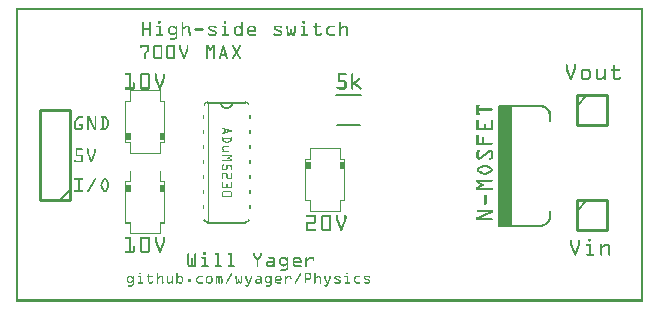
<source format=gto>
G04 MADE WITH FRITZING*
G04 WWW.FRITZING.ORG*
G04 DOUBLE SIDED*
G04 HOLES PLATED*
G04 CONTOUR ON CENTER OF CONTOUR VECTOR*
%ASAXBY*%
%FSLAX23Y23*%
%MOIN*%
%OFA0B0*%
%SFA1.0B1.0*%
%ADD10R,0.040000X0.400000*%
%ADD11C,0.010000*%
%ADD12C,0.005000*%
%ADD13C,0.008000*%
%ADD14C,0.006000*%
%ADD15C,0.002000*%
%ADD16R,0.001000X0.001000*%
%LNSILK1*%
G90*
G70*
G54D10*
X1632Y453D03*
G54D11*
X1870Y690D02*
X1870Y590D01*
D02*
X1870Y590D02*
X1970Y590D01*
D02*
X1970Y590D02*
X1970Y690D01*
D02*
X1970Y690D02*
X1870Y690D01*
G54D12*
D02*
X1870Y655D02*
X1905Y690D01*
G54D11*
D02*
X1870Y340D02*
X1870Y240D01*
D02*
X1870Y240D02*
X1970Y240D01*
D02*
X1970Y240D02*
X1970Y340D01*
D02*
X1970Y340D02*
X1870Y340D01*
G54D12*
D02*
X1870Y305D02*
X1905Y340D01*
G54D13*
D02*
X1652Y253D02*
X1747Y253D01*
D02*
X1652Y653D02*
X1747Y653D01*
D02*
X1652Y653D02*
X1652Y253D01*
D02*
X1652Y253D02*
X1612Y253D01*
D02*
X1612Y253D02*
X1612Y653D01*
D02*
X1612Y653D02*
X1652Y653D01*
D02*
X1782Y288D02*
X1782Y303D01*
D02*
X1782Y618D02*
X1782Y603D01*
G54D14*
D02*
X641Y265D02*
X765Y265D01*
D02*
X765Y665D02*
X723Y665D01*
D02*
X723Y665D02*
X683Y665D01*
D02*
X683Y665D02*
X641Y665D01*
G54D15*
D02*
X640Y665D02*
X640Y265D01*
G54D11*
D02*
X182Y340D02*
X182Y640D01*
D02*
X182Y640D02*
X82Y640D01*
D02*
X82Y640D02*
X82Y340D01*
D02*
X82Y340D02*
X182Y340D01*
G54D12*
D02*
X182Y375D02*
X147Y340D01*
G54D14*
D02*
X1068Y689D02*
X1149Y689D01*
D02*
X1069Y591D02*
X1148Y591D01*
G54D16*
X0Y981D02*
X2090Y981D01*
X0Y980D02*
X2090Y980D01*
X0Y979D02*
X2090Y979D01*
X0Y978D02*
X2090Y978D01*
X0Y977D02*
X2090Y977D01*
X0Y976D02*
X2090Y976D01*
X0Y975D02*
X2090Y975D01*
X0Y974D02*
X2090Y974D01*
X0Y973D02*
X7Y973D01*
X2083Y973D02*
X2090Y973D01*
X0Y972D02*
X7Y972D01*
X2083Y972D02*
X2090Y972D01*
X0Y971D02*
X7Y971D01*
X2083Y971D02*
X2090Y971D01*
X0Y970D02*
X7Y970D01*
X2083Y970D02*
X2090Y970D01*
X0Y969D02*
X7Y969D01*
X2083Y969D02*
X2090Y969D01*
X0Y968D02*
X7Y968D01*
X2083Y968D02*
X2090Y968D01*
X0Y967D02*
X7Y967D01*
X2083Y967D02*
X2090Y967D01*
X0Y966D02*
X7Y966D01*
X2083Y966D02*
X2090Y966D01*
X0Y965D02*
X7Y965D01*
X2083Y965D02*
X2090Y965D01*
X0Y964D02*
X7Y964D01*
X2083Y964D02*
X2090Y964D01*
X0Y963D02*
X7Y963D01*
X2083Y963D02*
X2090Y963D01*
X0Y962D02*
X7Y962D01*
X2083Y962D02*
X2090Y962D01*
X0Y961D02*
X7Y961D01*
X2083Y961D02*
X2090Y961D01*
X0Y960D02*
X7Y960D01*
X2083Y960D02*
X2090Y960D01*
X0Y959D02*
X7Y959D01*
X2083Y959D02*
X2090Y959D01*
X0Y958D02*
X7Y958D01*
X2083Y958D02*
X2090Y958D01*
X0Y957D02*
X7Y957D01*
X2083Y957D02*
X2090Y957D01*
X0Y956D02*
X7Y956D01*
X2083Y956D02*
X2090Y956D01*
X0Y955D02*
X7Y955D01*
X2083Y955D02*
X2090Y955D01*
X0Y954D02*
X7Y954D01*
X2083Y954D02*
X2090Y954D01*
X0Y953D02*
X7Y953D01*
X2083Y953D02*
X2090Y953D01*
X0Y952D02*
X7Y952D01*
X2083Y952D02*
X2090Y952D01*
X0Y951D02*
X7Y951D01*
X2083Y951D02*
X2090Y951D01*
X0Y950D02*
X7Y950D01*
X2083Y950D02*
X2090Y950D01*
X0Y949D02*
X7Y949D01*
X2083Y949D02*
X2090Y949D01*
X0Y948D02*
X7Y948D01*
X2083Y948D02*
X2090Y948D01*
X0Y947D02*
X7Y947D01*
X2083Y947D02*
X2090Y947D01*
X0Y946D02*
X7Y946D01*
X2083Y946D02*
X2090Y946D01*
X0Y945D02*
X7Y945D01*
X2083Y945D02*
X2090Y945D01*
X0Y944D02*
X7Y944D01*
X2083Y944D02*
X2090Y944D01*
X0Y943D02*
X7Y943D01*
X2083Y943D02*
X2090Y943D01*
X0Y942D02*
X7Y942D01*
X2083Y942D02*
X2090Y942D01*
X0Y941D02*
X7Y941D01*
X2083Y941D02*
X2090Y941D01*
X0Y940D02*
X7Y940D01*
X2083Y940D02*
X2090Y940D01*
X0Y939D02*
X7Y939D01*
X2083Y939D02*
X2090Y939D01*
X0Y938D02*
X7Y938D01*
X2083Y938D02*
X2090Y938D01*
X0Y937D02*
X7Y937D01*
X2083Y937D02*
X2090Y937D01*
X0Y936D02*
X7Y936D01*
X475Y936D02*
X481Y936D01*
X694Y936D02*
X700Y936D01*
X957Y936D02*
X963Y936D01*
X2083Y936D02*
X2090Y936D01*
X0Y935D02*
X7Y935D01*
X474Y935D02*
X482Y935D01*
X693Y935D02*
X701Y935D01*
X956Y935D02*
X963Y935D01*
X2083Y935D02*
X2090Y935D01*
X0Y934D02*
X7Y934D01*
X424Y934D02*
X424Y934D01*
X448Y934D02*
X448Y934D01*
X474Y934D02*
X482Y934D01*
X555Y934D02*
X556Y934D01*
X693Y934D02*
X701Y934D01*
X754Y934D02*
X755Y934D01*
X956Y934D02*
X964Y934D01*
X1080Y934D02*
X1081Y934D01*
X2083Y934D02*
X2090Y934D01*
X0Y933D02*
X7Y933D01*
X422Y933D02*
X426Y933D01*
X446Y933D02*
X450Y933D01*
X474Y933D02*
X482Y933D01*
X553Y933D02*
X557Y933D01*
X693Y933D02*
X701Y933D01*
X753Y933D02*
X756Y933D01*
X956Y933D02*
X964Y933D01*
X1079Y933D02*
X1082Y933D01*
X2083Y933D02*
X2090Y933D01*
X0Y932D02*
X7Y932D01*
X422Y932D02*
X426Y932D01*
X446Y932D02*
X450Y932D01*
X474Y932D02*
X482Y932D01*
X553Y932D02*
X558Y932D01*
X693Y932D02*
X701Y932D01*
X752Y932D02*
X757Y932D01*
X956Y932D02*
X964Y932D01*
X1078Y932D02*
X1083Y932D01*
X2083Y932D02*
X2090Y932D01*
X0Y931D02*
X7Y931D01*
X421Y931D02*
X426Y931D01*
X445Y931D02*
X451Y931D01*
X474Y931D02*
X482Y931D01*
X553Y931D02*
X558Y931D01*
X693Y931D02*
X701Y931D01*
X752Y931D02*
X757Y931D01*
X956Y931D02*
X964Y931D01*
X998Y931D02*
X1000Y931D01*
X1078Y931D02*
X1083Y931D01*
X2083Y931D02*
X2090Y931D01*
X0Y930D02*
X7Y930D01*
X421Y930D02*
X426Y930D01*
X445Y930D02*
X451Y930D01*
X474Y930D02*
X482Y930D01*
X553Y930D02*
X558Y930D01*
X693Y930D02*
X701Y930D01*
X752Y930D02*
X757Y930D01*
X956Y930D02*
X964Y930D01*
X997Y930D02*
X1001Y930D01*
X1078Y930D02*
X1083Y930D01*
X2083Y930D02*
X2090Y930D01*
X0Y929D02*
X7Y929D01*
X421Y929D02*
X426Y929D01*
X445Y929D02*
X451Y929D01*
X475Y929D02*
X481Y929D01*
X553Y929D02*
X558Y929D01*
X694Y929D02*
X700Y929D01*
X752Y929D02*
X757Y929D01*
X957Y929D02*
X963Y929D01*
X997Y929D02*
X1002Y929D01*
X1078Y929D02*
X1083Y929D01*
X2083Y929D02*
X2090Y929D01*
X0Y928D02*
X7Y928D01*
X421Y928D02*
X426Y928D01*
X445Y928D02*
X451Y928D01*
X553Y928D02*
X558Y928D01*
X752Y928D02*
X757Y928D01*
X997Y928D02*
X1002Y928D01*
X1078Y928D02*
X1083Y928D01*
X2083Y928D02*
X2090Y928D01*
X0Y927D02*
X7Y927D01*
X421Y927D02*
X426Y927D01*
X445Y927D02*
X451Y927D01*
X553Y927D02*
X558Y927D01*
X752Y927D02*
X757Y927D01*
X997Y927D02*
X1002Y927D01*
X1078Y927D02*
X1083Y927D01*
X2083Y927D02*
X2090Y927D01*
X0Y926D02*
X7Y926D01*
X421Y926D02*
X426Y926D01*
X445Y926D02*
X451Y926D01*
X553Y926D02*
X558Y926D01*
X752Y926D02*
X757Y926D01*
X997Y926D02*
X1002Y926D01*
X1078Y926D02*
X1083Y926D01*
X2083Y926D02*
X2090Y926D01*
X0Y925D02*
X7Y925D01*
X421Y925D02*
X426Y925D01*
X445Y925D02*
X451Y925D01*
X553Y925D02*
X558Y925D01*
X752Y925D02*
X757Y925D01*
X997Y925D02*
X1002Y925D01*
X1078Y925D02*
X1083Y925D01*
X2083Y925D02*
X2090Y925D01*
X0Y924D02*
X7Y924D01*
X421Y924D02*
X426Y924D01*
X445Y924D02*
X451Y924D01*
X553Y924D02*
X558Y924D01*
X752Y924D02*
X757Y924D01*
X997Y924D02*
X1002Y924D01*
X1078Y924D02*
X1083Y924D01*
X2083Y924D02*
X2090Y924D01*
X0Y923D02*
X7Y923D01*
X421Y923D02*
X426Y923D01*
X445Y923D02*
X451Y923D01*
X553Y923D02*
X558Y923D01*
X752Y923D02*
X757Y923D01*
X997Y923D02*
X1002Y923D01*
X1078Y923D02*
X1083Y923D01*
X2083Y923D02*
X2090Y923D01*
X0Y922D02*
X7Y922D01*
X421Y922D02*
X426Y922D01*
X445Y922D02*
X451Y922D01*
X553Y922D02*
X558Y922D01*
X752Y922D02*
X757Y922D01*
X997Y922D02*
X1002Y922D01*
X1078Y922D02*
X1083Y922D01*
X2083Y922D02*
X2090Y922D01*
X0Y921D02*
X7Y921D01*
X421Y921D02*
X426Y921D01*
X445Y921D02*
X451Y921D01*
X470Y921D02*
X480Y921D01*
X518Y921D02*
X526Y921D01*
X535Y921D02*
X536Y921D01*
X553Y921D02*
X558Y921D01*
X567Y921D02*
X574Y921D01*
X647Y921D02*
X663Y921D01*
X689Y921D02*
X699Y921D01*
X737Y921D02*
X745Y921D01*
X752Y921D02*
X757Y921D01*
X781Y921D02*
X792Y921D01*
X866Y921D02*
X882Y921D01*
X904Y921D02*
X906Y921D01*
X929Y921D02*
X931Y921D01*
X952Y921D02*
X962Y921D01*
X992Y921D02*
X1015Y921D01*
X1046Y921D02*
X1062Y921D01*
X1078Y921D02*
X1083Y921D01*
X1093Y921D02*
X1100Y921D01*
X2083Y921D02*
X2090Y921D01*
X0Y920D02*
X7Y920D01*
X421Y920D02*
X426Y920D01*
X445Y920D02*
X451Y920D01*
X469Y920D02*
X482Y920D01*
X516Y920D02*
X528Y920D01*
X534Y920D02*
X537Y920D01*
X553Y920D02*
X558Y920D01*
X565Y920D02*
X577Y920D01*
X644Y920D02*
X665Y920D01*
X688Y920D02*
X701Y920D01*
X734Y920D02*
X747Y920D01*
X752Y920D02*
X757Y920D01*
X778Y920D02*
X794Y920D01*
X863Y920D02*
X884Y920D01*
X903Y920D02*
X907Y920D01*
X928Y920D02*
X932Y920D01*
X950Y920D02*
X963Y920D01*
X991Y920D02*
X1016Y920D01*
X1044Y920D02*
X1063Y920D01*
X1078Y920D02*
X1083Y920D01*
X1090Y920D02*
X1102Y920D01*
X2083Y920D02*
X2090Y920D01*
X0Y919D02*
X7Y919D01*
X421Y919D02*
X426Y919D01*
X445Y919D02*
X451Y919D01*
X468Y919D02*
X482Y919D01*
X514Y919D02*
X530Y919D01*
X533Y919D02*
X538Y919D01*
X553Y919D02*
X558Y919D01*
X563Y919D02*
X578Y919D01*
X643Y919D02*
X667Y919D01*
X687Y919D02*
X701Y919D01*
X733Y919D02*
X749Y919D01*
X752Y919D02*
X757Y919D01*
X777Y919D02*
X796Y919D01*
X862Y919D02*
X886Y919D01*
X902Y919D02*
X907Y919D01*
X928Y919D02*
X933Y919D01*
X950Y919D02*
X964Y919D01*
X991Y919D02*
X1016Y919D01*
X1042Y919D02*
X1063Y919D01*
X1078Y919D02*
X1083Y919D01*
X1089Y919D02*
X1103Y919D01*
X2083Y919D02*
X2090Y919D01*
X0Y918D02*
X7Y918D01*
X421Y918D02*
X426Y918D01*
X445Y918D02*
X451Y918D01*
X468Y918D02*
X482Y918D01*
X513Y918D02*
X531Y918D01*
X533Y918D02*
X538Y918D01*
X553Y918D02*
X558Y918D01*
X562Y918D02*
X579Y918D01*
X642Y918D02*
X668Y918D01*
X687Y918D02*
X701Y918D01*
X732Y918D02*
X750Y918D01*
X752Y918D02*
X757Y918D01*
X776Y918D02*
X797Y918D01*
X861Y918D02*
X887Y918D01*
X902Y918D02*
X907Y918D01*
X928Y918D02*
X933Y918D01*
X950Y918D02*
X964Y918D01*
X991Y918D02*
X1017Y918D01*
X1041Y918D02*
X1063Y918D01*
X1078Y918D02*
X1083Y918D01*
X1087Y918D02*
X1104Y918D01*
X2083Y918D02*
X2090Y918D01*
X0Y917D02*
X7Y917D01*
X421Y917D02*
X426Y917D01*
X445Y917D02*
X451Y917D01*
X468Y917D02*
X482Y917D01*
X512Y917D02*
X538Y917D01*
X553Y917D02*
X558Y917D01*
X560Y917D02*
X580Y917D01*
X642Y917D02*
X668Y917D01*
X687Y917D02*
X701Y917D01*
X731Y917D02*
X757Y917D01*
X775Y917D02*
X798Y917D01*
X861Y917D02*
X887Y917D01*
X902Y917D02*
X907Y917D01*
X928Y917D02*
X933Y917D01*
X950Y917D02*
X964Y917D01*
X991Y917D02*
X1016Y917D01*
X1040Y917D02*
X1063Y917D01*
X1078Y917D02*
X1083Y917D01*
X1086Y917D02*
X1105Y917D01*
X2083Y917D02*
X2090Y917D01*
X0Y916D02*
X7Y916D01*
X421Y916D02*
X426Y916D01*
X445Y916D02*
X451Y916D01*
X469Y916D02*
X482Y916D01*
X511Y916D02*
X538Y916D01*
X553Y916D02*
X580Y916D01*
X641Y916D02*
X669Y916D01*
X688Y916D02*
X701Y916D01*
X730Y916D02*
X757Y916D01*
X774Y916D02*
X799Y916D01*
X860Y916D02*
X888Y916D01*
X902Y916D02*
X908Y916D01*
X928Y916D02*
X933Y916D01*
X951Y916D02*
X964Y916D01*
X992Y916D02*
X1016Y916D01*
X1039Y916D02*
X1062Y916D01*
X1078Y916D02*
X1106Y916D01*
X2083Y916D02*
X2090Y916D01*
X0Y915D02*
X7Y915D01*
X421Y915D02*
X426Y915D01*
X445Y915D02*
X451Y915D01*
X477Y915D02*
X482Y915D01*
X510Y915D02*
X518Y915D01*
X526Y915D02*
X538Y915D01*
X553Y915D02*
X567Y915D01*
X574Y915D02*
X581Y915D01*
X641Y915D02*
X647Y915D01*
X662Y915D02*
X669Y915D01*
X696Y915D02*
X701Y915D01*
X729Y915D02*
X737Y915D01*
X745Y915D02*
X757Y915D01*
X773Y915D02*
X781Y915D01*
X791Y915D02*
X799Y915D01*
X860Y915D02*
X866Y915D01*
X881Y915D02*
X888Y915D01*
X902Y915D02*
X908Y915D01*
X927Y915D02*
X933Y915D01*
X959Y915D02*
X964Y915D01*
X996Y915D02*
X1002Y915D01*
X1038Y915D02*
X1047Y915D01*
X1078Y915D02*
X1093Y915D01*
X1099Y915D02*
X1106Y915D01*
X2083Y915D02*
X2090Y915D01*
X0Y914D02*
X7Y914D01*
X421Y914D02*
X427Y914D01*
X445Y914D02*
X451Y914D01*
X477Y914D02*
X482Y914D01*
X510Y914D02*
X517Y914D01*
X527Y914D02*
X538Y914D01*
X553Y914D02*
X566Y914D01*
X575Y914D02*
X581Y914D01*
X641Y914D02*
X646Y914D01*
X664Y914D02*
X668Y914D01*
X696Y914D02*
X701Y914D01*
X729Y914D02*
X736Y914D01*
X746Y914D02*
X757Y914D01*
X772Y914D02*
X779Y914D01*
X793Y914D02*
X800Y914D01*
X860Y914D02*
X865Y914D01*
X883Y914D02*
X887Y914D01*
X902Y914D02*
X908Y914D01*
X927Y914D02*
X933Y914D01*
X959Y914D02*
X964Y914D01*
X997Y914D02*
X1002Y914D01*
X1037Y914D02*
X1045Y914D01*
X1078Y914D02*
X1091Y914D01*
X1101Y914D02*
X1106Y914D01*
X2083Y914D02*
X2090Y914D01*
X0Y913D02*
X7Y913D01*
X421Y913D02*
X451Y913D01*
X477Y913D02*
X482Y913D01*
X509Y913D02*
X515Y913D01*
X528Y913D02*
X538Y913D01*
X553Y913D02*
X564Y913D01*
X576Y913D02*
X581Y913D01*
X598Y913D02*
X624Y913D01*
X641Y913D02*
X646Y913D01*
X665Y913D02*
X667Y913D01*
X696Y913D02*
X701Y913D01*
X728Y913D02*
X734Y913D01*
X747Y913D02*
X757Y913D01*
X772Y913D02*
X778Y913D01*
X794Y913D02*
X800Y913D01*
X860Y913D02*
X865Y913D01*
X884Y913D02*
X886Y913D01*
X902Y913D02*
X908Y913D01*
X927Y913D02*
X933Y913D01*
X959Y913D02*
X964Y913D01*
X997Y913D02*
X1002Y913D01*
X1036Y913D02*
X1044Y913D01*
X1078Y913D02*
X1090Y913D01*
X1101Y913D02*
X1106Y913D01*
X2083Y913D02*
X2090Y913D01*
X0Y912D02*
X7Y912D01*
X421Y912D02*
X451Y912D01*
X477Y912D02*
X482Y912D01*
X509Y912D02*
X515Y912D01*
X530Y912D02*
X538Y912D01*
X553Y912D02*
X563Y912D01*
X576Y912D02*
X581Y912D01*
X597Y912D02*
X625Y912D01*
X641Y912D02*
X647Y912D01*
X696Y912D02*
X701Y912D01*
X728Y912D02*
X734Y912D01*
X748Y912D02*
X757Y912D01*
X772Y912D02*
X777Y912D01*
X795Y912D02*
X801Y912D01*
X860Y912D02*
X866Y912D01*
X902Y912D02*
X908Y912D01*
X927Y912D02*
X933Y912D01*
X959Y912D02*
X964Y912D01*
X997Y912D02*
X1002Y912D01*
X1035Y912D02*
X1043Y912D01*
X1078Y912D02*
X1088Y912D01*
X1101Y912D02*
X1106Y912D01*
X2083Y912D02*
X2090Y912D01*
X0Y911D02*
X7Y911D01*
X421Y911D02*
X451Y911D01*
X477Y911D02*
X482Y911D01*
X509Y911D02*
X514Y911D01*
X531Y911D02*
X538Y911D01*
X553Y911D02*
X561Y911D01*
X576Y911D02*
X581Y911D01*
X597Y911D02*
X626Y911D01*
X642Y911D02*
X649Y911D01*
X696Y911D02*
X701Y911D01*
X728Y911D02*
X733Y911D01*
X750Y911D02*
X757Y911D01*
X772Y911D02*
X777Y911D01*
X795Y911D02*
X801Y911D01*
X860Y911D02*
X868Y911D01*
X903Y911D02*
X908Y911D01*
X927Y911D02*
X932Y911D01*
X959Y911D02*
X964Y911D01*
X997Y911D02*
X1002Y911D01*
X1035Y911D02*
X1042Y911D01*
X1078Y911D02*
X1087Y911D01*
X1101Y911D02*
X1107Y911D01*
X2083Y911D02*
X2090Y911D01*
X0Y910D02*
X7Y910D01*
X421Y910D02*
X451Y910D01*
X477Y910D02*
X482Y910D01*
X509Y910D02*
X514Y910D01*
X532Y910D02*
X538Y910D01*
X553Y910D02*
X560Y910D01*
X576Y910D02*
X581Y910D01*
X596Y910D02*
X626Y910D01*
X642Y910D02*
X652Y910D01*
X696Y910D02*
X701Y910D01*
X728Y910D02*
X733Y910D01*
X751Y910D02*
X757Y910D01*
X772Y910D02*
X777Y910D01*
X796Y910D02*
X801Y910D01*
X861Y910D02*
X871Y910D01*
X903Y910D02*
X908Y910D01*
X916Y910D02*
X919Y910D01*
X927Y910D02*
X932Y910D01*
X959Y910D02*
X964Y910D01*
X997Y910D02*
X1002Y910D01*
X1035Y910D02*
X1041Y910D01*
X1078Y910D02*
X1085Y910D01*
X1101Y910D02*
X1107Y910D01*
X2083Y910D02*
X2090Y910D01*
X0Y909D02*
X7Y909D01*
X421Y909D02*
X451Y909D01*
X477Y909D02*
X482Y909D01*
X509Y909D02*
X514Y909D01*
X533Y909D02*
X538Y909D01*
X553Y909D02*
X558Y909D01*
X576Y909D02*
X581Y909D01*
X596Y909D02*
X626Y909D01*
X643Y909D02*
X654Y909D01*
X696Y909D02*
X701Y909D01*
X728Y909D02*
X733Y909D01*
X752Y909D02*
X757Y909D01*
X772Y909D02*
X777Y909D01*
X796Y909D02*
X801Y909D01*
X861Y909D02*
X873Y909D01*
X903Y909D02*
X908Y909D01*
X915Y909D02*
X920Y909D01*
X927Y909D02*
X932Y909D01*
X959Y909D02*
X964Y909D01*
X997Y909D02*
X1002Y909D01*
X1034Y909D02*
X1040Y909D01*
X1078Y909D02*
X1084Y909D01*
X1101Y909D02*
X1107Y909D01*
X2083Y909D02*
X2090Y909D01*
X0Y908D02*
X7Y908D01*
X421Y908D02*
X451Y908D01*
X477Y908D02*
X482Y908D01*
X509Y908D02*
X514Y908D01*
X533Y908D02*
X538Y908D01*
X553Y908D02*
X558Y908D01*
X576Y908D02*
X581Y908D01*
X597Y908D02*
X626Y908D01*
X643Y908D02*
X656Y908D01*
X696Y908D02*
X701Y908D01*
X728Y908D02*
X733Y908D01*
X752Y908D02*
X757Y908D01*
X772Y908D02*
X777Y908D01*
X796Y908D02*
X801Y908D01*
X862Y908D02*
X875Y908D01*
X903Y908D02*
X908Y908D01*
X915Y908D02*
X920Y908D01*
X927Y908D02*
X932Y908D01*
X959Y908D02*
X964Y908D01*
X997Y908D02*
X1002Y908D01*
X1034Y908D02*
X1039Y908D01*
X1078Y908D02*
X1083Y908D01*
X1102Y908D02*
X1107Y908D01*
X2083Y908D02*
X2090Y908D01*
X0Y907D02*
X7Y907D01*
X421Y907D02*
X426Y907D01*
X445Y907D02*
X451Y907D01*
X477Y907D02*
X482Y907D01*
X509Y907D02*
X514Y907D01*
X533Y907D02*
X538Y907D01*
X553Y907D02*
X558Y907D01*
X576Y907D02*
X581Y907D01*
X597Y907D02*
X625Y907D01*
X645Y907D02*
X659Y907D01*
X696Y907D02*
X701Y907D01*
X728Y907D02*
X733Y907D01*
X752Y907D02*
X757Y907D01*
X772Y907D02*
X777Y907D01*
X796Y907D02*
X801Y907D01*
X864Y907D02*
X877Y907D01*
X903Y907D02*
X908Y907D01*
X915Y907D02*
X920Y907D01*
X927Y907D02*
X932Y907D01*
X959Y907D02*
X964Y907D01*
X997Y907D02*
X1002Y907D01*
X1034Y907D02*
X1039Y907D01*
X1078Y907D02*
X1083Y907D01*
X1102Y907D02*
X1107Y907D01*
X2083Y907D02*
X2090Y907D01*
X0Y906D02*
X7Y906D01*
X421Y906D02*
X426Y906D01*
X445Y906D02*
X451Y906D01*
X477Y906D02*
X482Y906D01*
X509Y906D02*
X514Y906D01*
X533Y906D02*
X538Y906D01*
X553Y906D02*
X558Y906D01*
X576Y906D02*
X581Y906D01*
X597Y906D02*
X625Y906D01*
X647Y906D02*
X661Y906D01*
X696Y906D02*
X701Y906D01*
X728Y906D02*
X733Y906D01*
X752Y906D02*
X757Y906D01*
X772Y906D02*
X777Y906D01*
X795Y906D02*
X801Y906D01*
X865Y906D02*
X880Y906D01*
X903Y906D02*
X908Y906D01*
X915Y906D02*
X920Y906D01*
X927Y906D02*
X932Y906D01*
X959Y906D02*
X964Y906D01*
X997Y906D02*
X1002Y906D01*
X1034Y906D02*
X1039Y906D01*
X1078Y906D02*
X1083Y906D01*
X1102Y906D02*
X1107Y906D01*
X2083Y906D02*
X2090Y906D01*
X0Y905D02*
X7Y905D01*
X421Y905D02*
X426Y905D01*
X445Y905D02*
X451Y905D01*
X477Y905D02*
X482Y905D01*
X509Y905D02*
X514Y905D01*
X533Y905D02*
X538Y905D01*
X553Y905D02*
X558Y905D01*
X576Y905D02*
X581Y905D01*
X599Y905D02*
X623Y905D01*
X649Y905D02*
X663Y905D01*
X696Y905D02*
X701Y905D01*
X728Y905D02*
X733Y905D01*
X752Y905D02*
X757Y905D01*
X772Y905D02*
X801Y905D01*
X868Y905D02*
X882Y905D01*
X903Y905D02*
X908Y905D01*
X915Y905D02*
X920Y905D01*
X927Y905D02*
X932Y905D01*
X959Y905D02*
X964Y905D01*
X997Y905D02*
X1002Y905D01*
X1034Y905D02*
X1039Y905D01*
X1078Y905D02*
X1083Y905D01*
X1102Y905D02*
X1107Y905D01*
X2083Y905D02*
X2090Y905D01*
X0Y904D02*
X7Y904D01*
X421Y904D02*
X426Y904D01*
X445Y904D02*
X451Y904D01*
X477Y904D02*
X482Y904D01*
X509Y904D02*
X514Y904D01*
X533Y904D02*
X538Y904D01*
X553Y904D02*
X558Y904D01*
X576Y904D02*
X581Y904D01*
X651Y904D02*
X665Y904D01*
X696Y904D02*
X701Y904D01*
X728Y904D02*
X733Y904D01*
X752Y904D02*
X757Y904D01*
X772Y904D02*
X801Y904D01*
X870Y904D02*
X884Y904D01*
X903Y904D02*
X908Y904D01*
X915Y904D02*
X920Y904D01*
X927Y904D02*
X932Y904D01*
X959Y904D02*
X964Y904D01*
X997Y904D02*
X1002Y904D01*
X1034Y904D02*
X1039Y904D01*
X1078Y904D02*
X1083Y904D01*
X1102Y904D02*
X1107Y904D01*
X2083Y904D02*
X2090Y904D01*
X0Y903D02*
X7Y903D01*
X421Y903D02*
X426Y903D01*
X445Y903D02*
X451Y903D01*
X477Y903D02*
X482Y903D01*
X509Y903D02*
X514Y903D01*
X533Y903D02*
X538Y903D01*
X553Y903D02*
X558Y903D01*
X576Y903D02*
X581Y903D01*
X653Y903D02*
X666Y903D01*
X696Y903D02*
X701Y903D01*
X728Y903D02*
X733Y903D01*
X752Y903D02*
X757Y903D01*
X772Y903D02*
X801Y903D01*
X872Y903D02*
X885Y903D01*
X903Y903D02*
X908Y903D01*
X915Y903D02*
X920Y903D01*
X927Y903D02*
X932Y903D01*
X959Y903D02*
X964Y903D01*
X997Y903D02*
X1002Y903D01*
X1034Y903D02*
X1039Y903D01*
X1078Y903D02*
X1083Y903D01*
X1102Y903D02*
X1107Y903D01*
X2083Y903D02*
X2090Y903D01*
X0Y902D02*
X7Y902D01*
X421Y902D02*
X426Y902D01*
X445Y902D02*
X451Y902D01*
X477Y902D02*
X482Y902D01*
X509Y902D02*
X514Y902D01*
X533Y902D02*
X538Y902D01*
X553Y902D02*
X558Y902D01*
X576Y902D02*
X581Y902D01*
X656Y902D02*
X667Y902D01*
X696Y902D02*
X701Y902D01*
X728Y902D02*
X733Y902D01*
X752Y902D02*
X757Y902D01*
X772Y902D02*
X801Y902D01*
X875Y902D02*
X886Y902D01*
X903Y902D02*
X908Y902D01*
X915Y902D02*
X920Y902D01*
X927Y902D02*
X932Y902D01*
X959Y902D02*
X964Y902D01*
X997Y902D02*
X1002Y902D01*
X1034Y902D02*
X1039Y902D01*
X1078Y902D02*
X1083Y902D01*
X1102Y902D02*
X1107Y902D01*
X2083Y902D02*
X2090Y902D01*
X0Y901D02*
X7Y901D01*
X421Y901D02*
X426Y901D01*
X445Y901D02*
X451Y901D01*
X477Y901D02*
X482Y901D01*
X509Y901D02*
X514Y901D01*
X532Y901D02*
X538Y901D01*
X553Y901D02*
X558Y901D01*
X576Y901D02*
X581Y901D01*
X658Y901D02*
X668Y901D01*
X696Y901D02*
X701Y901D01*
X728Y901D02*
X733Y901D01*
X752Y901D02*
X757Y901D01*
X772Y901D02*
X800Y901D01*
X877Y901D02*
X887Y901D01*
X903Y901D02*
X908Y901D01*
X915Y901D02*
X920Y901D01*
X927Y901D02*
X932Y901D01*
X959Y901D02*
X964Y901D01*
X997Y901D02*
X1002Y901D01*
X1034Y901D02*
X1039Y901D01*
X1078Y901D02*
X1083Y901D01*
X1102Y901D02*
X1107Y901D01*
X2083Y901D02*
X2090Y901D01*
X0Y900D02*
X7Y900D01*
X421Y900D02*
X426Y900D01*
X445Y900D02*
X451Y900D01*
X477Y900D02*
X482Y900D01*
X509Y900D02*
X514Y900D01*
X531Y900D02*
X538Y900D01*
X553Y900D02*
X558Y900D01*
X576Y900D02*
X581Y900D01*
X660Y900D02*
X668Y900D01*
X696Y900D02*
X701Y900D01*
X728Y900D02*
X733Y900D01*
X752Y900D02*
X757Y900D01*
X772Y900D02*
X799Y900D01*
X879Y900D02*
X887Y900D01*
X903Y900D02*
X908Y900D01*
X914Y900D02*
X921Y900D01*
X927Y900D02*
X932Y900D01*
X959Y900D02*
X964Y900D01*
X997Y900D02*
X1002Y900D01*
X1034Y900D02*
X1040Y900D01*
X1078Y900D02*
X1083Y900D01*
X1102Y900D02*
X1107Y900D01*
X2083Y900D02*
X2090Y900D01*
X0Y899D02*
X7Y899D01*
X421Y899D02*
X426Y899D01*
X445Y899D02*
X451Y899D01*
X477Y899D02*
X482Y899D01*
X509Y899D02*
X514Y899D01*
X530Y899D02*
X538Y899D01*
X553Y899D02*
X558Y899D01*
X576Y899D02*
X582Y899D01*
X663Y899D02*
X669Y899D01*
X696Y899D02*
X701Y899D01*
X728Y899D02*
X733Y899D01*
X751Y899D02*
X757Y899D01*
X772Y899D02*
X777Y899D01*
X881Y899D02*
X888Y899D01*
X903Y899D02*
X909Y899D01*
X914Y899D02*
X921Y899D01*
X926Y899D02*
X932Y899D01*
X959Y899D02*
X964Y899D01*
X997Y899D02*
X1002Y899D01*
X1034Y899D02*
X1040Y899D01*
X1078Y899D02*
X1083Y899D01*
X1102Y899D02*
X1107Y899D01*
X2083Y899D02*
X2090Y899D01*
X0Y898D02*
X7Y898D01*
X421Y898D02*
X426Y898D01*
X445Y898D02*
X451Y898D01*
X477Y898D02*
X482Y898D01*
X509Y898D02*
X515Y898D01*
X529Y898D02*
X538Y898D01*
X553Y898D02*
X558Y898D01*
X576Y898D02*
X582Y898D01*
X664Y898D02*
X669Y898D01*
X696Y898D02*
X701Y898D01*
X728Y898D02*
X733Y898D01*
X750Y898D02*
X757Y898D01*
X772Y898D02*
X777Y898D01*
X883Y898D02*
X888Y898D01*
X904Y898D02*
X909Y898D01*
X913Y898D02*
X922Y898D01*
X926Y898D02*
X932Y898D01*
X959Y898D02*
X964Y898D01*
X997Y898D02*
X1002Y898D01*
X1017Y898D02*
X1018Y898D01*
X1035Y898D02*
X1041Y898D01*
X1078Y898D02*
X1083Y898D01*
X1102Y898D02*
X1107Y898D01*
X2083Y898D02*
X2090Y898D01*
X0Y897D02*
X7Y897D01*
X421Y897D02*
X426Y897D01*
X445Y897D02*
X451Y897D01*
X477Y897D02*
X482Y897D01*
X510Y897D02*
X516Y897D01*
X527Y897D02*
X538Y897D01*
X553Y897D02*
X558Y897D01*
X576Y897D02*
X582Y897D01*
X664Y897D02*
X669Y897D01*
X696Y897D02*
X701Y897D01*
X728Y897D02*
X733Y897D01*
X749Y897D02*
X757Y897D01*
X772Y897D02*
X777Y897D01*
X883Y897D02*
X888Y897D01*
X904Y897D02*
X909Y897D01*
X913Y897D02*
X922Y897D01*
X926Y897D02*
X931Y897D01*
X959Y897D02*
X964Y897D01*
X997Y897D02*
X1002Y897D01*
X1015Y897D02*
X1019Y897D01*
X1035Y897D02*
X1042Y897D01*
X1078Y897D02*
X1083Y897D01*
X1102Y897D02*
X1107Y897D01*
X2083Y897D02*
X2090Y897D01*
X0Y896D02*
X7Y896D01*
X421Y896D02*
X426Y896D01*
X445Y896D02*
X451Y896D01*
X477Y896D02*
X482Y896D01*
X510Y896D02*
X518Y896D01*
X526Y896D02*
X538Y896D01*
X553Y896D02*
X558Y896D01*
X577Y896D02*
X582Y896D01*
X664Y896D02*
X669Y896D01*
X696Y896D02*
X701Y896D01*
X728Y896D02*
X734Y896D01*
X748Y896D02*
X757Y896D01*
X772Y896D02*
X777Y896D01*
X883Y896D02*
X888Y896D01*
X904Y896D02*
X909Y896D01*
X912Y896D02*
X923Y896D01*
X926Y896D02*
X931Y896D01*
X959Y896D02*
X964Y896D01*
X997Y896D02*
X1002Y896D01*
X1015Y896D02*
X1020Y896D01*
X1036Y896D02*
X1043Y896D01*
X1078Y896D02*
X1083Y896D01*
X1102Y896D02*
X1107Y896D01*
X2083Y896D02*
X2090Y896D01*
X0Y895D02*
X7Y895D01*
X421Y895D02*
X426Y895D01*
X445Y895D02*
X451Y895D01*
X477Y895D02*
X482Y895D01*
X511Y895D02*
X538Y895D01*
X553Y895D02*
X558Y895D01*
X577Y895D02*
X582Y895D01*
X642Y895D02*
X644Y895D01*
X664Y895D02*
X669Y895D01*
X696Y895D02*
X701Y895D01*
X728Y895D02*
X735Y895D01*
X747Y895D02*
X757Y895D01*
X772Y895D02*
X778Y895D01*
X860Y895D02*
X863Y895D01*
X883Y895D02*
X888Y895D01*
X904Y895D02*
X931Y895D01*
X959Y895D02*
X964Y895D01*
X997Y895D02*
X1002Y895D01*
X1014Y895D02*
X1020Y895D01*
X1036Y895D02*
X1044Y895D01*
X1078Y895D02*
X1083Y895D01*
X1102Y895D02*
X1107Y895D01*
X2083Y895D02*
X2090Y895D01*
X0Y894D02*
X7Y894D01*
X421Y894D02*
X426Y894D01*
X445Y894D02*
X451Y894D01*
X477Y894D02*
X482Y894D01*
X512Y894D02*
X538Y894D01*
X553Y894D02*
X558Y894D01*
X577Y894D02*
X582Y894D01*
X641Y894D02*
X646Y894D01*
X663Y894D02*
X669Y894D01*
X696Y894D02*
X701Y894D01*
X729Y894D02*
X736Y894D01*
X746Y894D02*
X757Y894D01*
X772Y894D02*
X780Y894D01*
X860Y894D02*
X865Y894D01*
X882Y894D02*
X888Y894D01*
X905Y894D02*
X930Y894D01*
X959Y894D02*
X964Y894D01*
X997Y894D02*
X1003Y894D01*
X1014Y894D02*
X1020Y894D01*
X1037Y894D02*
X1045Y894D01*
X1078Y894D02*
X1083Y894D01*
X1102Y894D02*
X1107Y894D01*
X2083Y894D02*
X2090Y894D01*
X0Y893D02*
X7Y893D01*
X421Y893D02*
X426Y893D01*
X445Y893D02*
X451Y893D01*
X471Y893D02*
X488Y893D01*
X513Y893D02*
X531Y893D01*
X533Y893D02*
X538Y893D01*
X553Y893D02*
X558Y893D01*
X577Y893D02*
X582Y893D01*
X640Y893D02*
X669Y893D01*
X690Y893D02*
X707Y893D01*
X729Y893D02*
X757Y893D01*
X773Y893D02*
X798Y893D01*
X859Y893D02*
X888Y893D01*
X905Y893D02*
X916Y893D01*
X919Y893D02*
X930Y893D01*
X953Y893D02*
X970Y893D01*
X997Y893D02*
X1019Y893D01*
X1038Y893D02*
X1061Y893D01*
X1078Y893D02*
X1083Y893D01*
X1102Y893D02*
X1107Y893D01*
X2083Y893D02*
X2090Y893D01*
X0Y892D02*
X7Y892D01*
X421Y892D02*
X426Y892D01*
X445Y892D02*
X451Y892D01*
X469Y892D02*
X490Y892D01*
X514Y892D02*
X530Y892D01*
X533Y892D02*
X538Y892D01*
X553Y892D02*
X558Y892D01*
X577Y892D02*
X582Y892D01*
X640Y892D02*
X668Y892D01*
X688Y892D02*
X709Y892D01*
X730Y892D02*
X757Y892D01*
X774Y892D02*
X800Y892D01*
X859Y892D02*
X887Y892D01*
X905Y892D02*
X916Y892D01*
X919Y892D02*
X930Y892D01*
X951Y892D02*
X972Y892D01*
X997Y892D02*
X1019Y892D01*
X1039Y892D02*
X1063Y892D01*
X1078Y892D02*
X1083Y892D01*
X1102Y892D02*
X1107Y892D01*
X2083Y892D02*
X2090Y892D01*
X0Y891D02*
X7Y891D01*
X421Y891D02*
X426Y891D01*
X445Y891D02*
X451Y891D01*
X468Y891D02*
X491Y891D01*
X515Y891D02*
X529Y891D01*
X533Y891D02*
X538Y891D01*
X553Y891D02*
X558Y891D01*
X577Y891D02*
X582Y891D01*
X641Y891D02*
X668Y891D01*
X687Y891D02*
X710Y891D01*
X731Y891D02*
X757Y891D01*
X775Y891D02*
X801Y891D01*
X860Y891D02*
X887Y891D01*
X906Y891D02*
X915Y891D01*
X920Y891D02*
X930Y891D01*
X950Y891D02*
X973Y891D01*
X998Y891D02*
X1018Y891D01*
X1040Y891D02*
X1063Y891D01*
X1078Y891D02*
X1083Y891D01*
X1102Y891D02*
X1107Y891D01*
X2083Y891D02*
X2090Y891D01*
X0Y890D02*
X7Y890D01*
X421Y890D02*
X426Y890D01*
X445Y890D02*
X450Y890D01*
X468Y890D02*
X491Y890D01*
X517Y890D02*
X527Y890D01*
X533Y890D02*
X538Y890D01*
X553Y890D02*
X558Y890D01*
X577Y890D02*
X582Y890D01*
X642Y890D02*
X667Y890D01*
X687Y890D02*
X710Y890D01*
X732Y890D02*
X750Y890D01*
X752Y890D02*
X757Y890D01*
X776Y890D02*
X801Y890D01*
X861Y890D02*
X886Y890D01*
X906Y890D02*
X915Y890D01*
X920Y890D02*
X929Y890D01*
X950Y890D02*
X973Y890D01*
X999Y890D02*
X1017Y890D01*
X1042Y890D02*
X1063Y890D01*
X1078Y890D02*
X1083Y890D01*
X1102Y890D02*
X1107Y890D01*
X2083Y890D02*
X2090Y890D01*
X0Y889D02*
X7Y889D01*
X422Y889D02*
X426Y889D01*
X446Y889D02*
X450Y889D01*
X468Y889D02*
X491Y889D01*
X533Y889D02*
X538Y889D01*
X553Y889D02*
X558Y889D01*
X577Y889D02*
X582Y889D01*
X643Y889D02*
X666Y889D01*
X687Y889D02*
X710Y889D01*
X733Y889D02*
X749Y889D01*
X752Y889D02*
X757Y889D01*
X777Y889D02*
X801Y889D01*
X862Y889D02*
X885Y889D01*
X906Y889D02*
X914Y889D01*
X921Y889D02*
X929Y889D01*
X950Y889D02*
X973Y889D01*
X1000Y889D02*
X1016Y889D01*
X1043Y889D02*
X1063Y889D01*
X1078Y889D02*
X1083Y889D01*
X1102Y889D02*
X1107Y889D01*
X2083Y889D02*
X2090Y889D01*
X0Y888D02*
X7Y888D01*
X422Y888D02*
X426Y888D01*
X446Y888D02*
X450Y888D01*
X469Y888D02*
X490Y888D01*
X533Y888D02*
X538Y888D01*
X554Y888D02*
X557Y888D01*
X578Y888D02*
X581Y888D01*
X645Y888D02*
X664Y888D01*
X688Y888D02*
X709Y888D01*
X735Y888D02*
X747Y888D01*
X753Y888D02*
X756Y888D01*
X779Y888D02*
X800Y888D01*
X864Y888D02*
X883Y888D01*
X907Y888D02*
X913Y888D01*
X922Y888D02*
X928Y888D01*
X951Y888D02*
X972Y888D01*
X1001Y888D02*
X1015Y888D01*
X1044Y888D02*
X1063Y888D01*
X1079Y888D02*
X1082Y888D01*
X1103Y888D02*
X1106Y888D01*
X2083Y888D02*
X2090Y888D01*
X0Y887D02*
X7Y887D01*
X424Y887D02*
X424Y887D01*
X448Y887D02*
X448Y887D01*
X471Y887D02*
X489Y887D01*
X533Y887D02*
X538Y887D01*
X555Y887D02*
X555Y887D01*
X579Y887D02*
X579Y887D01*
X649Y887D02*
X661Y887D01*
X690Y887D02*
X708Y887D01*
X738Y887D02*
X743Y887D01*
X782Y887D02*
X798Y887D01*
X868Y887D02*
X880Y887D01*
X909Y887D02*
X911Y887D01*
X924Y887D02*
X927Y887D01*
X952Y887D02*
X970Y887D01*
X1005Y887D02*
X1012Y887D01*
X1048Y887D02*
X1061Y887D01*
X1081Y887D02*
X1081Y887D01*
X1105Y887D02*
X1105Y887D01*
X2083Y887D02*
X2090Y887D01*
X0Y886D02*
X7Y886D01*
X533Y886D02*
X538Y886D01*
X2083Y886D02*
X2090Y886D01*
X0Y885D02*
X7Y885D01*
X533Y885D02*
X538Y885D01*
X2083Y885D02*
X2090Y885D01*
X0Y884D02*
X7Y884D01*
X533Y884D02*
X538Y884D01*
X2083Y884D02*
X2090Y884D01*
X0Y883D02*
X7Y883D01*
X532Y883D02*
X538Y883D01*
X2083Y883D02*
X2090Y883D01*
X0Y882D02*
X7Y882D01*
X531Y882D02*
X538Y882D01*
X2083Y882D02*
X2090Y882D01*
X0Y881D02*
X7Y881D01*
X530Y881D02*
X537Y881D01*
X2083Y881D02*
X2090Y881D01*
X0Y880D02*
X7Y880D01*
X514Y880D02*
X536Y880D01*
X2083Y880D02*
X2090Y880D01*
X0Y879D02*
X7Y879D01*
X513Y879D02*
X536Y879D01*
X2083Y879D02*
X2090Y879D01*
X0Y878D02*
X7Y878D01*
X512Y878D02*
X535Y878D01*
X2083Y878D02*
X2090Y878D01*
X0Y877D02*
X7Y877D01*
X512Y877D02*
X534Y877D01*
X2083Y877D02*
X2090Y877D01*
X0Y876D02*
X7Y876D01*
X512Y876D02*
X532Y876D01*
X2083Y876D02*
X2090Y876D01*
X0Y875D02*
X7Y875D01*
X513Y875D02*
X531Y875D01*
X2083Y875D02*
X2090Y875D01*
X0Y874D02*
X7Y874D01*
X2083Y874D02*
X2090Y874D01*
X0Y873D02*
X7Y873D01*
X2083Y873D02*
X2090Y873D01*
X0Y872D02*
X7Y872D01*
X2083Y872D02*
X2090Y872D01*
X0Y871D02*
X7Y871D01*
X2083Y871D02*
X2090Y871D01*
X0Y870D02*
X7Y870D01*
X2083Y870D02*
X2090Y870D01*
X0Y869D02*
X7Y869D01*
X2083Y869D02*
X2090Y869D01*
X0Y868D02*
X7Y868D01*
X2083Y868D02*
X2090Y868D01*
X0Y867D02*
X7Y867D01*
X2083Y867D02*
X2090Y867D01*
X0Y866D02*
X7Y866D01*
X2083Y866D02*
X2090Y866D01*
X0Y865D02*
X7Y865D01*
X2083Y865D02*
X2090Y865D01*
X0Y864D02*
X7Y864D01*
X2083Y864D02*
X2090Y864D01*
X0Y863D02*
X7Y863D01*
X2083Y863D02*
X2090Y863D01*
X0Y862D02*
X7Y862D01*
X2083Y862D02*
X2090Y862D01*
X0Y861D02*
X7Y861D01*
X2083Y861D02*
X2090Y861D01*
X0Y860D02*
X7Y860D01*
X2083Y860D02*
X2090Y860D01*
X0Y859D02*
X7Y859D01*
X2083Y859D02*
X2090Y859D01*
X0Y858D02*
X7Y858D01*
X2083Y858D02*
X2090Y858D01*
X0Y857D02*
X7Y857D01*
X2083Y857D02*
X2090Y857D01*
X0Y856D02*
X7Y856D01*
X416Y856D02*
X444Y856D01*
X462Y856D02*
X484Y856D01*
X506Y856D02*
X528Y856D01*
X547Y856D02*
X550Y856D01*
X571Y856D02*
X574Y856D01*
X634Y856D02*
X641Y856D01*
X656Y856D02*
X663Y856D01*
X690Y856D02*
X693Y856D01*
X722Y856D02*
X725Y856D01*
X746Y856D02*
X749Y856D01*
X2083Y856D02*
X2090Y856D01*
X0Y855D02*
X7Y855D01*
X415Y855D02*
X444Y855D01*
X460Y855D02*
X486Y855D01*
X504Y855D02*
X529Y855D01*
X546Y855D02*
X551Y855D01*
X570Y855D02*
X575Y855D01*
X634Y855D02*
X642Y855D01*
X655Y855D02*
X663Y855D01*
X690Y855D02*
X694Y855D01*
X722Y855D02*
X726Y855D01*
X745Y855D02*
X750Y855D01*
X2083Y855D02*
X2090Y855D01*
X0Y854D02*
X7Y854D01*
X415Y854D02*
X444Y854D01*
X460Y854D02*
X486Y854D01*
X503Y854D02*
X530Y854D01*
X546Y854D02*
X551Y854D01*
X570Y854D02*
X575Y854D01*
X634Y854D02*
X642Y854D01*
X654Y854D02*
X663Y854D01*
X689Y854D02*
X695Y854D01*
X721Y854D02*
X727Y854D01*
X745Y854D02*
X750Y854D01*
X2083Y854D02*
X2090Y854D01*
X0Y853D02*
X7Y853D01*
X415Y853D02*
X444Y853D01*
X459Y853D02*
X487Y853D01*
X503Y853D02*
X531Y853D01*
X546Y853D02*
X551Y853D01*
X570Y853D02*
X575Y853D01*
X634Y853D02*
X643Y853D01*
X653Y853D02*
X663Y853D01*
X689Y853D02*
X695Y853D01*
X721Y853D02*
X727Y853D01*
X744Y853D02*
X750Y853D01*
X2083Y853D02*
X2090Y853D01*
X0Y852D02*
X7Y852D01*
X415Y852D02*
X444Y852D01*
X459Y852D02*
X487Y852D01*
X502Y852D02*
X531Y852D01*
X546Y852D02*
X551Y852D01*
X570Y852D02*
X575Y852D01*
X634Y852D02*
X644Y852D01*
X653Y852D02*
X663Y852D01*
X689Y852D02*
X695Y852D01*
X722Y852D02*
X728Y852D01*
X744Y852D02*
X750Y852D01*
X2083Y852D02*
X2090Y852D01*
X0Y851D02*
X7Y851D01*
X415Y851D02*
X444Y851D01*
X459Y851D02*
X488Y851D01*
X502Y851D02*
X531Y851D01*
X546Y851D02*
X551Y851D01*
X570Y851D02*
X575Y851D01*
X634Y851D02*
X644Y851D01*
X652Y851D02*
X663Y851D01*
X688Y851D02*
X695Y851D01*
X722Y851D02*
X728Y851D01*
X743Y851D02*
X749Y851D01*
X2083Y851D02*
X2090Y851D01*
X0Y850D02*
X7Y850D01*
X415Y850D02*
X420Y850D01*
X439Y850D02*
X444Y850D01*
X458Y850D02*
X464Y850D01*
X483Y850D02*
X488Y850D01*
X502Y850D02*
X507Y850D01*
X526Y850D02*
X531Y850D01*
X546Y850D02*
X551Y850D01*
X570Y850D02*
X575Y850D01*
X634Y850D02*
X645Y850D01*
X651Y850D02*
X663Y850D01*
X688Y850D02*
X696Y850D01*
X723Y850D02*
X729Y850D01*
X742Y850D02*
X749Y850D01*
X2083Y850D02*
X2090Y850D01*
X0Y849D02*
X7Y849D01*
X416Y849D02*
X419Y849D01*
X439Y849D02*
X444Y849D01*
X458Y849D02*
X464Y849D01*
X483Y849D02*
X488Y849D01*
X502Y849D02*
X507Y849D01*
X526Y849D02*
X531Y849D01*
X546Y849D02*
X551Y849D01*
X570Y849D02*
X575Y849D01*
X634Y849D02*
X646Y849D01*
X651Y849D02*
X663Y849D01*
X688Y849D02*
X696Y849D01*
X723Y849D02*
X730Y849D01*
X742Y849D02*
X748Y849D01*
X2083Y849D02*
X2090Y849D01*
X0Y848D02*
X7Y848D01*
X439Y848D02*
X444Y848D01*
X458Y848D02*
X464Y848D01*
X483Y848D02*
X488Y848D01*
X502Y848D02*
X507Y848D01*
X526Y848D02*
X531Y848D01*
X546Y848D02*
X551Y848D01*
X570Y848D02*
X575Y848D01*
X634Y848D02*
X646Y848D01*
X650Y848D02*
X663Y848D01*
X688Y848D02*
X696Y848D01*
X724Y848D02*
X730Y848D01*
X741Y848D02*
X747Y848D01*
X2083Y848D02*
X2090Y848D01*
X0Y847D02*
X7Y847D01*
X439Y847D02*
X444Y847D01*
X458Y847D02*
X464Y847D01*
X483Y847D02*
X488Y847D01*
X502Y847D02*
X507Y847D01*
X526Y847D02*
X531Y847D01*
X546Y847D02*
X551Y847D01*
X570Y847D02*
X575Y847D01*
X634Y847D02*
X639Y847D01*
X641Y847D02*
X647Y847D01*
X649Y847D02*
X656Y847D01*
X658Y847D02*
X663Y847D01*
X687Y847D02*
X697Y847D01*
X725Y847D02*
X731Y847D01*
X741Y847D02*
X747Y847D01*
X2083Y847D02*
X2090Y847D01*
X0Y846D02*
X7Y846D01*
X439Y846D02*
X444Y846D01*
X458Y846D02*
X464Y846D01*
X483Y846D02*
X488Y846D01*
X502Y846D02*
X507Y846D01*
X526Y846D02*
X531Y846D01*
X546Y846D02*
X551Y846D01*
X570Y846D02*
X575Y846D01*
X634Y846D02*
X639Y846D01*
X641Y846D02*
X655Y846D01*
X658Y846D02*
X663Y846D01*
X687Y846D02*
X697Y846D01*
X725Y846D02*
X731Y846D01*
X740Y846D02*
X746Y846D01*
X2083Y846D02*
X2090Y846D01*
X0Y845D02*
X7Y845D01*
X439Y845D02*
X444Y845D01*
X458Y845D02*
X464Y845D01*
X483Y845D02*
X488Y845D01*
X502Y845D02*
X507Y845D01*
X526Y845D02*
X531Y845D01*
X546Y845D02*
X551Y845D01*
X570Y845D02*
X575Y845D01*
X634Y845D02*
X639Y845D01*
X642Y845D02*
X654Y845D01*
X658Y845D02*
X663Y845D01*
X687Y845D02*
X697Y845D01*
X726Y845D02*
X732Y845D01*
X740Y845D02*
X746Y845D01*
X2083Y845D02*
X2090Y845D01*
X0Y844D02*
X7Y844D01*
X439Y844D02*
X444Y844D01*
X458Y844D02*
X464Y844D01*
X483Y844D02*
X488Y844D01*
X502Y844D02*
X507Y844D01*
X526Y844D02*
X531Y844D01*
X546Y844D02*
X551Y844D01*
X570Y844D02*
X575Y844D01*
X634Y844D02*
X639Y844D01*
X643Y844D02*
X654Y844D01*
X658Y844D02*
X663Y844D01*
X686Y844D02*
X697Y844D01*
X726Y844D02*
X733Y844D01*
X739Y844D02*
X745Y844D01*
X2083Y844D02*
X2090Y844D01*
X0Y843D02*
X7Y843D01*
X439Y843D02*
X444Y843D01*
X458Y843D02*
X464Y843D01*
X483Y843D02*
X488Y843D01*
X502Y843D02*
X507Y843D01*
X526Y843D02*
X531Y843D01*
X546Y843D02*
X552Y843D01*
X570Y843D02*
X575Y843D01*
X634Y843D02*
X639Y843D01*
X643Y843D02*
X653Y843D01*
X658Y843D02*
X663Y843D01*
X686Y843D02*
X698Y843D01*
X727Y843D02*
X733Y843D01*
X738Y843D02*
X745Y843D01*
X2083Y843D02*
X2090Y843D01*
X0Y842D02*
X7Y842D01*
X439Y842D02*
X444Y842D01*
X458Y842D02*
X464Y842D01*
X483Y842D02*
X488Y842D01*
X502Y842D02*
X507Y842D01*
X526Y842D02*
X531Y842D01*
X546Y842D02*
X552Y842D01*
X569Y842D02*
X575Y842D01*
X634Y842D02*
X639Y842D01*
X644Y842D02*
X652Y842D01*
X658Y842D02*
X663Y842D01*
X686Y842D02*
X698Y842D01*
X728Y842D02*
X734Y842D01*
X738Y842D02*
X744Y842D01*
X2083Y842D02*
X2090Y842D01*
X0Y841D02*
X7Y841D01*
X439Y841D02*
X444Y841D01*
X458Y841D02*
X464Y841D01*
X483Y841D02*
X488Y841D01*
X502Y841D02*
X507Y841D01*
X526Y841D02*
X531Y841D01*
X547Y841D02*
X552Y841D01*
X569Y841D02*
X574Y841D01*
X634Y841D02*
X639Y841D01*
X645Y841D02*
X651Y841D01*
X658Y841D02*
X663Y841D01*
X686Y841D02*
X691Y841D01*
X693Y841D02*
X698Y841D01*
X728Y841D02*
X734Y841D01*
X737Y841D02*
X743Y841D01*
X2083Y841D02*
X2090Y841D01*
X0Y840D02*
X7Y840D01*
X439Y840D02*
X444Y840D01*
X458Y840D02*
X464Y840D01*
X483Y840D02*
X488Y840D01*
X502Y840D02*
X507Y840D01*
X526Y840D02*
X531Y840D01*
X547Y840D02*
X553Y840D01*
X569Y840D02*
X574Y840D01*
X634Y840D02*
X639Y840D01*
X645Y840D02*
X651Y840D01*
X658Y840D02*
X663Y840D01*
X685Y840D02*
X691Y840D01*
X693Y840D02*
X699Y840D01*
X729Y840D02*
X735Y840D01*
X737Y840D02*
X743Y840D01*
X2083Y840D02*
X2090Y840D01*
X0Y839D02*
X7Y839D01*
X438Y839D02*
X444Y839D01*
X458Y839D02*
X464Y839D01*
X483Y839D02*
X488Y839D01*
X502Y839D02*
X507Y839D01*
X526Y839D02*
X531Y839D01*
X548Y839D02*
X553Y839D01*
X568Y839D02*
X574Y839D01*
X634Y839D02*
X639Y839D01*
X646Y839D02*
X651Y839D01*
X658Y839D02*
X663Y839D01*
X685Y839D02*
X690Y839D01*
X694Y839D02*
X699Y839D01*
X729Y839D02*
X742Y839D01*
X2083Y839D02*
X2090Y839D01*
X0Y838D02*
X7Y838D01*
X437Y838D02*
X444Y838D01*
X458Y838D02*
X464Y838D01*
X483Y838D02*
X488Y838D01*
X502Y838D02*
X507Y838D01*
X526Y838D02*
X531Y838D01*
X548Y838D02*
X554Y838D01*
X568Y838D02*
X573Y838D01*
X634Y838D02*
X639Y838D01*
X646Y838D02*
X651Y838D01*
X658Y838D02*
X663Y838D01*
X685Y838D02*
X690Y838D01*
X694Y838D02*
X699Y838D01*
X730Y838D02*
X742Y838D01*
X2083Y838D02*
X2090Y838D01*
X0Y837D02*
X7Y837D01*
X436Y837D02*
X443Y837D01*
X458Y837D02*
X464Y837D01*
X483Y837D02*
X488Y837D01*
X502Y837D02*
X507Y837D01*
X526Y837D02*
X531Y837D01*
X548Y837D02*
X554Y837D01*
X567Y837D02*
X573Y837D01*
X634Y837D02*
X639Y837D01*
X646Y837D02*
X650Y837D01*
X658Y837D02*
X663Y837D01*
X684Y837D02*
X690Y837D01*
X694Y837D02*
X700Y837D01*
X730Y837D02*
X741Y837D01*
X2083Y837D02*
X2090Y837D01*
X0Y836D02*
X7Y836D01*
X434Y836D02*
X443Y836D01*
X458Y836D02*
X464Y836D01*
X483Y836D02*
X488Y836D01*
X502Y836D02*
X507Y836D01*
X526Y836D02*
X531Y836D01*
X549Y836D02*
X554Y836D01*
X567Y836D02*
X573Y836D01*
X634Y836D02*
X639Y836D01*
X647Y836D02*
X650Y836D01*
X658Y836D02*
X663Y836D01*
X684Y836D02*
X689Y836D01*
X694Y836D02*
X700Y836D01*
X731Y836D02*
X740Y836D01*
X2083Y836D02*
X2090Y836D01*
X0Y835D02*
X7Y835D01*
X433Y835D02*
X442Y835D01*
X458Y835D02*
X464Y835D01*
X483Y835D02*
X488Y835D01*
X502Y835D02*
X507Y835D01*
X526Y835D02*
X531Y835D01*
X549Y835D02*
X555Y835D01*
X567Y835D02*
X572Y835D01*
X634Y835D02*
X639Y835D01*
X658Y835D02*
X663Y835D01*
X684Y835D02*
X689Y835D01*
X695Y835D02*
X700Y835D01*
X732Y835D02*
X740Y835D01*
X2083Y835D02*
X2090Y835D01*
X0Y834D02*
X7Y834D01*
X432Y834D02*
X440Y834D01*
X458Y834D02*
X464Y834D01*
X483Y834D02*
X488Y834D01*
X502Y834D02*
X507Y834D01*
X526Y834D02*
X531Y834D01*
X549Y834D02*
X555Y834D01*
X566Y834D02*
X572Y834D01*
X634Y834D02*
X639Y834D01*
X658Y834D02*
X663Y834D01*
X683Y834D02*
X689Y834D01*
X695Y834D02*
X700Y834D01*
X732Y834D02*
X739Y834D01*
X2083Y834D02*
X2090Y834D01*
X0Y833D02*
X7Y833D01*
X431Y833D02*
X439Y833D01*
X458Y833D02*
X464Y833D01*
X483Y833D02*
X488Y833D01*
X502Y833D02*
X507Y833D01*
X526Y833D02*
X531Y833D01*
X550Y833D02*
X555Y833D01*
X566Y833D02*
X571Y833D01*
X634Y833D02*
X639Y833D01*
X658Y833D02*
X663Y833D01*
X683Y833D02*
X689Y833D01*
X695Y833D02*
X701Y833D01*
X733Y833D02*
X739Y833D01*
X2083Y833D02*
X2090Y833D01*
X0Y832D02*
X7Y832D01*
X430Y832D02*
X438Y832D01*
X458Y832D02*
X464Y832D01*
X483Y832D02*
X488Y832D01*
X502Y832D02*
X507Y832D01*
X526Y832D02*
X531Y832D01*
X550Y832D02*
X556Y832D01*
X565Y832D02*
X571Y832D01*
X634Y832D02*
X639Y832D01*
X658Y832D02*
X663Y832D01*
X683Y832D02*
X688Y832D01*
X696Y832D02*
X701Y832D01*
X732Y832D02*
X739Y832D01*
X2083Y832D02*
X2090Y832D01*
X0Y831D02*
X7Y831D01*
X428Y831D02*
X437Y831D01*
X458Y831D02*
X464Y831D01*
X483Y831D02*
X488Y831D01*
X502Y831D02*
X507Y831D01*
X526Y831D02*
X531Y831D01*
X551Y831D02*
X556Y831D01*
X565Y831D02*
X571Y831D01*
X634Y831D02*
X639Y831D01*
X658Y831D02*
X663Y831D01*
X683Y831D02*
X688Y831D01*
X696Y831D02*
X701Y831D01*
X731Y831D02*
X740Y831D01*
X2083Y831D02*
X2090Y831D01*
X0Y830D02*
X7Y830D01*
X427Y830D02*
X436Y830D01*
X458Y830D02*
X464Y830D01*
X483Y830D02*
X488Y830D01*
X502Y830D02*
X507Y830D01*
X526Y830D02*
X531Y830D01*
X551Y830D02*
X557Y830D01*
X565Y830D02*
X570Y830D01*
X634Y830D02*
X639Y830D01*
X658Y830D02*
X663Y830D01*
X682Y830D02*
X688Y830D01*
X696Y830D02*
X702Y830D01*
X731Y830D02*
X741Y830D01*
X2083Y830D02*
X2090Y830D01*
X0Y829D02*
X7Y829D01*
X427Y829D02*
X435Y829D01*
X458Y829D02*
X464Y829D01*
X483Y829D02*
X488Y829D01*
X502Y829D02*
X507Y829D01*
X526Y829D02*
X531Y829D01*
X551Y829D02*
X557Y829D01*
X564Y829D02*
X570Y829D01*
X634Y829D02*
X639Y829D01*
X658Y829D02*
X663Y829D01*
X682Y829D02*
X687Y829D01*
X696Y829D02*
X702Y829D01*
X730Y829D02*
X741Y829D01*
X2083Y829D02*
X2090Y829D01*
X0Y828D02*
X7Y828D01*
X427Y828D02*
X433Y828D01*
X458Y828D02*
X464Y828D01*
X483Y828D02*
X488Y828D01*
X502Y828D02*
X507Y828D01*
X526Y828D02*
X531Y828D01*
X552Y828D02*
X557Y828D01*
X564Y828D02*
X569Y828D01*
X634Y828D02*
X639Y828D01*
X658Y828D02*
X663Y828D01*
X682Y828D02*
X687Y828D01*
X697Y828D02*
X702Y828D01*
X730Y828D02*
X742Y828D01*
X2083Y828D02*
X2090Y828D01*
X0Y827D02*
X7Y827D01*
X427Y827D02*
X432Y827D01*
X458Y827D02*
X464Y827D01*
X483Y827D02*
X488Y827D01*
X502Y827D02*
X507Y827D01*
X526Y827D02*
X531Y827D01*
X552Y827D02*
X558Y827D01*
X563Y827D02*
X569Y827D01*
X634Y827D02*
X639Y827D01*
X658Y827D02*
X663Y827D01*
X681Y827D02*
X687Y827D01*
X697Y827D02*
X702Y827D01*
X729Y827D02*
X742Y827D01*
X2083Y827D02*
X2090Y827D01*
X0Y826D02*
X7Y826D01*
X427Y826D02*
X432Y826D01*
X458Y826D02*
X464Y826D01*
X483Y826D02*
X488Y826D01*
X502Y826D02*
X507Y826D01*
X526Y826D02*
X531Y826D01*
X553Y826D02*
X558Y826D01*
X563Y826D02*
X569Y826D01*
X634Y826D02*
X639Y826D01*
X658Y826D02*
X663Y826D01*
X681Y826D02*
X687Y826D01*
X697Y826D02*
X703Y826D01*
X728Y826D02*
X735Y826D01*
X737Y826D02*
X743Y826D01*
X2083Y826D02*
X2090Y826D01*
X0Y825D02*
X7Y825D01*
X427Y825D02*
X432Y825D01*
X458Y825D02*
X464Y825D01*
X483Y825D02*
X488Y825D01*
X502Y825D02*
X507Y825D01*
X526Y825D02*
X531Y825D01*
X553Y825D02*
X559Y825D01*
X563Y825D02*
X568Y825D01*
X634Y825D02*
X639Y825D01*
X658Y825D02*
X663Y825D01*
X681Y825D02*
X703Y825D01*
X728Y825D02*
X734Y825D01*
X737Y825D02*
X744Y825D01*
X2083Y825D02*
X2090Y825D01*
X0Y824D02*
X7Y824D01*
X427Y824D02*
X432Y824D01*
X458Y824D02*
X464Y824D01*
X483Y824D02*
X488Y824D01*
X502Y824D02*
X507Y824D01*
X526Y824D02*
X531Y824D01*
X553Y824D02*
X559Y824D01*
X562Y824D02*
X568Y824D01*
X634Y824D02*
X639Y824D01*
X658Y824D02*
X663Y824D01*
X681Y824D02*
X703Y824D01*
X727Y824D02*
X733Y824D01*
X738Y824D02*
X744Y824D01*
X2083Y824D02*
X2090Y824D01*
X0Y823D02*
X7Y823D01*
X427Y823D02*
X432Y823D01*
X458Y823D02*
X464Y823D01*
X483Y823D02*
X488Y823D01*
X502Y823D02*
X507Y823D01*
X526Y823D02*
X531Y823D01*
X554Y823D02*
X559Y823D01*
X562Y823D02*
X567Y823D01*
X634Y823D02*
X639Y823D01*
X658Y823D02*
X663Y823D01*
X680Y823D02*
X704Y823D01*
X727Y823D02*
X733Y823D01*
X739Y823D02*
X745Y823D01*
X2083Y823D02*
X2090Y823D01*
X0Y822D02*
X7Y822D01*
X427Y822D02*
X432Y822D01*
X458Y822D02*
X464Y822D01*
X483Y822D02*
X488Y822D01*
X502Y822D02*
X507Y822D01*
X526Y822D02*
X531Y822D01*
X554Y822D02*
X567Y822D01*
X634Y822D02*
X639Y822D01*
X658Y822D02*
X663Y822D01*
X680Y822D02*
X704Y822D01*
X726Y822D02*
X732Y822D01*
X739Y822D02*
X745Y822D01*
X2083Y822D02*
X2090Y822D01*
X0Y821D02*
X7Y821D01*
X427Y821D02*
X432Y821D01*
X458Y821D02*
X464Y821D01*
X483Y821D02*
X488Y821D01*
X502Y821D02*
X507Y821D01*
X526Y821D02*
X531Y821D01*
X555Y821D02*
X567Y821D01*
X634Y821D02*
X639Y821D01*
X658Y821D02*
X663Y821D01*
X680Y821D02*
X704Y821D01*
X726Y821D02*
X732Y821D01*
X740Y821D02*
X746Y821D01*
X2083Y821D02*
X2090Y821D01*
X0Y820D02*
X7Y820D01*
X427Y820D02*
X432Y820D01*
X458Y820D02*
X464Y820D01*
X483Y820D02*
X488Y820D01*
X502Y820D02*
X507Y820D01*
X526Y820D02*
X531Y820D01*
X555Y820D02*
X566Y820D01*
X634Y820D02*
X639Y820D01*
X658Y820D02*
X663Y820D01*
X679Y820D02*
X704Y820D01*
X725Y820D02*
X731Y820D01*
X740Y820D02*
X747Y820D01*
X2083Y820D02*
X2090Y820D01*
X0Y819D02*
X7Y819D01*
X427Y819D02*
X432Y819D01*
X458Y819D02*
X464Y819D01*
X483Y819D02*
X488Y819D01*
X502Y819D02*
X507Y819D01*
X526Y819D02*
X531Y819D01*
X555Y819D02*
X566Y819D01*
X634Y819D02*
X639Y819D01*
X658Y819D02*
X663Y819D01*
X679Y819D02*
X684Y819D01*
X699Y819D02*
X705Y819D01*
X724Y819D02*
X731Y819D01*
X741Y819D02*
X747Y819D01*
X2083Y819D02*
X2090Y819D01*
X0Y818D02*
X7Y818D01*
X427Y818D02*
X432Y818D01*
X458Y818D02*
X464Y818D01*
X483Y818D02*
X488Y818D01*
X502Y818D02*
X507Y818D01*
X526Y818D02*
X531Y818D01*
X556Y818D02*
X566Y818D01*
X634Y818D02*
X639Y818D01*
X658Y818D02*
X663Y818D01*
X679Y818D02*
X684Y818D01*
X700Y818D02*
X705Y818D01*
X724Y818D02*
X730Y818D01*
X742Y818D02*
X748Y818D01*
X2083Y818D02*
X2090Y818D01*
X0Y817D02*
X7Y817D01*
X427Y817D02*
X432Y817D01*
X458Y817D02*
X464Y817D01*
X483Y817D02*
X488Y817D01*
X502Y817D02*
X507Y817D01*
X526Y817D02*
X531Y817D01*
X556Y817D02*
X565Y817D01*
X634Y817D02*
X639Y817D01*
X658Y817D02*
X663Y817D01*
X678Y817D02*
X684Y817D01*
X700Y817D02*
X705Y817D01*
X723Y817D02*
X729Y817D01*
X742Y817D02*
X748Y817D01*
X2083Y817D02*
X2090Y817D01*
X0Y816D02*
X7Y816D01*
X427Y816D02*
X432Y816D01*
X458Y816D02*
X464Y816D01*
X482Y816D02*
X488Y816D01*
X502Y816D02*
X508Y816D01*
X526Y816D02*
X531Y816D01*
X556Y816D02*
X565Y816D01*
X634Y816D02*
X639Y816D01*
X658Y816D02*
X663Y816D01*
X678Y816D02*
X684Y816D01*
X700Y816D02*
X706Y816D01*
X723Y816D02*
X729Y816D01*
X743Y816D02*
X749Y816D01*
X2083Y816D02*
X2090Y816D01*
X0Y815D02*
X7Y815D01*
X427Y815D02*
X432Y815D01*
X459Y815D02*
X488Y815D01*
X502Y815D02*
X531Y815D01*
X557Y815D02*
X564Y815D01*
X634Y815D02*
X639Y815D01*
X658Y815D02*
X663Y815D01*
X678Y815D02*
X683Y815D01*
X701Y815D02*
X706Y815D01*
X722Y815D02*
X728Y815D01*
X743Y815D02*
X749Y815D01*
X2083Y815D02*
X2090Y815D01*
X0Y814D02*
X7Y814D01*
X427Y814D02*
X432Y814D01*
X459Y814D02*
X487Y814D01*
X503Y814D02*
X531Y814D01*
X557Y814D02*
X564Y814D01*
X634Y814D02*
X639Y814D01*
X658Y814D02*
X663Y814D01*
X678Y814D02*
X683Y814D01*
X701Y814D02*
X706Y814D01*
X722Y814D02*
X728Y814D01*
X744Y814D02*
X750Y814D01*
X2083Y814D02*
X2090Y814D01*
X0Y813D02*
X7Y813D01*
X427Y813D02*
X432Y813D01*
X459Y813D02*
X487Y813D01*
X503Y813D02*
X531Y813D01*
X558Y813D02*
X564Y813D01*
X634Y813D02*
X639Y813D01*
X658Y813D02*
X663Y813D01*
X677Y813D02*
X683Y813D01*
X701Y813D02*
X707Y813D01*
X721Y813D02*
X727Y813D01*
X744Y813D02*
X750Y813D01*
X2083Y813D02*
X2090Y813D01*
X0Y812D02*
X7Y812D01*
X427Y812D02*
X432Y812D01*
X460Y812D02*
X486Y812D01*
X504Y812D02*
X530Y812D01*
X558Y812D02*
X563Y812D01*
X634Y812D02*
X639Y812D01*
X658Y812D02*
X663Y812D01*
X677Y812D02*
X682Y812D01*
X701Y812D02*
X706Y812D01*
X721Y812D02*
X726Y812D01*
X745Y812D02*
X750Y812D01*
X2083Y812D02*
X2090Y812D01*
X0Y811D02*
X7Y811D01*
X427Y811D02*
X431Y811D01*
X461Y811D02*
X485Y811D01*
X505Y811D02*
X529Y811D01*
X559Y811D02*
X563Y811D01*
X634Y811D02*
X638Y811D01*
X658Y811D02*
X662Y811D01*
X678Y811D02*
X682Y811D01*
X702Y811D02*
X706Y811D01*
X722Y811D02*
X726Y811D01*
X746Y811D02*
X750Y811D01*
X2083Y811D02*
X2090Y811D01*
X0Y810D02*
X7Y810D01*
X428Y810D02*
X430Y810D01*
X462Y810D02*
X484Y810D01*
X506Y810D02*
X527Y810D01*
X560Y810D02*
X562Y810D01*
X635Y810D02*
X637Y810D01*
X659Y810D02*
X661Y810D01*
X679Y810D02*
X681Y810D01*
X703Y810D02*
X705Y810D01*
X723Y810D02*
X725Y810D01*
X747Y810D02*
X749Y810D01*
X2083Y810D02*
X2090Y810D01*
X0Y809D02*
X7Y809D01*
X2083Y809D02*
X2090Y809D01*
X0Y808D02*
X7Y808D01*
X2083Y808D02*
X2090Y808D01*
X0Y807D02*
X7Y807D01*
X2083Y807D02*
X2090Y807D01*
X0Y806D02*
X7Y806D01*
X2083Y806D02*
X2090Y806D01*
X0Y805D02*
X7Y805D01*
X2083Y805D02*
X2090Y805D01*
X0Y804D02*
X7Y804D01*
X2083Y804D02*
X2090Y804D01*
X0Y803D02*
X7Y803D01*
X2083Y803D02*
X2090Y803D01*
X0Y802D02*
X7Y802D01*
X2083Y802D02*
X2090Y802D01*
X0Y801D02*
X7Y801D01*
X2083Y801D02*
X2090Y801D01*
X0Y800D02*
X7Y800D01*
X2083Y800D02*
X2090Y800D01*
X0Y799D02*
X7Y799D01*
X2083Y799D02*
X2090Y799D01*
X0Y798D02*
X7Y798D01*
X2083Y798D02*
X2090Y798D01*
X0Y797D02*
X7Y797D01*
X2083Y797D02*
X2090Y797D01*
X0Y796D02*
X7Y796D01*
X2083Y796D02*
X2090Y796D01*
X0Y795D02*
X7Y795D01*
X2083Y795D02*
X2090Y795D01*
X0Y794D02*
X7Y794D01*
X2083Y794D02*
X2090Y794D01*
X0Y793D02*
X7Y793D01*
X1836Y793D02*
X1837Y793D01*
X1863Y793D02*
X1864Y793D01*
X2083Y793D02*
X2090Y793D01*
X0Y792D02*
X7Y792D01*
X1834Y792D02*
X1838Y792D01*
X1862Y792D02*
X1866Y792D01*
X2083Y792D02*
X2090Y792D01*
X0Y791D02*
X7Y791D01*
X1833Y791D02*
X1839Y791D01*
X1861Y791D02*
X1866Y791D01*
X2083Y791D02*
X2090Y791D01*
X0Y790D02*
X7Y790D01*
X1833Y790D02*
X1839Y790D01*
X1861Y790D02*
X1867Y790D01*
X1993Y790D02*
X1994Y790D01*
X2083Y790D02*
X2090Y790D01*
X0Y789D02*
X7Y789D01*
X1833Y789D02*
X1839Y789D01*
X1861Y789D02*
X1867Y789D01*
X1991Y789D02*
X1996Y789D01*
X2083Y789D02*
X2090Y789D01*
X0Y788D02*
X7Y788D01*
X1833Y788D02*
X1839Y788D01*
X1861Y788D02*
X1867Y788D01*
X1991Y788D02*
X1996Y788D01*
X2083Y788D02*
X2090Y788D01*
X0Y787D02*
X7Y787D01*
X1833Y787D02*
X1839Y787D01*
X1861Y787D02*
X1867Y787D01*
X1991Y787D02*
X1996Y787D01*
X2083Y787D02*
X2090Y787D01*
X0Y786D02*
X7Y786D01*
X1833Y786D02*
X1839Y786D01*
X1861Y786D02*
X1867Y786D01*
X1991Y786D02*
X1997Y786D01*
X2083Y786D02*
X2090Y786D01*
X0Y785D02*
X7Y785D01*
X1833Y785D02*
X1839Y785D01*
X1861Y785D02*
X1867Y785D01*
X1991Y785D02*
X1997Y785D01*
X2083Y785D02*
X2090Y785D01*
X0Y784D02*
X7Y784D01*
X1833Y784D02*
X1839Y784D01*
X1861Y784D02*
X1867Y784D01*
X1991Y784D02*
X1997Y784D01*
X2083Y784D02*
X2090Y784D01*
X0Y783D02*
X7Y783D01*
X1833Y783D02*
X1839Y783D01*
X1861Y783D02*
X1867Y783D01*
X1991Y783D02*
X1997Y783D01*
X2083Y783D02*
X2090Y783D01*
X0Y782D02*
X7Y782D01*
X1833Y782D02*
X1839Y782D01*
X1861Y782D02*
X1867Y782D01*
X1991Y782D02*
X1997Y782D01*
X2083Y782D02*
X2090Y782D01*
X0Y781D02*
X7Y781D01*
X1833Y781D02*
X1839Y781D01*
X1861Y781D02*
X1867Y781D01*
X1991Y781D02*
X1997Y781D01*
X2083Y781D02*
X2090Y781D01*
X0Y780D02*
X7Y780D01*
X1833Y780D02*
X1839Y780D01*
X1861Y780D02*
X1867Y780D01*
X1991Y780D02*
X1997Y780D01*
X2083Y780D02*
X2090Y780D01*
X0Y779D02*
X7Y779D01*
X1833Y779D02*
X1839Y779D01*
X1861Y779D02*
X1867Y779D01*
X1991Y779D02*
X1997Y779D01*
X2083Y779D02*
X2090Y779D01*
X0Y778D02*
X7Y778D01*
X1833Y778D02*
X1839Y778D01*
X1860Y778D02*
X1867Y778D01*
X1893Y778D02*
X1907Y778D01*
X1935Y778D02*
X1938Y778D01*
X1963Y778D02*
X1965Y778D01*
X1985Y778D02*
X2012Y778D01*
X2083Y778D02*
X2090Y778D01*
X0Y777D02*
X7Y777D01*
X1833Y777D02*
X1840Y777D01*
X1860Y777D02*
X1867Y777D01*
X1891Y777D02*
X1909Y777D01*
X1934Y777D02*
X1939Y777D01*
X1962Y777D02*
X1966Y777D01*
X1984Y777D02*
X2013Y777D01*
X2083Y777D02*
X2090Y777D01*
X0Y776D02*
X7Y776D01*
X1834Y776D02*
X1840Y776D01*
X1860Y776D02*
X1866Y776D01*
X1889Y776D02*
X1911Y776D01*
X1934Y776D02*
X1939Y776D01*
X1961Y776D02*
X1967Y776D01*
X1984Y776D02*
X2013Y776D01*
X2083Y776D02*
X2090Y776D01*
X0Y775D02*
X7Y775D01*
X1834Y775D02*
X1840Y775D01*
X1859Y775D02*
X1866Y775D01*
X1888Y775D02*
X1912Y775D01*
X1933Y775D02*
X1939Y775D01*
X1961Y775D02*
X1967Y775D01*
X1984Y775D02*
X2014Y775D01*
X2083Y775D02*
X2090Y775D01*
X0Y774D02*
X7Y774D01*
X1834Y774D02*
X1841Y774D01*
X1859Y774D02*
X1865Y774D01*
X1887Y774D02*
X1913Y774D01*
X1933Y774D02*
X1939Y774D01*
X1961Y774D02*
X1967Y774D01*
X1984Y774D02*
X2014Y774D01*
X2083Y774D02*
X2090Y774D01*
X0Y773D02*
X7Y773D01*
X1835Y773D02*
X1841Y773D01*
X1858Y773D02*
X1865Y773D01*
X1886Y773D02*
X1914Y773D01*
X1934Y773D02*
X1939Y773D01*
X1961Y773D02*
X1967Y773D01*
X1984Y773D02*
X2013Y773D01*
X2083Y773D02*
X2090Y773D01*
X0Y772D02*
X7Y772D01*
X1835Y772D02*
X1842Y772D01*
X1858Y772D02*
X1865Y772D01*
X1885Y772D02*
X1915Y772D01*
X1934Y772D02*
X1940Y772D01*
X1961Y772D02*
X1967Y772D01*
X1985Y772D02*
X2012Y772D01*
X2083Y772D02*
X2090Y772D01*
X0Y771D02*
X7Y771D01*
X1835Y771D02*
X1842Y771D01*
X1858Y771D02*
X1864Y771D01*
X1885Y771D02*
X1893Y771D01*
X1907Y771D02*
X1915Y771D01*
X1934Y771D02*
X1940Y771D01*
X1961Y771D02*
X1967Y771D01*
X1991Y771D02*
X1997Y771D01*
X2083Y771D02*
X2090Y771D01*
X0Y770D02*
X7Y770D01*
X1836Y770D02*
X1842Y770D01*
X1857Y770D02*
X1864Y770D01*
X1884Y770D02*
X1892Y770D01*
X1908Y770D02*
X1916Y770D01*
X1934Y770D02*
X1940Y770D01*
X1961Y770D02*
X1967Y770D01*
X1991Y770D02*
X1997Y770D01*
X2083Y770D02*
X2090Y770D01*
X0Y769D02*
X7Y769D01*
X1836Y769D02*
X1843Y769D01*
X1857Y769D02*
X1863Y769D01*
X1884Y769D02*
X1891Y769D01*
X1909Y769D02*
X1916Y769D01*
X1934Y769D02*
X1940Y769D01*
X1961Y769D02*
X1967Y769D01*
X1991Y769D02*
X1997Y769D01*
X2083Y769D02*
X2090Y769D01*
X0Y768D02*
X7Y768D01*
X1837Y768D02*
X1843Y768D01*
X1856Y768D02*
X1863Y768D01*
X1884Y768D02*
X1890Y768D01*
X1910Y768D02*
X1917Y768D01*
X1934Y768D02*
X1940Y768D01*
X1961Y768D02*
X1967Y768D01*
X1991Y768D02*
X1997Y768D01*
X2083Y768D02*
X2090Y768D01*
X0Y767D02*
X7Y767D01*
X1837Y767D02*
X1844Y767D01*
X1856Y767D02*
X1863Y767D01*
X1883Y767D02*
X1889Y767D01*
X1911Y767D02*
X1917Y767D01*
X1934Y767D02*
X1940Y767D01*
X1961Y767D02*
X1967Y767D01*
X1991Y767D02*
X1997Y767D01*
X2083Y767D02*
X2090Y767D01*
X0Y766D02*
X7Y766D01*
X1837Y766D02*
X1844Y766D01*
X1856Y766D02*
X1862Y766D01*
X1883Y766D02*
X1889Y766D01*
X1911Y766D02*
X1917Y766D01*
X1934Y766D02*
X1940Y766D01*
X1961Y766D02*
X1967Y766D01*
X1991Y766D02*
X1997Y766D01*
X2083Y766D02*
X2090Y766D01*
X0Y765D02*
X7Y765D01*
X1838Y765D02*
X1844Y765D01*
X1855Y765D02*
X1862Y765D01*
X1883Y765D02*
X1889Y765D01*
X1911Y765D02*
X1917Y765D01*
X1934Y765D02*
X1940Y765D01*
X1961Y765D02*
X1967Y765D01*
X1991Y765D02*
X1997Y765D01*
X2083Y765D02*
X2090Y765D01*
X0Y764D02*
X7Y764D01*
X1838Y764D02*
X1845Y764D01*
X1855Y764D02*
X1861Y764D01*
X1883Y764D02*
X1889Y764D01*
X1911Y764D02*
X1917Y764D01*
X1934Y764D02*
X1940Y764D01*
X1961Y764D02*
X1967Y764D01*
X1991Y764D02*
X1997Y764D01*
X2083Y764D02*
X2090Y764D01*
X0Y763D02*
X7Y763D01*
X1839Y763D02*
X1845Y763D01*
X1855Y763D02*
X1861Y763D01*
X1883Y763D02*
X1889Y763D01*
X1911Y763D02*
X1917Y763D01*
X1934Y763D02*
X1940Y763D01*
X1961Y763D02*
X1967Y763D01*
X1991Y763D02*
X1997Y763D01*
X2083Y763D02*
X2090Y763D01*
X0Y762D02*
X7Y762D01*
X365Y762D02*
X383Y762D01*
X419Y762D02*
X442Y762D01*
X466Y762D02*
X467Y762D01*
X493Y762D02*
X495Y762D01*
X1075Y762D02*
X1100Y762D01*
X1120Y762D02*
X1123Y762D01*
X1839Y762D02*
X1846Y762D01*
X1854Y762D02*
X1861Y762D01*
X1883Y762D02*
X1889Y762D01*
X1911Y762D02*
X1917Y762D01*
X1934Y762D02*
X1940Y762D01*
X1961Y762D02*
X1967Y762D01*
X1991Y762D02*
X1997Y762D01*
X2083Y762D02*
X2090Y762D01*
X0Y761D02*
X7Y761D01*
X364Y761D02*
X383Y761D01*
X416Y761D02*
X444Y761D01*
X464Y761D02*
X469Y761D01*
X492Y761D02*
X496Y761D01*
X1075Y761D02*
X1101Y761D01*
X1119Y761D02*
X1124Y761D01*
X1839Y761D02*
X1846Y761D01*
X1854Y761D02*
X1860Y761D01*
X1883Y761D02*
X1889Y761D01*
X1911Y761D02*
X1917Y761D01*
X1934Y761D02*
X1940Y761D01*
X1961Y761D02*
X1967Y761D01*
X1991Y761D02*
X1997Y761D01*
X2083Y761D02*
X2090Y761D01*
X0Y760D02*
X7Y760D01*
X363Y760D02*
X383Y760D01*
X415Y760D02*
X445Y760D01*
X464Y760D02*
X469Y760D01*
X491Y760D02*
X497Y760D01*
X1075Y760D02*
X1102Y760D01*
X1119Y760D02*
X1124Y760D01*
X1840Y760D02*
X1846Y760D01*
X1853Y760D02*
X1860Y760D01*
X1883Y760D02*
X1889Y760D01*
X1911Y760D02*
X1917Y760D01*
X1934Y760D02*
X1940Y760D01*
X1961Y760D02*
X1967Y760D01*
X1991Y760D02*
X1997Y760D01*
X2083Y760D02*
X2090Y760D01*
X0Y759D02*
X7Y759D01*
X363Y759D02*
X383Y759D01*
X414Y759D02*
X446Y759D01*
X464Y759D02*
X470Y759D01*
X491Y759D02*
X497Y759D01*
X1075Y759D02*
X1102Y759D01*
X1118Y759D02*
X1124Y759D01*
X1840Y759D02*
X1847Y759D01*
X1853Y759D02*
X1860Y759D01*
X1883Y759D02*
X1889Y759D01*
X1911Y759D02*
X1917Y759D01*
X1934Y759D02*
X1940Y759D01*
X1961Y759D02*
X1967Y759D01*
X1991Y759D02*
X1997Y759D01*
X2083Y759D02*
X2090Y759D01*
X0Y758D02*
X7Y758D01*
X363Y758D02*
X383Y758D01*
X414Y758D02*
X446Y758D01*
X464Y758D02*
X470Y758D01*
X491Y758D02*
X497Y758D01*
X1075Y758D02*
X1101Y758D01*
X1118Y758D02*
X1124Y758D01*
X1841Y758D02*
X1847Y758D01*
X1853Y758D02*
X1859Y758D01*
X1883Y758D02*
X1889Y758D01*
X1911Y758D02*
X1917Y758D01*
X1934Y758D02*
X1940Y758D01*
X1961Y758D02*
X1967Y758D01*
X1991Y758D02*
X1997Y758D01*
X2083Y758D02*
X2090Y758D01*
X0Y757D02*
X7Y757D01*
X364Y757D02*
X383Y757D01*
X414Y757D02*
X447Y757D01*
X464Y757D02*
X470Y757D01*
X491Y757D02*
X497Y757D01*
X1075Y757D02*
X1101Y757D01*
X1118Y757D02*
X1124Y757D01*
X1841Y757D02*
X1848Y757D01*
X1852Y757D02*
X1859Y757D01*
X1883Y757D02*
X1889Y757D01*
X1911Y757D02*
X1917Y757D01*
X1934Y757D02*
X1940Y757D01*
X1961Y757D02*
X1967Y757D01*
X1991Y757D02*
X1997Y757D01*
X2083Y757D02*
X2090Y757D01*
X0Y756D02*
X7Y756D01*
X365Y756D02*
X383Y756D01*
X413Y756D02*
X447Y756D01*
X464Y756D02*
X470Y756D01*
X491Y756D02*
X497Y756D01*
X1075Y756D02*
X1099Y756D01*
X1118Y756D02*
X1124Y756D01*
X1841Y756D02*
X1848Y756D01*
X1852Y756D02*
X1858Y756D01*
X1883Y756D02*
X1889Y756D01*
X1911Y756D02*
X1917Y756D01*
X1934Y756D02*
X1940Y756D01*
X1961Y756D02*
X1967Y756D01*
X1991Y756D02*
X1997Y756D01*
X2083Y756D02*
X2090Y756D01*
X0Y755D02*
X7Y755D01*
X377Y755D02*
X383Y755D01*
X413Y755D02*
X420Y755D01*
X441Y755D02*
X447Y755D01*
X464Y755D02*
X470Y755D01*
X491Y755D02*
X497Y755D01*
X1075Y755D02*
X1081Y755D01*
X1118Y755D02*
X1124Y755D01*
X1842Y755D02*
X1848Y755D01*
X1851Y755D02*
X1858Y755D01*
X1883Y755D02*
X1889Y755D01*
X1911Y755D02*
X1917Y755D01*
X1934Y755D02*
X1940Y755D01*
X1961Y755D02*
X1967Y755D01*
X1991Y755D02*
X1997Y755D01*
X2083Y755D02*
X2090Y755D01*
X0Y754D02*
X7Y754D01*
X377Y754D02*
X383Y754D01*
X413Y754D02*
X419Y754D01*
X441Y754D02*
X447Y754D01*
X464Y754D02*
X470Y754D01*
X491Y754D02*
X497Y754D01*
X1075Y754D02*
X1081Y754D01*
X1118Y754D02*
X1124Y754D01*
X1842Y754D02*
X1849Y754D01*
X1851Y754D02*
X1858Y754D01*
X1883Y754D02*
X1889Y754D01*
X1911Y754D02*
X1917Y754D01*
X1934Y754D02*
X1940Y754D01*
X1961Y754D02*
X1967Y754D01*
X1991Y754D02*
X1997Y754D01*
X2083Y754D02*
X2090Y754D01*
X0Y753D02*
X7Y753D01*
X377Y753D02*
X383Y753D01*
X413Y753D02*
X419Y753D01*
X441Y753D02*
X447Y753D01*
X464Y753D02*
X470Y753D01*
X491Y753D02*
X497Y753D01*
X1075Y753D02*
X1081Y753D01*
X1118Y753D02*
X1124Y753D01*
X1842Y753D02*
X1849Y753D01*
X1851Y753D02*
X1857Y753D01*
X1883Y753D02*
X1889Y753D01*
X1911Y753D02*
X1917Y753D01*
X1934Y753D02*
X1940Y753D01*
X1961Y753D02*
X1967Y753D01*
X1991Y753D02*
X1997Y753D01*
X2083Y753D02*
X2090Y753D01*
X0Y752D02*
X7Y752D01*
X377Y752D02*
X383Y752D01*
X413Y752D02*
X419Y752D01*
X441Y752D02*
X447Y752D01*
X464Y752D02*
X470Y752D01*
X491Y752D02*
X497Y752D01*
X1075Y752D02*
X1081Y752D01*
X1118Y752D02*
X1124Y752D01*
X1843Y752D02*
X1857Y752D01*
X1883Y752D02*
X1889Y752D01*
X1911Y752D02*
X1917Y752D01*
X1934Y752D02*
X1940Y752D01*
X1959Y752D02*
X1967Y752D01*
X1991Y752D02*
X1997Y752D01*
X2083Y752D02*
X2090Y752D01*
X0Y751D02*
X7Y751D01*
X377Y751D02*
X383Y751D01*
X413Y751D02*
X419Y751D01*
X441Y751D02*
X447Y751D01*
X464Y751D02*
X470Y751D01*
X491Y751D02*
X497Y751D01*
X1075Y751D02*
X1081Y751D01*
X1118Y751D02*
X1124Y751D01*
X1843Y751D02*
X1856Y751D01*
X1883Y751D02*
X1889Y751D01*
X1911Y751D02*
X1917Y751D01*
X1934Y751D02*
X1940Y751D01*
X1957Y751D02*
X1967Y751D01*
X1991Y751D02*
X1997Y751D01*
X2012Y751D02*
X2016Y751D01*
X2083Y751D02*
X2090Y751D01*
X0Y750D02*
X7Y750D01*
X377Y750D02*
X383Y750D01*
X413Y750D02*
X419Y750D01*
X441Y750D02*
X447Y750D01*
X464Y750D02*
X470Y750D01*
X491Y750D02*
X497Y750D01*
X1075Y750D02*
X1081Y750D01*
X1118Y750D02*
X1124Y750D01*
X1844Y750D02*
X1856Y750D01*
X1883Y750D02*
X1890Y750D01*
X1910Y750D02*
X1917Y750D01*
X1934Y750D02*
X1940Y750D01*
X1956Y750D02*
X1967Y750D01*
X1991Y750D02*
X1997Y750D01*
X2012Y750D02*
X2017Y750D01*
X2083Y750D02*
X2090Y750D01*
X0Y749D02*
X7Y749D01*
X377Y749D02*
X383Y749D01*
X413Y749D02*
X419Y749D01*
X441Y749D02*
X447Y749D01*
X464Y749D02*
X470Y749D01*
X491Y749D02*
X497Y749D01*
X1075Y749D02*
X1081Y749D01*
X1118Y749D02*
X1124Y749D01*
X1844Y749D02*
X1856Y749D01*
X1884Y749D02*
X1890Y749D01*
X1909Y749D02*
X1917Y749D01*
X1934Y749D02*
X1940Y749D01*
X1954Y749D02*
X1967Y749D01*
X1991Y749D02*
X1997Y749D01*
X2011Y749D02*
X2017Y749D01*
X2083Y749D02*
X2090Y749D01*
X0Y748D02*
X7Y748D01*
X377Y748D02*
X383Y748D01*
X413Y748D02*
X419Y748D01*
X441Y748D02*
X447Y748D01*
X464Y748D02*
X470Y748D01*
X491Y748D02*
X497Y748D01*
X1075Y748D02*
X1081Y748D01*
X1118Y748D02*
X1124Y748D01*
X1145Y748D02*
X1145Y748D01*
X1844Y748D02*
X1855Y748D01*
X1884Y748D02*
X1892Y748D01*
X1908Y748D02*
X1916Y748D01*
X1934Y748D02*
X1941Y748D01*
X1953Y748D02*
X1967Y748D01*
X1991Y748D02*
X1997Y748D01*
X2011Y748D02*
X2017Y748D01*
X2083Y748D02*
X2090Y748D01*
X0Y747D02*
X7Y747D01*
X377Y747D02*
X383Y747D01*
X413Y747D02*
X419Y747D01*
X441Y747D02*
X447Y747D01*
X464Y747D02*
X470Y747D01*
X491Y747D02*
X497Y747D01*
X1075Y747D02*
X1081Y747D01*
X1118Y747D02*
X1124Y747D01*
X1143Y747D02*
X1147Y747D01*
X1845Y747D02*
X1855Y747D01*
X1884Y747D02*
X1893Y747D01*
X1907Y747D02*
X1916Y747D01*
X1935Y747D02*
X1941Y747D01*
X1951Y747D02*
X1967Y747D01*
X1991Y747D02*
X1998Y747D01*
X2010Y747D02*
X2017Y747D01*
X2083Y747D02*
X2090Y747D01*
X0Y746D02*
X7Y746D01*
X377Y746D02*
X383Y746D01*
X413Y746D02*
X419Y746D01*
X441Y746D02*
X447Y746D01*
X464Y746D02*
X470Y746D01*
X490Y746D02*
X497Y746D01*
X1075Y746D02*
X1081Y746D01*
X1118Y746D02*
X1124Y746D01*
X1142Y746D02*
X1148Y746D01*
X1845Y746D02*
X1854Y746D01*
X1885Y746D02*
X1915Y746D01*
X1935Y746D02*
X1967Y746D01*
X1991Y746D02*
X2017Y746D01*
X2083Y746D02*
X2090Y746D01*
X0Y745D02*
X7Y745D01*
X377Y745D02*
X383Y745D01*
X413Y745D02*
X419Y745D01*
X441Y745D02*
X447Y745D01*
X464Y745D02*
X471Y745D01*
X490Y745D02*
X497Y745D01*
X1075Y745D02*
X1081Y745D01*
X1118Y745D02*
X1124Y745D01*
X1141Y745D02*
X1148Y745D01*
X1846Y745D02*
X1854Y745D01*
X1886Y745D02*
X1914Y745D01*
X1935Y745D02*
X1967Y745D01*
X1992Y745D02*
X2016Y745D01*
X2083Y745D02*
X2090Y745D01*
X0Y744D02*
X7Y744D01*
X377Y744D02*
X383Y744D01*
X413Y744D02*
X419Y744D01*
X441Y744D02*
X447Y744D01*
X464Y744D02*
X471Y744D01*
X490Y744D02*
X496Y744D01*
X1075Y744D02*
X1081Y744D01*
X1118Y744D02*
X1124Y744D01*
X1140Y744D02*
X1148Y744D01*
X1846Y744D02*
X1854Y744D01*
X1887Y744D02*
X1913Y744D01*
X1936Y744D02*
X1958Y744D01*
X1961Y744D02*
X1967Y744D01*
X1992Y744D02*
X2016Y744D01*
X2083Y744D02*
X2090Y744D01*
X0Y743D02*
X7Y743D01*
X377Y743D02*
X383Y743D01*
X413Y743D02*
X419Y743D01*
X441Y743D02*
X447Y743D01*
X465Y743D02*
X471Y743D01*
X489Y743D02*
X496Y743D01*
X1075Y743D02*
X1081Y743D01*
X1118Y743D02*
X1124Y743D01*
X1139Y743D02*
X1148Y743D01*
X1846Y743D02*
X1853Y743D01*
X1888Y743D02*
X1912Y743D01*
X1937Y743D02*
X1957Y743D01*
X1961Y743D02*
X1967Y743D01*
X1993Y743D02*
X2015Y743D01*
X2083Y743D02*
X2090Y743D01*
X0Y742D02*
X7Y742D01*
X377Y742D02*
X383Y742D01*
X413Y742D02*
X419Y742D01*
X441Y742D02*
X447Y742D01*
X465Y742D02*
X472Y742D01*
X489Y742D02*
X495Y742D01*
X1075Y742D02*
X1081Y742D01*
X1118Y742D02*
X1124Y742D01*
X1138Y742D02*
X1147Y742D01*
X1847Y742D02*
X1853Y742D01*
X1889Y742D02*
X1911Y742D01*
X1938Y742D02*
X1955Y742D01*
X1961Y742D02*
X1967Y742D01*
X1994Y742D02*
X2014Y742D01*
X2083Y742D02*
X2090Y742D01*
X0Y741D02*
X7Y741D01*
X377Y741D02*
X383Y741D01*
X413Y741D02*
X419Y741D01*
X441Y741D02*
X447Y741D01*
X466Y741D02*
X472Y741D01*
X489Y741D02*
X495Y741D01*
X1075Y741D02*
X1081Y741D01*
X1118Y741D02*
X1124Y741D01*
X1136Y741D02*
X1146Y741D01*
X1847Y741D02*
X1852Y741D01*
X1890Y741D02*
X1910Y741D01*
X1939Y741D02*
X1954Y741D01*
X1961Y741D02*
X1967Y741D01*
X1995Y741D02*
X2013Y741D01*
X2083Y741D02*
X2090Y741D01*
X0Y740D02*
X7Y740D01*
X377Y740D02*
X383Y740D01*
X413Y740D02*
X419Y740D01*
X441Y740D02*
X447Y740D01*
X466Y740D02*
X473Y740D01*
X488Y740D02*
X495Y740D01*
X1075Y740D02*
X1081Y740D01*
X1118Y740D02*
X1124Y740D01*
X1135Y740D02*
X1145Y740D01*
X1848Y740D02*
X1852Y740D01*
X1892Y740D02*
X1908Y740D01*
X1940Y740D02*
X1952Y740D01*
X1962Y740D02*
X1966Y740D01*
X1997Y740D02*
X2011Y740D01*
X2083Y740D02*
X2090Y740D01*
X0Y739D02*
X7Y739D01*
X377Y739D02*
X383Y739D01*
X413Y739D02*
X419Y739D01*
X441Y739D02*
X447Y739D01*
X466Y739D02*
X473Y739D01*
X488Y739D02*
X494Y739D01*
X1075Y739D02*
X1097Y739D01*
X1118Y739D02*
X1124Y739D01*
X1134Y739D02*
X1144Y739D01*
X2083Y739D02*
X2090Y739D01*
X0Y738D02*
X7Y738D01*
X377Y738D02*
X383Y738D01*
X413Y738D02*
X419Y738D01*
X441Y738D02*
X447Y738D01*
X467Y738D02*
X473Y738D01*
X487Y738D02*
X494Y738D01*
X1075Y738D02*
X1099Y738D01*
X1118Y738D02*
X1124Y738D01*
X1133Y738D02*
X1143Y738D01*
X2083Y738D02*
X2090Y738D01*
X0Y737D02*
X7Y737D01*
X377Y737D02*
X383Y737D01*
X413Y737D02*
X419Y737D01*
X441Y737D02*
X447Y737D01*
X467Y737D02*
X474Y737D01*
X487Y737D02*
X493Y737D01*
X1075Y737D02*
X1100Y737D01*
X1118Y737D02*
X1124Y737D01*
X1132Y737D02*
X1142Y737D01*
X2083Y737D02*
X2090Y737D01*
X0Y736D02*
X7Y736D01*
X377Y736D02*
X383Y736D01*
X413Y736D02*
X419Y736D01*
X441Y736D02*
X447Y736D01*
X468Y736D02*
X474Y736D01*
X487Y736D02*
X493Y736D01*
X1075Y736D02*
X1101Y736D01*
X1118Y736D02*
X1124Y736D01*
X1131Y736D02*
X1140Y736D01*
X2083Y736D02*
X2090Y736D01*
X0Y735D02*
X7Y735D01*
X377Y735D02*
X383Y735D01*
X413Y735D02*
X419Y735D01*
X441Y735D02*
X447Y735D01*
X468Y735D02*
X474Y735D01*
X486Y735D02*
X493Y735D01*
X1075Y735D02*
X1101Y735D01*
X1118Y735D02*
X1124Y735D01*
X1129Y735D02*
X1139Y735D01*
X2083Y735D02*
X2090Y735D01*
X0Y734D02*
X7Y734D01*
X377Y734D02*
X383Y734D01*
X413Y734D02*
X419Y734D01*
X441Y734D02*
X447Y734D01*
X468Y734D02*
X475Y734D01*
X486Y734D02*
X492Y734D01*
X1075Y734D02*
X1101Y734D01*
X1118Y734D02*
X1124Y734D01*
X1128Y734D02*
X1138Y734D01*
X2083Y734D02*
X2090Y734D01*
X0Y733D02*
X7Y733D01*
X377Y733D02*
X383Y733D01*
X413Y733D02*
X419Y733D01*
X441Y733D02*
X447Y733D01*
X469Y733D02*
X475Y733D01*
X485Y733D02*
X492Y733D01*
X1075Y733D02*
X1102Y733D01*
X1118Y733D02*
X1124Y733D01*
X1127Y733D02*
X1137Y733D01*
X2083Y733D02*
X2090Y733D01*
X0Y732D02*
X7Y732D01*
X377Y732D02*
X383Y732D01*
X392Y732D02*
X395Y732D01*
X413Y732D02*
X419Y732D01*
X441Y732D02*
X447Y732D01*
X469Y732D02*
X476Y732D01*
X485Y732D02*
X492Y732D01*
X1096Y732D02*
X1102Y732D01*
X1118Y732D02*
X1136Y732D01*
X2083Y732D02*
X2090Y732D01*
X0Y731D02*
X7Y731D01*
X377Y731D02*
X383Y731D01*
X391Y731D02*
X396Y731D01*
X413Y731D02*
X419Y731D01*
X441Y731D02*
X447Y731D01*
X469Y731D02*
X476Y731D01*
X485Y731D02*
X491Y731D01*
X1096Y731D02*
X1102Y731D01*
X1118Y731D02*
X1135Y731D01*
X2083Y731D02*
X2090Y731D01*
X0Y730D02*
X7Y730D01*
X377Y730D02*
X383Y730D01*
X391Y730D02*
X397Y730D01*
X413Y730D02*
X419Y730D01*
X441Y730D02*
X447Y730D01*
X470Y730D02*
X476Y730D01*
X484Y730D02*
X491Y730D01*
X1096Y730D02*
X1102Y730D01*
X1118Y730D02*
X1133Y730D01*
X2083Y730D02*
X2090Y730D01*
X0Y729D02*
X7Y729D01*
X377Y729D02*
X383Y729D01*
X391Y729D02*
X397Y729D01*
X413Y729D02*
X419Y729D01*
X441Y729D02*
X447Y729D01*
X470Y729D02*
X477Y729D01*
X484Y729D02*
X490Y729D01*
X1096Y729D02*
X1102Y729D01*
X1118Y729D02*
X1134Y729D01*
X2083Y729D02*
X2090Y729D01*
X0Y728D02*
X7Y728D01*
X377Y728D02*
X383Y728D01*
X391Y728D02*
X397Y728D01*
X413Y728D02*
X419Y728D01*
X441Y728D02*
X447Y728D01*
X471Y728D02*
X477Y728D01*
X483Y728D02*
X490Y728D01*
X1096Y728D02*
X1102Y728D01*
X1118Y728D02*
X1135Y728D01*
X2083Y728D02*
X2090Y728D01*
X0Y727D02*
X7Y727D01*
X377Y727D02*
X383Y727D01*
X391Y727D02*
X397Y727D01*
X413Y727D02*
X419Y727D01*
X441Y727D02*
X447Y727D01*
X471Y727D02*
X478Y727D01*
X483Y727D02*
X490Y727D01*
X1096Y727D02*
X1102Y727D01*
X1118Y727D02*
X1136Y727D01*
X2083Y727D02*
X2090Y727D01*
X0Y726D02*
X7Y726D01*
X377Y726D02*
X383Y726D01*
X391Y726D02*
X397Y726D01*
X413Y726D02*
X419Y726D01*
X441Y726D02*
X447Y726D01*
X471Y726D02*
X478Y726D01*
X483Y726D02*
X489Y726D01*
X1096Y726D02*
X1102Y726D01*
X1118Y726D02*
X1138Y726D01*
X2083Y726D02*
X2090Y726D01*
X0Y725D02*
X7Y725D01*
X377Y725D02*
X383Y725D01*
X391Y725D02*
X397Y725D01*
X413Y725D02*
X419Y725D01*
X441Y725D02*
X447Y725D01*
X472Y725D02*
X478Y725D01*
X482Y725D02*
X489Y725D01*
X1096Y725D02*
X1102Y725D01*
X1118Y725D02*
X1139Y725D01*
X2083Y725D02*
X2090Y725D01*
X0Y724D02*
X7Y724D01*
X377Y724D02*
X383Y724D01*
X391Y724D02*
X397Y724D01*
X413Y724D02*
X419Y724D01*
X441Y724D02*
X447Y724D01*
X472Y724D02*
X479Y724D01*
X482Y724D02*
X488Y724D01*
X1096Y724D02*
X1102Y724D01*
X1118Y724D02*
X1126Y724D01*
X1130Y724D02*
X1140Y724D01*
X2083Y724D02*
X2090Y724D01*
X0Y723D02*
X7Y723D01*
X377Y723D02*
X383Y723D01*
X391Y723D02*
X397Y723D01*
X413Y723D02*
X419Y723D01*
X441Y723D02*
X447Y723D01*
X473Y723D02*
X479Y723D01*
X481Y723D02*
X488Y723D01*
X1096Y723D02*
X1102Y723D01*
X1118Y723D02*
X1125Y723D01*
X1131Y723D02*
X1141Y723D01*
X2083Y723D02*
X2090Y723D01*
X0Y722D02*
X7Y722D01*
X377Y722D02*
X383Y722D01*
X391Y722D02*
X397Y722D01*
X413Y722D02*
X419Y722D01*
X441Y722D02*
X447Y722D01*
X473Y722D02*
X488Y722D01*
X1096Y722D02*
X1102Y722D01*
X1118Y722D02*
X1124Y722D01*
X1132Y722D02*
X1142Y722D01*
X2083Y722D02*
X2090Y722D01*
X0Y721D02*
X7Y721D01*
X377Y721D02*
X383Y721D01*
X391Y721D02*
X397Y721D01*
X413Y721D02*
X419Y721D01*
X441Y721D02*
X447Y721D01*
X473Y721D02*
X487Y721D01*
X1096Y721D02*
X1102Y721D01*
X1118Y721D02*
X1124Y721D01*
X1134Y721D02*
X1143Y721D01*
X2083Y721D02*
X2090Y721D01*
X0Y720D02*
X7Y720D01*
X377Y720D02*
X383Y720D01*
X391Y720D02*
X397Y720D01*
X413Y720D02*
X419Y720D01*
X441Y720D02*
X447Y720D01*
X474Y720D02*
X487Y720D01*
X1096Y720D02*
X1102Y720D01*
X1118Y720D02*
X1124Y720D01*
X1135Y720D02*
X1145Y720D01*
X2083Y720D02*
X2090Y720D01*
X0Y719D02*
X7Y719D01*
X377Y719D02*
X383Y719D01*
X391Y719D02*
X397Y719D01*
X413Y719D02*
X419Y719D01*
X441Y719D02*
X447Y719D01*
X474Y719D02*
X486Y719D01*
X1096Y719D02*
X1102Y719D01*
X1118Y719D02*
X1124Y719D01*
X1136Y719D02*
X1146Y719D01*
X2083Y719D02*
X2090Y719D01*
X0Y718D02*
X7Y718D01*
X377Y718D02*
X383Y718D01*
X391Y718D02*
X397Y718D01*
X413Y718D02*
X419Y718D01*
X441Y718D02*
X447Y718D01*
X475Y718D02*
X486Y718D01*
X1070Y718D02*
X1073Y718D01*
X1096Y718D02*
X1102Y718D01*
X1118Y718D02*
X1124Y718D01*
X1137Y718D02*
X1147Y718D01*
X2083Y718D02*
X2090Y718D01*
X0Y717D02*
X7Y717D01*
X377Y717D02*
X383Y717D01*
X391Y717D02*
X397Y717D01*
X413Y717D02*
X419Y717D01*
X441Y717D02*
X447Y717D01*
X475Y717D02*
X486Y717D01*
X1069Y717D02*
X1075Y717D01*
X1096Y717D02*
X1102Y717D01*
X1118Y717D02*
X1124Y717D01*
X1138Y717D02*
X1148Y717D01*
X2083Y717D02*
X2090Y717D01*
X0Y716D02*
X7Y716D01*
X377Y716D02*
X383Y716D01*
X391Y716D02*
X397Y716D01*
X413Y716D02*
X419Y716D01*
X441Y716D02*
X447Y716D01*
X475Y716D02*
X485Y716D01*
X1068Y716D02*
X1077Y716D01*
X1096Y716D02*
X1102Y716D01*
X1118Y716D02*
X1124Y716D01*
X1140Y716D02*
X1149Y716D01*
X2083Y716D02*
X2090Y716D01*
X0Y715D02*
X7Y715D01*
X366Y715D02*
X397Y715D01*
X413Y715D02*
X447Y715D01*
X476Y715D02*
X485Y715D01*
X1068Y715D02*
X1102Y715D01*
X1118Y715D02*
X1124Y715D01*
X1141Y715D02*
X1150Y715D01*
X2083Y715D02*
X2090Y715D01*
X0Y714D02*
X7Y714D01*
X364Y714D02*
X397Y714D01*
X413Y714D02*
X447Y714D01*
X476Y714D02*
X485Y714D01*
X1068Y714D02*
X1102Y714D01*
X1118Y714D02*
X1124Y714D01*
X1142Y714D02*
X1151Y714D01*
X2083Y714D02*
X2090Y714D01*
X0Y713D02*
X7Y713D01*
X363Y713D02*
X397Y713D01*
X414Y713D02*
X447Y713D01*
X476Y713D02*
X484Y713D01*
X1069Y713D02*
X1101Y713D01*
X1118Y713D02*
X1124Y713D01*
X1143Y713D02*
X1152Y713D01*
X2083Y713D02*
X2090Y713D01*
X0Y712D02*
X7Y712D01*
X363Y712D02*
X397Y712D01*
X414Y712D02*
X446Y712D01*
X477Y712D02*
X484Y712D01*
X1070Y712D02*
X1101Y712D01*
X1118Y712D02*
X1124Y712D01*
X1144Y712D02*
X1152Y712D01*
X2083Y712D02*
X2090Y712D01*
X0Y711D02*
X7Y711D01*
X363Y711D02*
X397Y711D01*
X415Y711D02*
X445Y711D01*
X477Y711D02*
X483Y711D01*
X1072Y711D02*
X1100Y711D01*
X1119Y711D02*
X1124Y711D01*
X1145Y711D02*
X1152Y711D01*
X2083Y711D02*
X2090Y711D01*
X0Y710D02*
X7Y710D01*
X364Y710D02*
X396Y710D01*
X416Y710D02*
X445Y710D01*
X478Y710D02*
X483Y710D01*
X1074Y710D02*
X1099Y710D01*
X1119Y710D02*
X1124Y710D01*
X1147Y710D02*
X1151Y710D01*
X2083Y710D02*
X2090Y710D01*
X0Y709D02*
X7Y709D01*
X364Y709D02*
X395Y709D01*
X417Y709D02*
X443Y709D01*
X478Y709D02*
X482Y709D01*
X1077Y709D02*
X1097Y709D01*
X1120Y709D02*
X1122Y709D01*
X1148Y709D02*
X1150Y709D01*
X2083Y709D02*
X2090Y709D01*
X0Y708D02*
X7Y708D01*
X2083Y708D02*
X2090Y708D01*
X0Y707D02*
X7Y707D01*
X2083Y707D02*
X2090Y707D01*
X0Y706D02*
X7Y706D01*
X381Y706D02*
X482Y706D01*
X2083Y706D02*
X2090Y706D01*
X0Y705D02*
X7Y705D01*
X381Y705D02*
X482Y705D01*
X2083Y705D02*
X2090Y705D01*
X0Y704D02*
X7Y704D01*
X381Y704D02*
X482Y704D01*
X2083Y704D02*
X2090Y704D01*
X0Y703D02*
X7Y703D01*
X381Y703D02*
X383Y703D01*
X480Y703D02*
X482Y703D01*
X2083Y703D02*
X2090Y703D01*
X0Y702D02*
X7Y702D01*
X381Y702D02*
X383Y702D01*
X480Y702D02*
X482Y702D01*
X2083Y702D02*
X2090Y702D01*
X0Y701D02*
X7Y701D01*
X381Y701D02*
X383Y701D01*
X480Y701D02*
X482Y701D01*
X2083Y701D02*
X2090Y701D01*
X0Y700D02*
X7Y700D01*
X381Y700D02*
X383Y700D01*
X480Y700D02*
X482Y700D01*
X2083Y700D02*
X2090Y700D01*
X0Y699D02*
X7Y699D01*
X381Y699D02*
X383Y699D01*
X480Y699D02*
X482Y699D01*
X2083Y699D02*
X2090Y699D01*
X0Y698D02*
X7Y698D01*
X381Y698D02*
X383Y698D01*
X480Y698D02*
X482Y698D01*
X2083Y698D02*
X2090Y698D01*
X0Y697D02*
X7Y697D01*
X381Y697D02*
X383Y697D01*
X480Y697D02*
X482Y697D01*
X2083Y697D02*
X2090Y697D01*
X0Y696D02*
X7Y696D01*
X381Y696D02*
X383Y696D01*
X480Y696D02*
X482Y696D01*
X2083Y696D02*
X2090Y696D01*
X0Y695D02*
X7Y695D01*
X381Y695D02*
X383Y695D01*
X480Y695D02*
X482Y695D01*
X2083Y695D02*
X2090Y695D01*
X0Y694D02*
X7Y694D01*
X381Y694D02*
X383Y694D01*
X480Y694D02*
X482Y694D01*
X2083Y694D02*
X2090Y694D01*
X0Y693D02*
X7Y693D01*
X381Y693D02*
X383Y693D01*
X480Y693D02*
X482Y693D01*
X2083Y693D02*
X2090Y693D01*
X0Y692D02*
X7Y692D01*
X381Y692D02*
X383Y692D01*
X480Y692D02*
X482Y692D01*
X2083Y692D02*
X2090Y692D01*
X0Y691D02*
X7Y691D01*
X381Y691D02*
X383Y691D01*
X480Y691D02*
X482Y691D01*
X2083Y691D02*
X2090Y691D01*
X0Y690D02*
X7Y690D01*
X381Y690D02*
X383Y690D01*
X480Y690D02*
X482Y690D01*
X2083Y690D02*
X2090Y690D01*
X0Y689D02*
X7Y689D01*
X381Y689D02*
X383Y689D01*
X480Y689D02*
X482Y689D01*
X2083Y689D02*
X2090Y689D01*
X0Y688D02*
X7Y688D01*
X381Y688D02*
X383Y688D01*
X480Y688D02*
X482Y688D01*
X2083Y688D02*
X2090Y688D01*
X0Y687D02*
X7Y687D01*
X381Y687D02*
X383Y687D01*
X480Y687D02*
X482Y687D01*
X2083Y687D02*
X2090Y687D01*
X0Y686D02*
X7Y686D01*
X381Y686D02*
X383Y686D01*
X480Y686D02*
X482Y686D01*
X2083Y686D02*
X2090Y686D01*
X0Y685D02*
X7Y685D01*
X381Y685D02*
X383Y685D01*
X480Y685D02*
X482Y685D01*
X2083Y685D02*
X2090Y685D01*
X0Y684D02*
X7Y684D01*
X381Y684D02*
X383Y684D01*
X480Y684D02*
X482Y684D01*
X2083Y684D02*
X2090Y684D01*
X0Y683D02*
X7Y683D01*
X381Y683D02*
X383Y683D01*
X480Y683D02*
X482Y683D01*
X2083Y683D02*
X2090Y683D01*
X0Y682D02*
X7Y682D01*
X381Y682D02*
X383Y682D01*
X480Y682D02*
X482Y682D01*
X2083Y682D02*
X2090Y682D01*
X0Y681D02*
X7Y681D01*
X381Y681D02*
X383Y681D01*
X480Y681D02*
X482Y681D01*
X2083Y681D02*
X2090Y681D01*
X0Y680D02*
X7Y680D01*
X381Y680D02*
X383Y680D01*
X480Y680D02*
X482Y680D01*
X2083Y680D02*
X2090Y680D01*
X0Y679D02*
X7Y679D01*
X381Y679D02*
X383Y679D01*
X480Y679D02*
X482Y679D01*
X2083Y679D02*
X2090Y679D01*
X0Y678D02*
X7Y678D01*
X381Y678D02*
X383Y678D01*
X480Y678D02*
X482Y678D01*
X2083Y678D02*
X2090Y678D01*
X0Y677D02*
X7Y677D01*
X381Y677D02*
X383Y677D01*
X480Y677D02*
X482Y677D01*
X2083Y677D02*
X2090Y677D01*
X0Y676D02*
X7Y676D01*
X381Y676D02*
X383Y676D01*
X480Y676D02*
X482Y676D01*
X2083Y676D02*
X2090Y676D01*
X0Y675D02*
X7Y675D01*
X381Y675D02*
X383Y675D01*
X480Y675D02*
X482Y675D01*
X2083Y675D02*
X2090Y675D01*
X0Y674D02*
X7Y674D01*
X381Y674D02*
X383Y674D01*
X480Y674D02*
X482Y674D01*
X2083Y674D02*
X2090Y674D01*
X0Y673D02*
X7Y673D01*
X381Y673D02*
X383Y673D01*
X480Y673D02*
X482Y673D01*
X2083Y673D02*
X2090Y673D01*
X0Y672D02*
X7Y672D01*
X381Y672D02*
X383Y672D01*
X480Y672D02*
X482Y672D01*
X2083Y672D02*
X2090Y672D01*
X0Y671D02*
X7Y671D01*
X365Y671D02*
X383Y671D01*
X480Y671D02*
X498Y671D01*
X2083Y671D02*
X2090Y671D01*
X0Y670D02*
X7Y670D01*
X365Y670D02*
X383Y670D01*
X480Y670D02*
X498Y670D01*
X2083Y670D02*
X2090Y670D01*
X0Y669D02*
X7Y669D01*
X365Y669D02*
X383Y669D01*
X480Y669D02*
X498Y669D01*
X638Y669D02*
X640Y669D01*
X765Y669D02*
X767Y669D01*
X2083Y669D02*
X2090Y669D01*
X0Y668D02*
X7Y668D01*
X365Y668D02*
X383Y668D01*
X480Y668D02*
X498Y668D01*
X635Y668D02*
X640Y668D01*
X765Y668D02*
X770Y668D01*
X2083Y668D02*
X2090Y668D01*
X0Y667D02*
X7Y667D01*
X365Y667D02*
X368Y667D01*
X495Y667D02*
X498Y667D01*
X633Y667D02*
X640Y667D01*
X765Y667D02*
X772Y667D01*
X2083Y667D02*
X2090Y667D01*
X0Y666D02*
X7Y666D01*
X365Y666D02*
X368Y666D01*
X495Y666D02*
X498Y666D01*
X631Y666D02*
X640Y666D01*
X680Y666D02*
X685Y666D01*
X720Y666D02*
X725Y666D01*
X765Y666D02*
X774Y666D01*
X2083Y666D02*
X2090Y666D01*
X0Y665D02*
X7Y665D01*
X365Y665D02*
X368Y665D01*
X495Y665D02*
X498Y665D01*
X630Y665D02*
X640Y665D01*
X680Y665D02*
X685Y665D01*
X720Y665D02*
X725Y665D01*
X765Y665D02*
X775Y665D01*
X2083Y665D02*
X2090Y665D01*
X0Y664D02*
X7Y664D01*
X365Y664D02*
X368Y664D01*
X495Y664D02*
X498Y664D01*
X629Y664D02*
X640Y664D01*
X680Y664D02*
X685Y664D01*
X720Y664D02*
X725Y664D01*
X765Y664D02*
X777Y664D01*
X2083Y664D02*
X2090Y664D01*
X0Y663D02*
X7Y663D01*
X365Y663D02*
X368Y663D01*
X495Y663D02*
X498Y663D01*
X628Y663D02*
X637Y663D01*
X680Y663D02*
X685Y663D01*
X720Y663D02*
X725Y663D01*
X768Y663D02*
X777Y663D01*
X2083Y663D02*
X2090Y663D01*
X0Y662D02*
X7Y662D01*
X365Y662D02*
X368Y662D01*
X495Y662D02*
X498Y662D01*
X627Y662D02*
X634Y662D01*
X681Y662D02*
X686Y662D01*
X720Y662D02*
X725Y662D01*
X771Y662D02*
X778Y662D01*
X2083Y662D02*
X2090Y662D01*
X0Y661D02*
X7Y661D01*
X365Y661D02*
X368Y661D01*
X495Y661D02*
X498Y661D01*
X626Y661D02*
X633Y661D01*
X681Y661D02*
X686Y661D01*
X719Y661D02*
X724Y661D01*
X772Y661D02*
X779Y661D01*
X2083Y661D02*
X2090Y661D01*
X0Y660D02*
X7Y660D01*
X365Y660D02*
X368Y660D01*
X495Y660D02*
X498Y660D01*
X626Y660D02*
X632Y660D01*
X681Y660D02*
X686Y660D01*
X719Y660D02*
X724Y660D01*
X774Y660D02*
X780Y660D01*
X2083Y660D02*
X2090Y660D01*
X0Y659D02*
X7Y659D01*
X365Y659D02*
X368Y659D01*
X495Y659D02*
X498Y659D01*
X627Y659D02*
X631Y659D01*
X681Y659D02*
X687Y659D01*
X719Y659D02*
X724Y659D01*
X774Y659D02*
X778Y659D01*
X2083Y659D02*
X2090Y659D01*
X0Y658D02*
X7Y658D01*
X365Y658D02*
X368Y658D01*
X495Y658D02*
X498Y658D01*
X627Y658D02*
X630Y658D01*
X682Y658D02*
X687Y658D01*
X718Y658D02*
X723Y658D01*
X775Y658D02*
X778Y658D01*
X1536Y658D02*
X1547Y658D01*
X2083Y658D02*
X2090Y658D01*
X0Y657D02*
X7Y657D01*
X365Y657D02*
X368Y657D01*
X495Y657D02*
X498Y657D01*
X627Y657D02*
X629Y657D01*
X682Y657D02*
X688Y657D01*
X717Y657D02*
X723Y657D01*
X776Y657D02*
X778Y657D01*
X1536Y657D02*
X1548Y657D01*
X1747Y657D02*
X1754Y657D01*
X2083Y657D02*
X2090Y657D01*
X0Y656D02*
X7Y656D01*
X365Y656D02*
X368Y656D01*
X495Y656D02*
X498Y656D01*
X627Y656D02*
X629Y656D01*
X683Y656D02*
X688Y656D01*
X717Y656D02*
X722Y656D01*
X776Y656D02*
X778Y656D01*
X1536Y656D02*
X1548Y656D01*
X1747Y656D02*
X1758Y656D01*
X2083Y656D02*
X2090Y656D01*
X0Y655D02*
X7Y655D01*
X365Y655D02*
X368Y655D01*
X495Y655D02*
X498Y655D01*
X627Y655D02*
X629Y655D01*
X683Y655D02*
X689Y655D01*
X716Y655D02*
X722Y655D01*
X777Y655D02*
X778Y655D01*
X1536Y655D02*
X1548Y655D01*
X1747Y655D02*
X1761Y655D01*
X2083Y655D02*
X2090Y655D01*
X0Y654D02*
X7Y654D01*
X365Y654D02*
X368Y654D01*
X495Y654D02*
X498Y654D01*
X627Y654D02*
X628Y654D01*
X684Y654D02*
X690Y654D01*
X715Y654D02*
X721Y654D01*
X777Y654D02*
X778Y654D01*
X1536Y654D02*
X1548Y654D01*
X1747Y654D02*
X1763Y654D01*
X2083Y654D02*
X2090Y654D01*
X0Y653D02*
X7Y653D01*
X365Y653D02*
X368Y653D01*
X495Y653D02*
X498Y653D01*
X627Y653D02*
X628Y653D01*
X685Y653D02*
X691Y653D01*
X714Y653D02*
X720Y653D01*
X777Y653D02*
X778Y653D01*
X1536Y653D02*
X1547Y653D01*
X1747Y653D02*
X1765Y653D01*
X2083Y653D02*
X2090Y653D01*
X0Y652D02*
X7Y652D01*
X365Y652D02*
X368Y652D01*
X495Y652D02*
X498Y652D01*
X627Y652D02*
X628Y652D01*
X685Y652D02*
X693Y652D01*
X712Y652D02*
X720Y652D01*
X777Y652D02*
X778Y652D01*
X1536Y652D02*
X1545Y652D01*
X1747Y652D02*
X1767Y652D01*
X2083Y652D02*
X2090Y652D01*
X0Y651D02*
X7Y651D01*
X365Y651D02*
X368Y651D01*
X495Y651D02*
X498Y651D01*
X627Y651D02*
X628Y651D01*
X686Y651D02*
X695Y651D01*
X711Y651D02*
X719Y651D01*
X777Y651D02*
X778Y651D01*
X1536Y651D02*
X1542Y651D01*
X1747Y651D02*
X1768Y651D01*
X2083Y651D02*
X2090Y651D01*
X0Y650D02*
X7Y650D01*
X365Y650D02*
X368Y650D01*
X495Y650D02*
X498Y650D01*
X627Y650D02*
X628Y650D01*
X687Y650D02*
X697Y650D01*
X708Y650D02*
X718Y650D01*
X777Y650D02*
X778Y650D01*
X1536Y650D02*
X1542Y650D01*
X1747Y650D02*
X1770Y650D01*
X2083Y650D02*
X2090Y650D01*
X0Y649D02*
X7Y649D01*
X365Y649D02*
X368Y649D01*
X495Y649D02*
X498Y649D01*
X627Y649D02*
X628Y649D01*
X688Y649D02*
X717Y649D01*
X777Y649D02*
X778Y649D01*
X1536Y649D02*
X1542Y649D01*
X1755Y649D02*
X1771Y649D01*
X2083Y649D02*
X2090Y649D01*
X0Y648D02*
X7Y648D01*
X365Y648D02*
X368Y648D01*
X495Y648D02*
X498Y648D01*
X627Y648D02*
X628Y648D01*
X690Y648D02*
X716Y648D01*
X777Y648D02*
X778Y648D01*
X1536Y648D02*
X1542Y648D01*
X1758Y648D02*
X1772Y648D01*
X2083Y648D02*
X2090Y648D01*
X0Y647D02*
X7Y647D01*
X365Y647D02*
X368Y647D01*
X495Y647D02*
X498Y647D01*
X627Y647D02*
X628Y647D01*
X691Y647D02*
X714Y647D01*
X777Y647D02*
X778Y647D01*
X1536Y647D02*
X1542Y647D01*
X1761Y647D02*
X1773Y647D01*
X2083Y647D02*
X2090Y647D01*
X0Y646D02*
X7Y646D01*
X365Y646D02*
X368Y646D01*
X495Y646D02*
X498Y646D01*
X627Y646D02*
X628Y646D01*
X693Y646D02*
X712Y646D01*
X777Y646D02*
X778Y646D01*
X1536Y646D02*
X1542Y646D01*
X1763Y646D02*
X1774Y646D01*
X2083Y646D02*
X2090Y646D01*
X0Y645D02*
X7Y645D01*
X365Y645D02*
X368Y645D01*
X495Y645D02*
X498Y645D01*
X627Y645D02*
X628Y645D01*
X695Y645D02*
X710Y645D01*
X777Y645D02*
X778Y645D01*
X1536Y645D02*
X1586Y645D01*
X1764Y645D02*
X1775Y645D01*
X2083Y645D02*
X2090Y645D01*
X0Y644D02*
X7Y644D01*
X365Y644D02*
X368Y644D01*
X495Y644D02*
X498Y644D01*
X627Y644D02*
X628Y644D01*
X698Y644D02*
X707Y644D01*
X777Y644D02*
X778Y644D01*
X1536Y644D02*
X1588Y644D01*
X1766Y644D02*
X1776Y644D01*
X2083Y644D02*
X2090Y644D01*
X0Y643D02*
X7Y643D01*
X365Y643D02*
X368Y643D01*
X495Y643D02*
X498Y643D01*
X627Y643D02*
X628Y643D01*
X777Y643D02*
X778Y643D01*
X1536Y643D02*
X1589Y643D01*
X1767Y643D02*
X1777Y643D01*
X2083Y643D02*
X2090Y643D01*
X0Y642D02*
X7Y642D01*
X365Y642D02*
X368Y642D01*
X495Y642D02*
X498Y642D01*
X627Y642D02*
X628Y642D01*
X777Y642D02*
X778Y642D01*
X1536Y642D02*
X1589Y642D01*
X1768Y642D02*
X1778Y642D01*
X2083Y642D02*
X2090Y642D01*
X0Y641D02*
X7Y641D01*
X365Y641D02*
X368Y641D01*
X495Y641D02*
X498Y641D01*
X627Y641D02*
X628Y641D01*
X777Y641D02*
X778Y641D01*
X1536Y641D02*
X1589Y641D01*
X1769Y641D02*
X1778Y641D01*
X2083Y641D02*
X2090Y641D01*
X0Y640D02*
X7Y640D01*
X365Y640D02*
X368Y640D01*
X495Y640D02*
X498Y640D01*
X627Y640D02*
X628Y640D01*
X777Y640D02*
X778Y640D01*
X1536Y640D02*
X1589Y640D01*
X1770Y640D02*
X1779Y640D01*
X2083Y640D02*
X2090Y640D01*
X0Y639D02*
X7Y639D01*
X365Y639D02*
X368Y639D01*
X495Y639D02*
X498Y639D01*
X627Y639D02*
X628Y639D01*
X777Y639D02*
X778Y639D01*
X1536Y639D02*
X1588Y639D01*
X1771Y639D02*
X1780Y639D01*
X2083Y639D02*
X2090Y639D01*
X0Y638D02*
X7Y638D01*
X365Y638D02*
X368Y638D01*
X495Y638D02*
X498Y638D01*
X627Y638D02*
X628Y638D01*
X777Y638D02*
X778Y638D01*
X1536Y638D02*
X1543Y638D01*
X1772Y638D02*
X1780Y638D01*
X2083Y638D02*
X2090Y638D01*
X0Y637D02*
X7Y637D01*
X365Y637D02*
X368Y637D01*
X495Y637D02*
X498Y637D01*
X627Y637D02*
X628Y637D01*
X777Y637D02*
X778Y637D01*
X1536Y637D02*
X1542Y637D01*
X1772Y637D02*
X1781Y637D01*
X2083Y637D02*
X2090Y637D01*
X0Y636D02*
X7Y636D01*
X365Y636D02*
X368Y636D01*
X495Y636D02*
X498Y636D01*
X627Y636D02*
X628Y636D01*
X777Y636D02*
X778Y636D01*
X1536Y636D02*
X1542Y636D01*
X1773Y636D02*
X1781Y636D01*
X2083Y636D02*
X2090Y636D01*
X0Y635D02*
X7Y635D01*
X365Y635D02*
X368Y635D01*
X495Y635D02*
X498Y635D01*
X627Y635D02*
X628Y635D01*
X777Y635D02*
X778Y635D01*
X1536Y635D02*
X1542Y635D01*
X1774Y635D02*
X1782Y635D01*
X2083Y635D02*
X2090Y635D01*
X0Y634D02*
X7Y634D01*
X365Y634D02*
X368Y634D01*
X495Y634D02*
X498Y634D01*
X627Y634D02*
X628Y634D01*
X777Y634D02*
X778Y634D01*
X1536Y634D02*
X1542Y634D01*
X1774Y634D02*
X1782Y634D01*
X2083Y634D02*
X2090Y634D01*
X0Y633D02*
X7Y633D01*
X365Y633D02*
X368Y633D01*
X495Y633D02*
X498Y633D01*
X627Y633D02*
X628Y633D01*
X777Y633D02*
X778Y633D01*
X1536Y633D02*
X1542Y633D01*
X1775Y633D02*
X1782Y633D01*
X2083Y633D02*
X2090Y633D01*
X0Y632D02*
X7Y632D01*
X365Y632D02*
X368Y632D01*
X495Y632D02*
X498Y632D01*
X627Y632D02*
X628Y632D01*
X777Y632D02*
X778Y632D01*
X1536Y632D02*
X1542Y632D01*
X1775Y632D02*
X1783Y632D01*
X2083Y632D02*
X2090Y632D01*
X0Y631D02*
X7Y631D01*
X365Y631D02*
X368Y631D01*
X495Y631D02*
X498Y631D01*
X627Y631D02*
X628Y631D01*
X777Y631D02*
X778Y631D01*
X1536Y631D02*
X1546Y631D01*
X1776Y631D02*
X1783Y631D01*
X2083Y631D02*
X2090Y631D01*
X0Y630D02*
X7Y630D01*
X365Y630D02*
X368Y630D01*
X495Y630D02*
X498Y630D01*
X627Y630D02*
X628Y630D01*
X777Y630D02*
X778Y630D01*
X1536Y630D02*
X1547Y630D01*
X1776Y630D02*
X1783Y630D01*
X2083Y630D02*
X2090Y630D01*
X0Y629D02*
X7Y629D01*
X365Y629D02*
X368Y629D01*
X495Y629D02*
X498Y629D01*
X627Y629D02*
X628Y629D01*
X777Y629D02*
X778Y629D01*
X1536Y629D02*
X1548Y629D01*
X1776Y629D02*
X1784Y629D01*
X2083Y629D02*
X2090Y629D01*
X0Y628D02*
X7Y628D01*
X365Y628D02*
X368Y628D01*
X495Y628D02*
X498Y628D01*
X627Y628D02*
X628Y628D01*
X777Y628D02*
X778Y628D01*
X1536Y628D02*
X1548Y628D01*
X1777Y628D02*
X1784Y628D01*
X2083Y628D02*
X2090Y628D01*
X0Y627D02*
X7Y627D01*
X365Y627D02*
X368Y627D01*
X495Y627D02*
X498Y627D01*
X627Y627D02*
X628Y627D01*
X777Y627D02*
X778Y627D01*
X1536Y627D02*
X1548Y627D01*
X1777Y627D02*
X1784Y627D01*
X2083Y627D02*
X2090Y627D01*
X0Y626D02*
X7Y626D01*
X365Y626D02*
X368Y626D01*
X495Y626D02*
X498Y626D01*
X627Y626D02*
X628Y626D01*
X777Y626D02*
X778Y626D01*
X1536Y626D02*
X1548Y626D01*
X1777Y626D02*
X1784Y626D01*
X2083Y626D02*
X2090Y626D01*
X0Y625D02*
X7Y625D01*
X365Y625D02*
X368Y625D01*
X495Y625D02*
X498Y625D01*
X627Y625D02*
X628Y625D01*
X777Y625D02*
X778Y625D01*
X1536Y625D02*
X1547Y625D01*
X1777Y625D02*
X1784Y625D01*
X2083Y625D02*
X2090Y625D01*
X0Y624D02*
X7Y624D01*
X365Y624D02*
X368Y624D01*
X495Y624D02*
X498Y624D01*
X627Y624D02*
X628Y624D01*
X777Y624D02*
X778Y624D01*
X1778Y624D02*
X1785Y624D01*
X2083Y624D02*
X2090Y624D01*
X0Y623D02*
X7Y623D01*
X365Y623D02*
X368Y623D01*
X495Y623D02*
X498Y623D01*
X623Y623D02*
X628Y623D01*
X777Y623D02*
X782Y623D01*
X1778Y623D02*
X1785Y623D01*
X2083Y623D02*
X2090Y623D01*
X0Y622D02*
X7Y622D01*
X365Y622D02*
X368Y622D01*
X495Y622D02*
X498Y622D01*
X623Y622D02*
X628Y622D01*
X777Y622D02*
X782Y622D01*
X1778Y622D02*
X1785Y622D01*
X2083Y622D02*
X2090Y622D01*
X0Y621D02*
X7Y621D01*
X365Y621D02*
X368Y621D01*
X495Y621D02*
X498Y621D01*
X623Y621D02*
X628Y621D01*
X777Y621D02*
X782Y621D01*
X1778Y621D02*
X1785Y621D01*
X2083Y621D02*
X2090Y621D01*
X0Y620D02*
X7Y620D01*
X211Y620D02*
X221Y620D01*
X239Y620D02*
X245Y620D01*
X265Y620D02*
X265Y620D01*
X285Y620D02*
X296Y620D01*
X365Y620D02*
X368Y620D01*
X495Y620D02*
X498Y620D01*
X623Y620D02*
X628Y620D01*
X777Y620D02*
X782Y620D01*
X1778Y620D02*
X1785Y620D01*
X2083Y620D02*
X2090Y620D01*
X0Y619D02*
X7Y619D01*
X208Y619D02*
X223Y619D01*
X238Y619D02*
X246Y619D01*
X263Y619D02*
X267Y619D01*
X283Y619D02*
X300Y619D01*
X365Y619D02*
X368Y619D01*
X495Y619D02*
X498Y619D01*
X623Y619D02*
X628Y619D01*
X777Y619D02*
X782Y619D01*
X1778Y619D02*
X1785Y619D01*
X2083Y619D02*
X2090Y619D01*
X0Y618D02*
X7Y618D01*
X207Y618D02*
X224Y618D01*
X238Y618D02*
X246Y618D01*
X263Y618D02*
X267Y618D01*
X282Y618D02*
X301Y618D01*
X365Y618D02*
X368Y618D01*
X495Y618D02*
X498Y618D01*
X623Y618D02*
X628Y618D01*
X777Y618D02*
X782Y618D01*
X2083Y618D02*
X2090Y618D01*
X0Y617D02*
X7Y617D01*
X206Y617D02*
X224Y617D01*
X238Y617D02*
X247Y617D01*
X263Y617D02*
X268Y617D01*
X282Y617D02*
X302Y617D01*
X365Y617D02*
X368Y617D01*
X495Y617D02*
X498Y617D01*
X623Y617D02*
X628Y617D01*
X777Y617D02*
X782Y617D01*
X2083Y617D02*
X2090Y617D01*
X0Y616D02*
X7Y616D01*
X205Y616D02*
X224Y616D01*
X238Y616D02*
X247Y616D01*
X263Y616D02*
X268Y616D01*
X283Y616D02*
X303Y616D01*
X365Y616D02*
X368Y616D01*
X495Y616D02*
X498Y616D01*
X623Y616D02*
X628Y616D01*
X777Y616D02*
X782Y616D01*
X2083Y616D02*
X2090Y616D01*
X0Y615D02*
X7Y615D01*
X204Y615D02*
X223Y615D01*
X238Y615D02*
X248Y615D01*
X263Y615D02*
X268Y615D01*
X283Y615D02*
X304Y615D01*
X365Y615D02*
X368Y615D01*
X495Y615D02*
X498Y615D01*
X623Y615D02*
X628Y615D01*
X777Y615D02*
X782Y615D01*
X2083Y615D02*
X2090Y615D01*
X0Y614D02*
X7Y614D01*
X203Y614D02*
X212Y614D01*
X238Y614D02*
X248Y614D01*
X263Y614D02*
X268Y614D01*
X288Y614D02*
X294Y614D01*
X297Y614D02*
X304Y614D01*
X365Y614D02*
X368Y614D01*
X495Y614D02*
X498Y614D01*
X623Y614D02*
X628Y614D01*
X777Y614D02*
X782Y614D01*
X2083Y614D02*
X2090Y614D01*
X0Y613D02*
X7Y613D01*
X203Y613D02*
X210Y613D01*
X238Y613D02*
X249Y613D01*
X263Y613D02*
X268Y613D01*
X288Y613D02*
X293Y613D01*
X299Y613D02*
X305Y613D01*
X365Y613D02*
X368Y613D01*
X495Y613D02*
X498Y613D01*
X623Y613D02*
X628Y613D01*
X777Y613D02*
X782Y613D01*
X2083Y613D02*
X2090Y613D01*
X0Y612D02*
X7Y612D01*
X202Y612D02*
X209Y612D01*
X238Y612D02*
X249Y612D01*
X263Y612D02*
X268Y612D01*
X288Y612D02*
X293Y612D01*
X299Y612D02*
X305Y612D01*
X365Y612D02*
X368Y612D01*
X495Y612D02*
X498Y612D01*
X623Y612D02*
X628Y612D01*
X777Y612D02*
X782Y612D01*
X2083Y612D02*
X2090Y612D01*
X0Y611D02*
X7Y611D01*
X201Y611D02*
X208Y611D01*
X238Y611D02*
X250Y611D01*
X263Y611D02*
X268Y611D01*
X288Y611D02*
X293Y611D01*
X300Y611D02*
X306Y611D01*
X365Y611D02*
X368Y611D01*
X495Y611D02*
X498Y611D01*
X623Y611D02*
X628Y611D01*
X777Y611D02*
X782Y611D01*
X2083Y611D02*
X2090Y611D01*
X0Y610D02*
X7Y610D01*
X200Y610D02*
X207Y610D01*
X238Y610D02*
X250Y610D01*
X263Y610D02*
X268Y610D01*
X288Y610D02*
X293Y610D01*
X300Y610D02*
X306Y610D01*
X365Y610D02*
X368Y610D01*
X495Y610D02*
X498Y610D01*
X623Y610D02*
X628Y610D01*
X777Y610D02*
X782Y610D01*
X2083Y610D02*
X2090Y610D01*
X0Y609D02*
X7Y609D01*
X200Y609D02*
X206Y609D01*
X238Y609D02*
X250Y609D01*
X263Y609D02*
X268Y609D01*
X288Y609D02*
X293Y609D01*
X301Y609D02*
X307Y609D01*
X365Y609D02*
X368Y609D01*
X495Y609D02*
X498Y609D01*
X627Y609D02*
X628Y609D01*
X777Y609D02*
X778Y609D01*
X2083Y609D02*
X2090Y609D01*
X0Y608D02*
X7Y608D01*
X199Y608D02*
X206Y608D01*
X238Y608D02*
X251Y608D01*
X263Y608D02*
X268Y608D01*
X288Y608D02*
X293Y608D01*
X301Y608D02*
X307Y608D01*
X365Y608D02*
X368Y608D01*
X495Y608D02*
X498Y608D01*
X627Y608D02*
X628Y608D01*
X777Y608D02*
X778Y608D01*
X1538Y608D02*
X1541Y608D01*
X1585Y608D02*
X1588Y608D01*
X2083Y608D02*
X2090Y608D01*
X0Y607D02*
X7Y607D01*
X198Y607D02*
X205Y607D01*
X238Y607D02*
X244Y607D01*
X246Y607D02*
X251Y607D01*
X263Y607D02*
X268Y607D01*
X288Y607D02*
X293Y607D01*
X302Y607D02*
X308Y607D01*
X365Y607D02*
X368Y607D01*
X495Y607D02*
X498Y607D01*
X627Y607D02*
X628Y607D01*
X777Y607D02*
X778Y607D01*
X1537Y607D02*
X1542Y607D01*
X1584Y607D02*
X1589Y607D01*
X2083Y607D02*
X2090Y607D01*
X0Y606D02*
X7Y606D01*
X197Y606D02*
X204Y606D01*
X238Y606D02*
X244Y606D01*
X246Y606D02*
X252Y606D01*
X263Y606D02*
X268Y606D01*
X288Y606D02*
X293Y606D01*
X302Y606D02*
X308Y606D01*
X365Y606D02*
X368Y606D01*
X495Y606D02*
X498Y606D01*
X627Y606D02*
X628Y606D01*
X777Y606D02*
X778Y606D01*
X1537Y606D02*
X1542Y606D01*
X1584Y606D02*
X1589Y606D01*
X2083Y606D02*
X2090Y606D01*
X0Y605D02*
X7Y605D01*
X197Y605D02*
X203Y605D01*
X238Y605D02*
X244Y605D01*
X246Y605D02*
X252Y605D01*
X263Y605D02*
X268Y605D01*
X288Y605D02*
X293Y605D01*
X303Y605D02*
X309Y605D01*
X365Y605D02*
X368Y605D01*
X495Y605D02*
X498Y605D01*
X627Y605D02*
X628Y605D01*
X777Y605D02*
X778Y605D01*
X1536Y605D02*
X1542Y605D01*
X1584Y605D02*
X1590Y605D01*
X2083Y605D02*
X2090Y605D01*
X0Y604D02*
X7Y604D01*
X196Y604D02*
X202Y604D01*
X238Y604D02*
X244Y604D01*
X247Y604D02*
X253Y604D01*
X263Y604D02*
X268Y604D01*
X288Y604D02*
X293Y604D01*
X303Y604D02*
X309Y604D01*
X365Y604D02*
X368Y604D01*
X495Y604D02*
X498Y604D01*
X627Y604D02*
X628Y604D01*
X777Y604D02*
X778Y604D01*
X1536Y604D02*
X1542Y604D01*
X1584Y604D02*
X1590Y604D01*
X2083Y604D02*
X2090Y604D01*
X0Y603D02*
X7Y603D01*
X196Y603D02*
X202Y603D01*
X238Y603D02*
X244Y603D01*
X247Y603D02*
X253Y603D01*
X263Y603D02*
X268Y603D01*
X288Y603D02*
X293Y603D01*
X304Y603D02*
X310Y603D01*
X365Y603D02*
X368Y603D01*
X495Y603D02*
X498Y603D01*
X627Y603D02*
X628Y603D01*
X777Y603D02*
X778Y603D01*
X1536Y603D02*
X1542Y603D01*
X1584Y603D02*
X1590Y603D01*
X2083Y603D02*
X2090Y603D01*
X0Y602D02*
X7Y602D01*
X195Y602D02*
X201Y602D01*
X238Y602D02*
X244Y602D01*
X248Y602D02*
X254Y602D01*
X263Y602D02*
X268Y602D01*
X288Y602D02*
X293Y602D01*
X304Y602D02*
X310Y602D01*
X365Y602D02*
X368Y602D01*
X495Y602D02*
X498Y602D01*
X627Y602D02*
X628Y602D01*
X777Y602D02*
X778Y602D01*
X1536Y602D02*
X1542Y602D01*
X1584Y602D02*
X1590Y602D01*
X2083Y602D02*
X2090Y602D01*
X0Y601D02*
X7Y601D01*
X195Y601D02*
X200Y601D01*
X238Y601D02*
X244Y601D01*
X248Y601D02*
X254Y601D01*
X263Y601D02*
X268Y601D01*
X288Y601D02*
X293Y601D01*
X305Y601D02*
X311Y601D01*
X365Y601D02*
X368Y601D01*
X495Y601D02*
X498Y601D01*
X627Y601D02*
X628Y601D01*
X777Y601D02*
X778Y601D01*
X1536Y601D02*
X1542Y601D01*
X1584Y601D02*
X1590Y601D01*
X2083Y601D02*
X2090Y601D01*
X0Y600D02*
X7Y600D01*
X195Y600D02*
X200Y600D01*
X238Y600D02*
X244Y600D01*
X249Y600D02*
X254Y600D01*
X263Y600D02*
X268Y600D01*
X288Y600D02*
X293Y600D01*
X305Y600D02*
X311Y600D01*
X365Y600D02*
X368Y600D01*
X495Y600D02*
X498Y600D01*
X627Y600D02*
X628Y600D01*
X777Y600D02*
X778Y600D01*
X1536Y600D02*
X1542Y600D01*
X1584Y600D02*
X1590Y600D01*
X2083Y600D02*
X2090Y600D01*
X0Y599D02*
X7Y599D01*
X195Y599D02*
X200Y599D01*
X238Y599D02*
X244Y599D01*
X249Y599D02*
X255Y599D01*
X263Y599D02*
X268Y599D01*
X288Y599D02*
X293Y599D01*
X306Y599D02*
X311Y599D01*
X365Y599D02*
X368Y599D01*
X495Y599D02*
X498Y599D01*
X627Y599D02*
X628Y599D01*
X777Y599D02*
X778Y599D01*
X1536Y599D02*
X1542Y599D01*
X1584Y599D02*
X1590Y599D01*
X2083Y599D02*
X2090Y599D01*
X0Y598D02*
X7Y598D01*
X195Y598D02*
X200Y598D01*
X238Y598D02*
X244Y598D01*
X250Y598D02*
X255Y598D01*
X263Y598D02*
X268Y598D01*
X288Y598D02*
X293Y598D01*
X306Y598D02*
X311Y598D01*
X365Y598D02*
X368Y598D01*
X495Y598D02*
X498Y598D01*
X627Y598D02*
X628Y598D01*
X777Y598D02*
X778Y598D01*
X1536Y598D02*
X1542Y598D01*
X1584Y598D02*
X1590Y598D01*
X2083Y598D02*
X2090Y598D01*
X0Y597D02*
X7Y597D01*
X195Y597D02*
X200Y597D01*
X238Y597D02*
X244Y597D01*
X250Y597D02*
X256Y597D01*
X263Y597D02*
X268Y597D01*
X288Y597D02*
X293Y597D01*
X306Y597D02*
X311Y597D01*
X365Y597D02*
X368Y597D01*
X495Y597D02*
X498Y597D01*
X627Y597D02*
X628Y597D01*
X777Y597D02*
X778Y597D01*
X1536Y597D02*
X1542Y597D01*
X1584Y597D02*
X1590Y597D01*
X2083Y597D02*
X2090Y597D01*
X0Y596D02*
X7Y596D01*
X195Y596D02*
X200Y596D01*
X238Y596D02*
X244Y596D01*
X250Y596D02*
X256Y596D01*
X263Y596D02*
X268Y596D01*
X288Y596D02*
X293Y596D01*
X306Y596D02*
X311Y596D01*
X365Y596D02*
X368Y596D01*
X495Y596D02*
X498Y596D01*
X627Y596D02*
X628Y596D01*
X777Y596D02*
X778Y596D01*
X1536Y596D02*
X1542Y596D01*
X1584Y596D02*
X1590Y596D01*
X2083Y596D02*
X2090Y596D01*
X0Y595D02*
X7Y595D01*
X195Y595D02*
X200Y595D01*
X238Y595D02*
X244Y595D01*
X251Y595D02*
X257Y595D01*
X263Y595D02*
X268Y595D01*
X288Y595D02*
X293Y595D01*
X306Y595D02*
X311Y595D01*
X365Y595D02*
X368Y595D01*
X495Y595D02*
X498Y595D01*
X627Y595D02*
X628Y595D01*
X777Y595D02*
X778Y595D01*
X1536Y595D02*
X1542Y595D01*
X1584Y595D02*
X1590Y595D01*
X2083Y595D02*
X2090Y595D01*
X0Y594D02*
X7Y594D01*
X195Y594D02*
X200Y594D01*
X211Y594D02*
X224Y594D01*
X238Y594D02*
X244Y594D01*
X251Y594D02*
X257Y594D01*
X263Y594D02*
X268Y594D01*
X288Y594D02*
X293Y594D01*
X306Y594D02*
X311Y594D01*
X365Y594D02*
X368Y594D01*
X495Y594D02*
X498Y594D01*
X627Y594D02*
X628Y594D01*
X777Y594D02*
X778Y594D01*
X1536Y594D02*
X1542Y594D01*
X1561Y594D02*
X1565Y594D01*
X1584Y594D02*
X1590Y594D01*
X2083Y594D02*
X2090Y594D01*
X0Y593D02*
X7Y593D01*
X195Y593D02*
X200Y593D01*
X210Y593D02*
X224Y593D01*
X238Y593D02*
X244Y593D01*
X252Y593D02*
X257Y593D01*
X263Y593D02*
X268Y593D01*
X288Y593D02*
X293Y593D01*
X305Y593D02*
X311Y593D01*
X365Y593D02*
X368Y593D01*
X495Y593D02*
X498Y593D01*
X627Y593D02*
X628Y593D01*
X777Y593D02*
X778Y593D01*
X1536Y593D02*
X1542Y593D01*
X1560Y593D02*
X1566Y593D01*
X1584Y593D02*
X1590Y593D01*
X2083Y593D02*
X2090Y593D01*
X0Y592D02*
X7Y592D01*
X195Y592D02*
X200Y592D01*
X210Y592D02*
X224Y592D01*
X238Y592D02*
X244Y592D01*
X252Y592D02*
X258Y592D01*
X263Y592D02*
X268Y592D01*
X288Y592D02*
X293Y592D01*
X305Y592D02*
X311Y592D01*
X365Y592D02*
X368Y592D01*
X495Y592D02*
X498Y592D01*
X627Y592D02*
X628Y592D01*
X777Y592D02*
X778Y592D01*
X1536Y592D02*
X1542Y592D01*
X1560Y592D02*
X1566Y592D01*
X1584Y592D02*
X1590Y592D01*
X2083Y592D02*
X2090Y592D01*
X0Y591D02*
X7Y591D01*
X195Y591D02*
X200Y591D01*
X210Y591D02*
X224Y591D01*
X238Y591D02*
X244Y591D01*
X253Y591D02*
X258Y591D01*
X263Y591D02*
X268Y591D01*
X288Y591D02*
X293Y591D01*
X304Y591D02*
X310Y591D01*
X365Y591D02*
X368Y591D01*
X495Y591D02*
X498Y591D01*
X627Y591D02*
X628Y591D01*
X777Y591D02*
X778Y591D01*
X1536Y591D02*
X1542Y591D01*
X1560Y591D02*
X1566Y591D01*
X1584Y591D02*
X1590Y591D01*
X2083Y591D02*
X2090Y591D01*
X0Y590D02*
X7Y590D01*
X195Y590D02*
X200Y590D01*
X210Y590D02*
X224Y590D01*
X238Y590D02*
X244Y590D01*
X253Y590D02*
X259Y590D01*
X263Y590D02*
X268Y590D01*
X288Y590D02*
X293Y590D01*
X304Y590D02*
X310Y590D01*
X365Y590D02*
X368Y590D01*
X495Y590D02*
X498Y590D01*
X627Y590D02*
X628Y590D01*
X777Y590D02*
X778Y590D01*
X1536Y590D02*
X1542Y590D01*
X1560Y590D02*
X1566Y590D01*
X1584Y590D02*
X1590Y590D01*
X2083Y590D02*
X2090Y590D01*
X0Y589D02*
X7Y589D01*
X195Y589D02*
X200Y589D01*
X211Y589D02*
X224Y589D01*
X238Y589D02*
X244Y589D01*
X253Y589D02*
X259Y589D01*
X263Y589D02*
X268Y589D01*
X288Y589D02*
X293Y589D01*
X303Y589D02*
X309Y589D01*
X365Y589D02*
X368Y589D01*
X495Y589D02*
X498Y589D01*
X627Y589D02*
X628Y589D01*
X777Y589D02*
X778Y589D01*
X1536Y589D02*
X1542Y589D01*
X1560Y589D02*
X1566Y589D01*
X1584Y589D02*
X1590Y589D01*
X2083Y589D02*
X2090Y589D01*
X0Y588D02*
X7Y588D01*
X195Y588D02*
X200Y588D01*
X219Y588D02*
X224Y588D01*
X238Y588D02*
X244Y588D01*
X254Y588D02*
X260Y588D01*
X263Y588D02*
X268Y588D01*
X288Y588D02*
X293Y588D01*
X303Y588D02*
X309Y588D01*
X365Y588D02*
X368Y588D01*
X495Y588D02*
X498Y588D01*
X627Y588D02*
X628Y588D01*
X777Y588D02*
X778Y588D01*
X1536Y588D02*
X1542Y588D01*
X1560Y588D02*
X1566Y588D01*
X1584Y588D02*
X1590Y588D01*
X2083Y588D02*
X2090Y588D01*
X0Y587D02*
X7Y587D01*
X195Y587D02*
X200Y587D01*
X219Y587D02*
X224Y587D01*
X238Y587D02*
X244Y587D01*
X254Y587D02*
X260Y587D01*
X263Y587D02*
X268Y587D01*
X288Y587D02*
X293Y587D01*
X302Y587D02*
X308Y587D01*
X365Y587D02*
X368Y587D01*
X495Y587D02*
X498Y587D01*
X627Y587D02*
X628Y587D01*
X777Y587D02*
X778Y587D01*
X1536Y587D02*
X1542Y587D01*
X1560Y587D02*
X1566Y587D01*
X1584Y587D02*
X1590Y587D01*
X2083Y587D02*
X2090Y587D01*
X0Y586D02*
X7Y586D01*
X195Y586D02*
X200Y586D01*
X219Y586D02*
X224Y586D01*
X238Y586D02*
X244Y586D01*
X255Y586D02*
X261Y586D01*
X263Y586D02*
X268Y586D01*
X288Y586D02*
X293Y586D01*
X302Y586D02*
X308Y586D01*
X365Y586D02*
X368Y586D01*
X495Y586D02*
X498Y586D01*
X627Y586D02*
X628Y586D01*
X777Y586D02*
X778Y586D01*
X1536Y586D02*
X1542Y586D01*
X1560Y586D02*
X1566Y586D01*
X1584Y586D02*
X1590Y586D01*
X2083Y586D02*
X2090Y586D01*
X0Y585D02*
X7Y585D01*
X195Y585D02*
X200Y585D01*
X219Y585D02*
X224Y585D01*
X238Y585D02*
X244Y585D01*
X255Y585D02*
X261Y585D01*
X263Y585D02*
X268Y585D01*
X288Y585D02*
X293Y585D01*
X301Y585D02*
X307Y585D01*
X365Y585D02*
X368Y585D01*
X495Y585D02*
X498Y585D01*
X627Y585D02*
X628Y585D01*
X777Y585D02*
X778Y585D01*
X1536Y585D02*
X1542Y585D01*
X1560Y585D02*
X1566Y585D01*
X1584Y585D02*
X1590Y585D01*
X2083Y585D02*
X2090Y585D01*
X0Y584D02*
X7Y584D01*
X195Y584D02*
X200Y584D01*
X219Y584D02*
X224Y584D01*
X238Y584D02*
X244Y584D01*
X256Y584D02*
X268Y584D01*
X288Y584D02*
X293Y584D01*
X301Y584D02*
X307Y584D01*
X365Y584D02*
X368Y584D01*
X495Y584D02*
X498Y584D01*
X627Y584D02*
X628Y584D01*
X777Y584D02*
X778Y584D01*
X1536Y584D02*
X1542Y584D01*
X1560Y584D02*
X1566Y584D01*
X1584Y584D02*
X1590Y584D01*
X2083Y584D02*
X2090Y584D01*
X0Y583D02*
X7Y583D01*
X195Y583D02*
X200Y583D01*
X219Y583D02*
X224Y583D01*
X238Y583D02*
X244Y583D01*
X256Y583D02*
X268Y583D01*
X288Y583D02*
X293Y583D01*
X300Y583D02*
X306Y583D01*
X365Y583D02*
X368Y583D01*
X495Y583D02*
X498Y583D01*
X627Y583D02*
X628Y583D01*
X777Y583D02*
X778Y583D01*
X1536Y583D02*
X1542Y583D01*
X1560Y583D02*
X1566Y583D01*
X1584Y583D02*
X1590Y583D01*
X2083Y583D02*
X2090Y583D01*
X0Y582D02*
X7Y582D01*
X195Y582D02*
X200Y582D01*
X219Y582D02*
X224Y582D01*
X238Y582D02*
X244Y582D01*
X257Y582D02*
X268Y582D01*
X288Y582D02*
X293Y582D01*
X300Y582D02*
X306Y582D01*
X365Y582D02*
X368Y582D01*
X495Y582D02*
X498Y582D01*
X627Y582D02*
X628Y582D01*
X777Y582D02*
X778Y582D01*
X1536Y582D02*
X1542Y582D01*
X1560Y582D02*
X1566Y582D01*
X1584Y582D02*
X1590Y582D01*
X2083Y582D02*
X2090Y582D01*
X0Y581D02*
X7Y581D01*
X195Y581D02*
X200Y581D01*
X218Y581D02*
X224Y581D01*
X238Y581D02*
X244Y581D01*
X257Y581D02*
X268Y581D01*
X288Y581D02*
X293Y581D01*
X299Y581D02*
X305Y581D01*
X365Y581D02*
X368Y581D01*
X495Y581D02*
X498Y581D01*
X627Y581D02*
X628Y581D01*
X777Y581D02*
X778Y581D01*
X1536Y581D02*
X1590Y581D01*
X2083Y581D02*
X2090Y581D01*
X0Y580D02*
X7Y580D01*
X195Y580D02*
X201Y580D01*
X218Y580D02*
X224Y580D01*
X238Y580D02*
X244Y580D01*
X257Y580D02*
X268Y580D01*
X288Y580D02*
X293Y580D01*
X299Y580D02*
X305Y580D01*
X365Y580D02*
X368Y580D01*
X495Y580D02*
X498Y580D01*
X627Y580D02*
X628Y580D01*
X689Y580D02*
X693Y580D01*
X777Y580D02*
X778Y580D01*
X1536Y580D02*
X1590Y580D01*
X2083Y580D02*
X2090Y580D01*
X0Y579D02*
X7Y579D01*
X195Y579D02*
X223Y579D01*
X238Y579D02*
X244Y579D01*
X258Y579D02*
X268Y579D01*
X285Y579D02*
X304Y579D01*
X365Y579D02*
X368Y579D01*
X495Y579D02*
X498Y579D01*
X627Y579D02*
X628Y579D01*
X688Y579D02*
X696Y579D01*
X777Y579D02*
X778Y579D01*
X1536Y579D02*
X1590Y579D01*
X2083Y579D02*
X2090Y579D01*
X0Y578D02*
X7Y578D01*
X196Y578D02*
X223Y578D01*
X238Y578D02*
X244Y578D01*
X258Y578D02*
X268Y578D01*
X283Y578D02*
X304Y578D01*
X365Y578D02*
X368Y578D01*
X495Y578D02*
X498Y578D01*
X627Y578D02*
X628Y578D01*
X688Y578D02*
X699Y578D01*
X777Y578D02*
X778Y578D01*
X1536Y578D02*
X1590Y578D01*
X2083Y578D02*
X2090Y578D01*
X0Y577D02*
X7Y577D01*
X196Y577D02*
X222Y577D01*
X238Y577D02*
X244Y577D01*
X259Y577D02*
X268Y577D01*
X283Y577D02*
X303Y577D01*
X365Y577D02*
X368Y577D01*
X495Y577D02*
X498Y577D01*
X627Y577D02*
X628Y577D01*
X689Y577D02*
X703Y577D01*
X777Y577D02*
X778Y577D01*
X1536Y577D02*
X1590Y577D01*
X2083Y577D02*
X2090Y577D01*
X0Y576D02*
X7Y576D01*
X197Y576D02*
X221Y576D01*
X239Y576D02*
X244Y576D01*
X259Y576D02*
X268Y576D01*
X282Y576D02*
X303Y576D01*
X365Y576D02*
X368Y576D01*
X495Y576D02*
X498Y576D01*
X627Y576D02*
X628Y576D01*
X692Y576D02*
X706Y576D01*
X777Y576D02*
X778Y576D01*
X1536Y576D02*
X1590Y576D01*
X2083Y576D02*
X2090Y576D01*
X0Y575D02*
X7Y575D01*
X198Y575D02*
X220Y575D01*
X239Y575D02*
X243Y575D01*
X260Y575D02*
X268Y575D01*
X282Y575D02*
X301Y575D01*
X365Y575D02*
X368Y575D01*
X495Y575D02*
X498Y575D01*
X627Y575D02*
X628Y575D01*
X695Y575D02*
X710Y575D01*
X777Y575D02*
X778Y575D01*
X1536Y575D02*
X1590Y575D01*
X2083Y575D02*
X2090Y575D01*
X0Y574D02*
X7Y574D01*
X200Y574D02*
X219Y574D01*
X239Y574D02*
X243Y574D01*
X260Y574D02*
X268Y574D01*
X283Y574D02*
X300Y574D01*
X365Y574D02*
X368Y574D01*
X495Y574D02*
X498Y574D01*
X627Y574D02*
X628Y574D01*
X695Y574D02*
X713Y574D01*
X777Y574D02*
X778Y574D01*
X2083Y574D02*
X2090Y574D01*
X0Y573D02*
X7Y573D01*
X203Y573D02*
X216Y573D01*
X241Y573D02*
X241Y573D01*
X261Y573D02*
X267Y573D01*
X285Y573D02*
X296Y573D01*
X365Y573D02*
X368Y573D01*
X495Y573D02*
X498Y573D01*
X623Y573D02*
X628Y573D01*
X695Y573D02*
X699Y573D01*
X703Y573D02*
X717Y573D01*
X777Y573D02*
X782Y573D01*
X2083Y573D02*
X2090Y573D01*
X0Y572D02*
X7Y572D01*
X365Y572D02*
X368Y572D01*
X495Y572D02*
X498Y572D01*
X623Y572D02*
X628Y572D01*
X695Y572D02*
X699Y572D01*
X706Y572D02*
X719Y572D01*
X777Y572D02*
X782Y572D01*
X2083Y572D02*
X2090Y572D01*
X0Y571D02*
X7Y571D01*
X365Y571D02*
X368Y571D01*
X495Y571D02*
X498Y571D01*
X623Y571D02*
X628Y571D01*
X695Y571D02*
X699Y571D01*
X709Y571D02*
X720Y571D01*
X777Y571D02*
X782Y571D01*
X2083Y571D02*
X2090Y571D01*
X0Y570D02*
X7Y570D01*
X365Y570D02*
X368Y570D01*
X495Y570D02*
X498Y570D01*
X623Y570D02*
X628Y570D01*
X695Y570D02*
X699Y570D01*
X709Y570D02*
X720Y570D01*
X777Y570D02*
X782Y570D01*
X2083Y570D02*
X2090Y570D01*
X0Y569D02*
X7Y569D01*
X365Y569D02*
X368Y569D01*
X495Y569D02*
X498Y569D01*
X623Y569D02*
X628Y569D01*
X695Y569D02*
X699Y569D01*
X706Y569D02*
X719Y569D01*
X777Y569D02*
X782Y569D01*
X2083Y569D02*
X2090Y569D01*
X0Y568D02*
X7Y568D01*
X365Y568D02*
X368Y568D01*
X495Y568D02*
X498Y568D01*
X623Y568D02*
X628Y568D01*
X695Y568D02*
X699Y568D01*
X703Y568D02*
X717Y568D01*
X777Y568D02*
X782Y568D01*
X2083Y568D02*
X2090Y568D01*
X0Y567D02*
X7Y567D01*
X365Y567D02*
X368Y567D01*
X495Y567D02*
X498Y567D01*
X623Y567D02*
X628Y567D01*
X695Y567D02*
X713Y567D01*
X777Y567D02*
X782Y567D01*
X2083Y567D02*
X2090Y567D01*
X0Y566D02*
X7Y566D01*
X365Y566D02*
X368Y566D01*
X495Y566D02*
X498Y566D01*
X623Y566D02*
X628Y566D01*
X695Y566D02*
X710Y566D01*
X777Y566D02*
X782Y566D01*
X2083Y566D02*
X2090Y566D01*
X0Y565D02*
X7Y565D01*
X365Y565D02*
X368Y565D01*
X495Y565D02*
X498Y565D01*
X623Y565D02*
X628Y565D01*
X692Y565D02*
X706Y565D01*
X777Y565D02*
X782Y565D01*
X2083Y565D02*
X2090Y565D01*
X0Y564D02*
X7Y564D01*
X365Y564D02*
X383Y564D01*
X480Y564D02*
X498Y564D01*
X623Y564D02*
X628Y564D01*
X689Y564D02*
X703Y564D01*
X777Y564D02*
X782Y564D01*
X2083Y564D02*
X2090Y564D01*
X0Y563D02*
X7Y563D01*
X365Y563D02*
X383Y563D01*
X480Y563D02*
X498Y563D01*
X623Y563D02*
X628Y563D01*
X688Y563D02*
X699Y563D01*
X777Y563D02*
X782Y563D01*
X2083Y563D02*
X2090Y563D01*
X0Y562D02*
X7Y562D01*
X365Y562D02*
X383Y562D01*
X480Y562D02*
X498Y562D01*
X623Y562D02*
X628Y562D01*
X688Y562D02*
X696Y562D01*
X777Y562D02*
X782Y562D01*
X2083Y562D02*
X2090Y562D01*
X0Y561D02*
X7Y561D01*
X365Y561D02*
X383Y561D01*
X480Y561D02*
X498Y561D01*
X623Y561D02*
X628Y561D01*
X689Y561D02*
X693Y561D01*
X777Y561D02*
X782Y561D01*
X2083Y561D02*
X2090Y561D01*
X0Y560D02*
X7Y560D01*
X365Y560D02*
X383Y560D01*
X480Y560D02*
X498Y560D01*
X623Y560D02*
X628Y560D01*
X777Y560D02*
X782Y560D01*
X2083Y560D02*
X2090Y560D01*
X0Y559D02*
X7Y559D01*
X365Y559D02*
X383Y559D01*
X480Y559D02*
X498Y559D01*
X627Y559D02*
X628Y559D01*
X777Y559D02*
X778Y559D01*
X2083Y559D02*
X2090Y559D01*
X0Y558D02*
X7Y558D01*
X365Y558D02*
X383Y558D01*
X480Y558D02*
X498Y558D01*
X627Y558D02*
X628Y558D01*
X777Y558D02*
X778Y558D01*
X1538Y558D02*
X1541Y558D01*
X2083Y558D02*
X2090Y558D01*
X0Y557D02*
X7Y557D01*
X365Y557D02*
X383Y557D01*
X480Y557D02*
X498Y557D01*
X627Y557D02*
X628Y557D01*
X777Y557D02*
X778Y557D01*
X1537Y557D02*
X1542Y557D01*
X2083Y557D02*
X2090Y557D01*
X0Y556D02*
X7Y556D01*
X365Y556D02*
X383Y556D01*
X480Y556D02*
X498Y556D01*
X627Y556D02*
X628Y556D01*
X777Y556D02*
X778Y556D01*
X1537Y556D02*
X1542Y556D01*
X2083Y556D02*
X2090Y556D01*
X0Y555D02*
X7Y555D01*
X365Y555D02*
X383Y555D01*
X480Y555D02*
X498Y555D01*
X627Y555D02*
X628Y555D01*
X777Y555D02*
X778Y555D01*
X1536Y555D02*
X1542Y555D01*
X2083Y555D02*
X2090Y555D01*
X0Y554D02*
X7Y554D01*
X365Y554D02*
X383Y554D01*
X480Y554D02*
X498Y554D01*
X627Y554D02*
X628Y554D01*
X777Y554D02*
X778Y554D01*
X1536Y554D02*
X1542Y554D01*
X2083Y554D02*
X2090Y554D01*
X0Y553D02*
X7Y553D01*
X365Y553D02*
X383Y553D01*
X480Y553D02*
X498Y553D01*
X627Y553D02*
X628Y553D01*
X777Y553D02*
X778Y553D01*
X1536Y553D02*
X1542Y553D01*
X2083Y553D02*
X2090Y553D01*
X0Y552D02*
X7Y552D01*
X365Y552D02*
X383Y552D01*
X480Y552D02*
X498Y552D01*
X627Y552D02*
X628Y552D01*
X777Y552D02*
X778Y552D01*
X1536Y552D02*
X1542Y552D01*
X2083Y552D02*
X2090Y552D01*
X0Y551D02*
X7Y551D01*
X365Y551D02*
X383Y551D01*
X480Y551D02*
X498Y551D01*
X627Y551D02*
X628Y551D01*
X777Y551D02*
X778Y551D01*
X1536Y551D02*
X1542Y551D01*
X1556Y551D02*
X1558Y551D01*
X2083Y551D02*
X2090Y551D01*
X0Y550D02*
X7Y550D01*
X365Y550D02*
X383Y550D01*
X480Y550D02*
X498Y550D01*
X627Y550D02*
X628Y550D01*
X689Y550D02*
X691Y550D01*
X717Y550D02*
X719Y550D01*
X777Y550D02*
X778Y550D01*
X1536Y550D02*
X1542Y550D01*
X1555Y550D02*
X1559Y550D01*
X2083Y550D02*
X2090Y550D01*
X0Y549D02*
X7Y549D01*
X365Y549D02*
X383Y549D01*
X480Y549D02*
X498Y549D01*
X627Y549D02*
X628Y549D01*
X688Y549D02*
X691Y549D01*
X717Y549D02*
X720Y549D01*
X777Y549D02*
X778Y549D01*
X1536Y549D02*
X1542Y549D01*
X1554Y549D02*
X1560Y549D01*
X2083Y549D02*
X2090Y549D01*
X0Y548D02*
X7Y548D01*
X365Y548D02*
X383Y548D01*
X480Y548D02*
X498Y548D01*
X627Y548D02*
X628Y548D01*
X688Y548D02*
X691Y548D01*
X717Y548D02*
X720Y548D01*
X777Y548D02*
X778Y548D01*
X1536Y548D02*
X1542Y548D01*
X1554Y548D02*
X1560Y548D01*
X2083Y548D02*
X2090Y548D01*
X0Y547D02*
X7Y547D01*
X365Y547D02*
X383Y547D01*
X480Y547D02*
X498Y547D01*
X627Y547D02*
X628Y547D01*
X688Y547D02*
X692Y547D01*
X716Y547D02*
X720Y547D01*
X777Y547D02*
X778Y547D01*
X1536Y547D02*
X1542Y547D01*
X1554Y547D02*
X1560Y547D01*
X2083Y547D02*
X2090Y547D01*
X0Y546D02*
X7Y546D01*
X365Y546D02*
X383Y546D01*
X480Y546D02*
X498Y546D01*
X627Y546D02*
X628Y546D01*
X688Y546D02*
X720Y546D01*
X777Y546D02*
X778Y546D01*
X1536Y546D02*
X1542Y546D01*
X1554Y546D02*
X1560Y546D01*
X2083Y546D02*
X2090Y546D01*
X0Y545D02*
X7Y545D01*
X365Y545D02*
X383Y545D01*
X480Y545D02*
X498Y545D01*
X627Y545D02*
X628Y545D01*
X688Y545D02*
X720Y545D01*
X777Y545D02*
X778Y545D01*
X1536Y545D02*
X1542Y545D01*
X1554Y545D02*
X1560Y545D01*
X2083Y545D02*
X2090Y545D01*
X0Y544D02*
X7Y544D01*
X365Y544D02*
X383Y544D01*
X480Y544D02*
X498Y544D01*
X627Y544D02*
X628Y544D01*
X688Y544D02*
X720Y544D01*
X777Y544D02*
X778Y544D01*
X1536Y544D02*
X1542Y544D01*
X1554Y544D02*
X1560Y544D01*
X2083Y544D02*
X2090Y544D01*
X0Y543D02*
X7Y543D01*
X365Y543D02*
X383Y543D01*
X480Y543D02*
X498Y543D01*
X627Y543D02*
X628Y543D01*
X688Y543D02*
X720Y543D01*
X777Y543D02*
X778Y543D01*
X1536Y543D02*
X1542Y543D01*
X1554Y543D02*
X1560Y543D01*
X2083Y543D02*
X2090Y543D01*
X0Y542D02*
X7Y542D01*
X365Y542D02*
X383Y542D01*
X480Y542D02*
X498Y542D01*
X627Y542D02*
X628Y542D01*
X688Y542D02*
X692Y542D01*
X716Y542D02*
X720Y542D01*
X777Y542D02*
X778Y542D01*
X1536Y542D02*
X1542Y542D01*
X1554Y542D02*
X1560Y542D01*
X2083Y542D02*
X2090Y542D01*
X0Y541D02*
X7Y541D01*
X365Y541D02*
X368Y541D01*
X495Y541D02*
X498Y541D01*
X627Y541D02*
X628Y541D01*
X688Y541D02*
X691Y541D01*
X716Y541D02*
X720Y541D01*
X777Y541D02*
X778Y541D01*
X1536Y541D02*
X1542Y541D01*
X1554Y541D02*
X1560Y541D01*
X2083Y541D02*
X2090Y541D01*
X0Y540D02*
X7Y540D01*
X365Y540D02*
X368Y540D01*
X495Y540D02*
X498Y540D01*
X627Y540D02*
X628Y540D01*
X688Y540D02*
X692Y540D01*
X716Y540D02*
X720Y540D01*
X777Y540D02*
X778Y540D01*
X1536Y540D02*
X1542Y540D01*
X1554Y540D02*
X1560Y540D01*
X2083Y540D02*
X2090Y540D01*
X0Y539D02*
X7Y539D01*
X365Y539D02*
X368Y539D01*
X495Y539D02*
X498Y539D01*
X627Y539D02*
X628Y539D01*
X689Y539D02*
X693Y539D01*
X715Y539D02*
X719Y539D01*
X777Y539D02*
X778Y539D01*
X1536Y539D02*
X1542Y539D01*
X1554Y539D02*
X1560Y539D01*
X2083Y539D02*
X2090Y539D01*
X0Y538D02*
X7Y538D01*
X365Y538D02*
X368Y538D01*
X495Y538D02*
X498Y538D01*
X627Y538D02*
X628Y538D01*
X689Y538D02*
X695Y538D01*
X713Y538D02*
X719Y538D01*
X777Y538D02*
X778Y538D01*
X1536Y538D02*
X1542Y538D01*
X1554Y538D02*
X1560Y538D01*
X2083Y538D02*
X2090Y538D01*
X0Y537D02*
X7Y537D01*
X365Y537D02*
X368Y537D01*
X495Y537D02*
X498Y537D01*
X627Y537D02*
X628Y537D01*
X690Y537D02*
X697Y537D01*
X711Y537D02*
X718Y537D01*
X777Y537D02*
X778Y537D01*
X1536Y537D02*
X1542Y537D01*
X1554Y537D02*
X1560Y537D01*
X2083Y537D02*
X2090Y537D01*
X0Y536D02*
X7Y536D01*
X365Y536D02*
X368Y536D01*
X495Y536D02*
X498Y536D01*
X627Y536D02*
X628Y536D01*
X691Y536D02*
X699Y536D01*
X709Y536D02*
X717Y536D01*
X777Y536D02*
X778Y536D01*
X1536Y536D02*
X1542Y536D01*
X1554Y536D02*
X1560Y536D01*
X2083Y536D02*
X2090Y536D01*
X0Y535D02*
X7Y535D01*
X365Y535D02*
X368Y535D01*
X495Y535D02*
X498Y535D01*
X627Y535D02*
X628Y535D01*
X692Y535D02*
X701Y535D01*
X707Y535D02*
X716Y535D01*
X777Y535D02*
X778Y535D01*
X1536Y535D02*
X1542Y535D01*
X1554Y535D02*
X1560Y535D01*
X2083Y535D02*
X2090Y535D01*
X0Y534D02*
X7Y534D01*
X365Y534D02*
X368Y534D01*
X495Y534D02*
X498Y534D01*
X627Y534D02*
X628Y534D01*
X694Y534D02*
X714Y534D01*
X777Y534D02*
X778Y534D01*
X1536Y534D02*
X1542Y534D01*
X1554Y534D02*
X1560Y534D01*
X2083Y534D02*
X2090Y534D01*
X0Y533D02*
X7Y533D01*
X365Y533D02*
X383Y533D01*
X480Y533D02*
X498Y533D01*
X627Y533D02*
X628Y533D01*
X696Y533D02*
X712Y533D01*
X777Y533D02*
X778Y533D01*
X1536Y533D02*
X1542Y533D01*
X1554Y533D02*
X1560Y533D01*
X2083Y533D02*
X2090Y533D01*
X0Y532D02*
X7Y532D01*
X365Y532D02*
X383Y532D01*
X480Y532D02*
X498Y532D01*
X627Y532D02*
X628Y532D01*
X698Y532D02*
X710Y532D01*
X777Y532D02*
X778Y532D01*
X1536Y532D02*
X1542Y532D01*
X1554Y532D02*
X1560Y532D01*
X2083Y532D02*
X2090Y532D01*
X0Y531D02*
X7Y531D01*
X365Y531D02*
X383Y531D01*
X480Y531D02*
X498Y531D01*
X627Y531D02*
X628Y531D01*
X700Y531D02*
X708Y531D01*
X777Y531D02*
X778Y531D01*
X1536Y531D02*
X1543Y531D01*
X1554Y531D02*
X1561Y531D01*
X2083Y531D02*
X2090Y531D01*
X0Y530D02*
X7Y530D01*
X365Y530D02*
X383Y530D01*
X480Y530D02*
X498Y530D01*
X627Y530D02*
X628Y530D01*
X777Y530D02*
X778Y530D01*
X1536Y530D02*
X1588Y530D01*
X2083Y530D02*
X2090Y530D01*
X0Y529D02*
X7Y529D01*
X381Y529D02*
X383Y529D01*
X480Y529D02*
X482Y529D01*
X627Y529D02*
X628Y529D01*
X777Y529D02*
X778Y529D01*
X1536Y529D02*
X1589Y529D01*
X2083Y529D02*
X2090Y529D01*
X0Y528D02*
X7Y528D01*
X381Y528D02*
X383Y528D01*
X480Y528D02*
X482Y528D01*
X627Y528D02*
X628Y528D01*
X777Y528D02*
X778Y528D01*
X1536Y528D02*
X1589Y528D01*
X2083Y528D02*
X2090Y528D01*
X0Y527D02*
X7Y527D01*
X381Y527D02*
X383Y527D01*
X480Y527D02*
X482Y527D01*
X627Y527D02*
X628Y527D01*
X777Y527D02*
X778Y527D01*
X1536Y527D02*
X1589Y527D01*
X2083Y527D02*
X2090Y527D01*
X0Y526D02*
X7Y526D01*
X381Y526D02*
X383Y526D01*
X480Y526D02*
X482Y526D01*
X627Y526D02*
X628Y526D01*
X777Y526D02*
X778Y526D01*
X1536Y526D02*
X1589Y526D01*
X2083Y526D02*
X2090Y526D01*
X0Y525D02*
X7Y525D01*
X381Y525D02*
X383Y525D01*
X480Y525D02*
X482Y525D01*
X627Y525D02*
X628Y525D01*
X777Y525D02*
X778Y525D01*
X1536Y525D02*
X1588Y525D01*
X2083Y525D02*
X2090Y525D01*
X0Y524D02*
X7Y524D01*
X381Y524D02*
X383Y524D01*
X480Y524D02*
X482Y524D01*
X627Y524D02*
X628Y524D01*
X777Y524D02*
X778Y524D01*
X1537Y524D02*
X1586Y524D01*
X2083Y524D02*
X2090Y524D01*
X0Y523D02*
X7Y523D01*
X381Y523D02*
X383Y523D01*
X480Y523D02*
X482Y523D01*
X623Y523D02*
X628Y523D01*
X777Y523D02*
X782Y523D01*
X2083Y523D02*
X2090Y523D01*
X0Y522D02*
X7Y522D01*
X381Y522D02*
X383Y522D01*
X480Y522D02*
X482Y522D01*
X623Y522D02*
X628Y522D01*
X777Y522D02*
X782Y522D01*
X2083Y522D02*
X2090Y522D01*
X0Y521D02*
X7Y521D01*
X381Y521D02*
X383Y521D01*
X480Y521D02*
X482Y521D01*
X623Y521D02*
X628Y521D01*
X777Y521D02*
X782Y521D01*
X2083Y521D02*
X2090Y521D01*
X0Y520D02*
X7Y520D01*
X381Y520D02*
X383Y520D01*
X480Y520D02*
X482Y520D01*
X623Y520D02*
X628Y520D01*
X693Y520D02*
X710Y520D01*
X777Y520D02*
X782Y520D01*
X2083Y520D02*
X2090Y520D01*
X0Y519D02*
X7Y519D01*
X381Y519D02*
X383Y519D01*
X480Y519D02*
X482Y519D01*
X623Y519D02*
X628Y519D01*
X691Y519D02*
X711Y519D01*
X777Y519D02*
X782Y519D01*
X2083Y519D02*
X2090Y519D01*
X0Y518D02*
X7Y518D01*
X381Y518D02*
X383Y518D01*
X480Y518D02*
X482Y518D01*
X623Y518D02*
X628Y518D01*
X690Y518D02*
X711Y518D01*
X777Y518D02*
X782Y518D01*
X2083Y518D02*
X2090Y518D01*
X0Y517D02*
X7Y517D01*
X381Y517D02*
X383Y517D01*
X480Y517D02*
X482Y517D01*
X623Y517D02*
X628Y517D01*
X689Y517D02*
X710Y517D01*
X777Y517D02*
X782Y517D01*
X2083Y517D02*
X2090Y517D01*
X0Y516D02*
X7Y516D01*
X381Y516D02*
X383Y516D01*
X480Y516D02*
X482Y516D01*
X623Y516D02*
X628Y516D01*
X689Y516D02*
X696Y516D01*
X777Y516D02*
X782Y516D01*
X2083Y516D02*
X2090Y516D01*
X0Y515D02*
X7Y515D01*
X381Y515D02*
X383Y515D01*
X480Y515D02*
X482Y515D01*
X623Y515D02*
X628Y515D01*
X688Y515D02*
X692Y515D01*
X777Y515D02*
X782Y515D01*
X2083Y515D02*
X2090Y515D01*
X0Y514D02*
X7Y514D01*
X381Y514D02*
X383Y514D01*
X480Y514D02*
X482Y514D01*
X623Y514D02*
X628Y514D01*
X688Y514D02*
X691Y514D01*
X777Y514D02*
X782Y514D01*
X2083Y514D02*
X2090Y514D01*
X0Y513D02*
X7Y513D01*
X381Y513D02*
X383Y513D01*
X480Y513D02*
X482Y513D01*
X623Y513D02*
X628Y513D01*
X688Y513D02*
X691Y513D01*
X777Y513D02*
X782Y513D01*
X981Y513D02*
X1082Y513D01*
X2083Y513D02*
X2090Y513D01*
X0Y512D02*
X7Y512D01*
X200Y512D02*
X221Y512D01*
X239Y512D02*
X241Y512D01*
X263Y512D02*
X265Y512D01*
X381Y512D02*
X383Y512D01*
X480Y512D02*
X482Y512D01*
X623Y512D02*
X628Y512D01*
X688Y512D02*
X691Y512D01*
X777Y512D02*
X782Y512D01*
X981Y512D02*
X1082Y512D01*
X2083Y512D02*
X2090Y512D01*
X0Y511D02*
X7Y511D01*
X200Y511D02*
X222Y511D01*
X238Y511D02*
X242Y511D01*
X262Y511D02*
X266Y511D01*
X381Y511D02*
X383Y511D01*
X480Y511D02*
X482Y511D01*
X623Y511D02*
X628Y511D01*
X688Y511D02*
X691Y511D01*
X777Y511D02*
X782Y511D01*
X981Y511D02*
X1082Y511D01*
X2083Y511D02*
X2090Y511D01*
X0Y510D02*
X7Y510D01*
X200Y510D02*
X223Y510D01*
X237Y510D02*
X242Y510D01*
X261Y510D02*
X266Y510D01*
X381Y510D02*
X383Y510D01*
X480Y510D02*
X482Y510D01*
X623Y510D02*
X628Y510D01*
X688Y510D02*
X692Y510D01*
X777Y510D02*
X782Y510D01*
X981Y510D02*
X983Y510D01*
X1080Y510D02*
X1082Y510D01*
X2083Y510D02*
X2090Y510D01*
X0Y509D02*
X7Y509D01*
X200Y509D02*
X223Y509D01*
X237Y509D02*
X242Y509D01*
X261Y509D02*
X267Y509D01*
X381Y509D02*
X383Y509D01*
X480Y509D02*
X482Y509D01*
X627Y509D02*
X628Y509D01*
X689Y509D02*
X693Y509D01*
X777Y509D02*
X778Y509D01*
X981Y509D02*
X983Y509D01*
X1080Y509D02*
X1082Y509D01*
X2083Y509D02*
X2090Y509D01*
X0Y508D02*
X7Y508D01*
X200Y508D02*
X222Y508D01*
X237Y508D02*
X242Y508D01*
X261Y508D02*
X267Y508D01*
X381Y508D02*
X383Y508D01*
X480Y508D02*
X482Y508D01*
X627Y508D02*
X628Y508D01*
X689Y508D02*
X693Y508D01*
X777Y508D02*
X778Y508D01*
X981Y508D02*
X983Y508D01*
X1080Y508D02*
X1082Y508D01*
X1543Y508D02*
X1546Y508D01*
X1580Y508D02*
X1584Y508D01*
X2083Y508D02*
X2090Y508D01*
X0Y507D02*
X7Y507D01*
X200Y507D02*
X221Y507D01*
X237Y507D02*
X242Y507D01*
X261Y507D02*
X267Y507D01*
X381Y507D02*
X383Y507D01*
X480Y507D02*
X482Y507D01*
X627Y507D02*
X628Y507D01*
X690Y507D02*
X694Y507D01*
X777Y507D02*
X778Y507D01*
X981Y507D02*
X983Y507D01*
X1080Y507D02*
X1082Y507D01*
X1541Y507D02*
X1547Y507D01*
X1578Y507D02*
X1586Y507D01*
X2083Y507D02*
X2090Y507D01*
X0Y506D02*
X7Y506D01*
X200Y506D02*
X205Y506D01*
X237Y506D02*
X242Y506D01*
X261Y506D02*
X267Y506D01*
X381Y506D02*
X383Y506D01*
X480Y506D02*
X482Y506D01*
X627Y506D02*
X628Y506D01*
X691Y506D02*
X695Y506D01*
X777Y506D02*
X778Y506D01*
X981Y506D02*
X983Y506D01*
X1080Y506D02*
X1082Y506D01*
X1540Y506D02*
X1548Y506D01*
X1577Y506D02*
X1587Y506D01*
X2083Y506D02*
X2090Y506D01*
X0Y505D02*
X7Y505D01*
X200Y505D02*
X205Y505D01*
X237Y505D02*
X242Y505D01*
X261Y505D02*
X267Y505D01*
X381Y505D02*
X383Y505D01*
X480Y505D02*
X482Y505D01*
X627Y505D02*
X628Y505D01*
X691Y505D02*
X695Y505D01*
X777Y505D02*
X778Y505D01*
X981Y505D02*
X983Y505D01*
X1080Y505D02*
X1082Y505D01*
X1539Y505D02*
X1548Y505D01*
X1576Y505D02*
X1588Y505D01*
X2083Y505D02*
X2090Y505D01*
X0Y504D02*
X7Y504D01*
X200Y504D02*
X205Y504D01*
X237Y504D02*
X242Y504D01*
X261Y504D02*
X267Y504D01*
X381Y504D02*
X383Y504D01*
X480Y504D02*
X482Y504D01*
X627Y504D02*
X628Y504D01*
X690Y504D02*
X709Y504D01*
X777Y504D02*
X778Y504D01*
X981Y504D02*
X983Y504D01*
X1080Y504D02*
X1082Y504D01*
X1538Y504D02*
X1548Y504D01*
X1574Y504D02*
X1589Y504D01*
X2083Y504D02*
X2090Y504D01*
X0Y503D02*
X7Y503D01*
X200Y503D02*
X205Y503D01*
X237Y503D02*
X242Y503D01*
X261Y503D02*
X267Y503D01*
X381Y503D02*
X383Y503D01*
X480Y503D02*
X482Y503D01*
X627Y503D02*
X628Y503D01*
X689Y503D02*
X711Y503D01*
X777Y503D02*
X778Y503D01*
X981Y503D02*
X983Y503D01*
X1080Y503D02*
X1082Y503D01*
X1537Y503D02*
X1548Y503D01*
X1573Y503D02*
X1589Y503D01*
X2083Y503D02*
X2090Y503D01*
X0Y502D02*
X7Y502D01*
X200Y502D02*
X205Y502D01*
X237Y502D02*
X242Y502D01*
X261Y502D02*
X267Y502D01*
X381Y502D02*
X383Y502D01*
X480Y502D02*
X482Y502D01*
X627Y502D02*
X628Y502D01*
X688Y502D02*
X711Y502D01*
X777Y502D02*
X778Y502D01*
X981Y502D02*
X983Y502D01*
X1080Y502D02*
X1082Y502D01*
X1537Y502D02*
X1547Y502D01*
X1572Y502D02*
X1589Y502D01*
X2083Y502D02*
X2090Y502D01*
X0Y501D02*
X7Y501D01*
X200Y501D02*
X205Y501D01*
X237Y501D02*
X242Y501D01*
X261Y501D02*
X267Y501D01*
X381Y501D02*
X383Y501D01*
X480Y501D02*
X482Y501D01*
X627Y501D02*
X628Y501D01*
X689Y501D02*
X711Y501D01*
X777Y501D02*
X778Y501D01*
X981Y501D02*
X983Y501D01*
X1080Y501D02*
X1082Y501D01*
X1537Y501D02*
X1544Y501D01*
X1571Y501D02*
X1581Y501D01*
X1583Y501D02*
X1590Y501D01*
X2083Y501D02*
X2090Y501D01*
X0Y500D02*
X7Y500D01*
X200Y500D02*
X205Y500D01*
X237Y500D02*
X242Y500D01*
X261Y500D02*
X267Y500D01*
X381Y500D02*
X383Y500D01*
X480Y500D02*
X482Y500D01*
X627Y500D02*
X628Y500D01*
X690Y500D02*
X709Y500D01*
X777Y500D02*
X778Y500D01*
X981Y500D02*
X983Y500D01*
X1080Y500D02*
X1082Y500D01*
X1537Y500D02*
X1543Y500D01*
X1569Y500D02*
X1580Y500D01*
X1584Y500D02*
X1590Y500D01*
X2083Y500D02*
X2090Y500D01*
X0Y499D02*
X7Y499D01*
X200Y499D02*
X205Y499D01*
X237Y499D02*
X243Y499D01*
X261Y499D02*
X267Y499D01*
X381Y499D02*
X383Y499D01*
X480Y499D02*
X482Y499D01*
X627Y499D02*
X628Y499D01*
X777Y499D02*
X778Y499D01*
X981Y499D02*
X983Y499D01*
X1080Y499D02*
X1082Y499D01*
X1536Y499D02*
X1542Y499D01*
X1568Y499D02*
X1579Y499D01*
X1584Y499D02*
X1590Y499D01*
X2083Y499D02*
X2090Y499D01*
X0Y498D02*
X7Y498D01*
X200Y498D02*
X205Y498D01*
X238Y498D02*
X243Y498D01*
X261Y498D02*
X266Y498D01*
X381Y498D02*
X383Y498D01*
X480Y498D02*
X482Y498D01*
X627Y498D02*
X628Y498D01*
X777Y498D02*
X778Y498D01*
X981Y498D02*
X983Y498D01*
X1080Y498D02*
X1082Y498D01*
X1536Y498D02*
X1542Y498D01*
X1567Y498D02*
X1577Y498D01*
X1584Y498D02*
X1590Y498D01*
X2083Y498D02*
X2090Y498D01*
X0Y497D02*
X7Y497D01*
X200Y497D02*
X205Y497D01*
X238Y497D02*
X244Y497D01*
X260Y497D02*
X266Y497D01*
X381Y497D02*
X482Y497D01*
X627Y497D02*
X628Y497D01*
X777Y497D02*
X778Y497D01*
X981Y497D02*
X983Y497D01*
X1080Y497D02*
X1082Y497D01*
X1536Y497D02*
X1542Y497D01*
X1565Y497D02*
X1576Y497D01*
X1584Y497D02*
X1590Y497D01*
X2083Y497D02*
X2090Y497D01*
X0Y496D02*
X7Y496D01*
X200Y496D02*
X205Y496D01*
X238Y496D02*
X244Y496D01*
X260Y496D02*
X265Y496D01*
X381Y496D02*
X482Y496D01*
X627Y496D02*
X628Y496D01*
X777Y496D02*
X778Y496D01*
X981Y496D02*
X983Y496D01*
X1080Y496D02*
X1082Y496D01*
X1536Y496D02*
X1542Y496D01*
X1564Y496D02*
X1575Y496D01*
X1584Y496D02*
X1590Y496D01*
X2083Y496D02*
X2090Y496D01*
X0Y495D02*
X7Y495D01*
X200Y495D02*
X205Y495D01*
X239Y495D02*
X244Y495D01*
X260Y495D02*
X265Y495D01*
X381Y495D02*
X482Y495D01*
X627Y495D02*
X628Y495D01*
X777Y495D02*
X778Y495D01*
X981Y495D02*
X983Y495D01*
X1080Y495D02*
X1082Y495D01*
X1536Y495D02*
X1542Y495D01*
X1563Y495D02*
X1573Y495D01*
X1584Y495D02*
X1590Y495D01*
X2083Y495D02*
X2090Y495D01*
X0Y494D02*
X7Y494D01*
X200Y494D02*
X205Y494D01*
X239Y494D02*
X245Y494D01*
X259Y494D02*
X265Y494D01*
X627Y494D02*
X628Y494D01*
X777Y494D02*
X778Y494D01*
X981Y494D02*
X983Y494D01*
X1080Y494D02*
X1082Y494D01*
X1536Y494D02*
X1542Y494D01*
X1562Y494D02*
X1572Y494D01*
X1584Y494D02*
X1590Y494D01*
X2083Y494D02*
X2090Y494D01*
X0Y493D02*
X7Y493D01*
X200Y493D02*
X205Y493D01*
X239Y493D02*
X245Y493D01*
X259Y493D02*
X264Y493D01*
X627Y493D02*
X628Y493D01*
X777Y493D02*
X778Y493D01*
X981Y493D02*
X983Y493D01*
X1080Y493D02*
X1082Y493D01*
X1536Y493D02*
X1542Y493D01*
X1560Y493D02*
X1571Y493D01*
X1584Y493D02*
X1590Y493D01*
X2083Y493D02*
X2090Y493D01*
X0Y492D02*
X7Y492D01*
X200Y492D02*
X205Y492D01*
X240Y492D02*
X245Y492D01*
X258Y492D02*
X264Y492D01*
X627Y492D02*
X628Y492D01*
X777Y492D02*
X778Y492D01*
X981Y492D02*
X983Y492D01*
X1080Y492D02*
X1082Y492D01*
X1536Y492D02*
X1542Y492D01*
X1559Y492D02*
X1570Y492D01*
X1584Y492D02*
X1590Y492D01*
X2083Y492D02*
X2090Y492D01*
X0Y491D02*
X7Y491D01*
X200Y491D02*
X220Y491D01*
X240Y491D02*
X246Y491D01*
X258Y491D02*
X264Y491D01*
X627Y491D02*
X628Y491D01*
X777Y491D02*
X778Y491D01*
X981Y491D02*
X983Y491D01*
X1080Y491D02*
X1082Y491D01*
X1536Y491D02*
X1542Y491D01*
X1558Y491D02*
X1568Y491D01*
X1584Y491D02*
X1590Y491D01*
X2083Y491D02*
X2090Y491D01*
X0Y490D02*
X7Y490D01*
X200Y490D02*
X221Y490D01*
X241Y490D02*
X246Y490D01*
X258Y490D02*
X263Y490D01*
X627Y490D02*
X628Y490D01*
X689Y490D02*
X720Y490D01*
X777Y490D02*
X778Y490D01*
X981Y490D02*
X983Y490D01*
X1080Y490D02*
X1082Y490D01*
X1536Y490D02*
X1542Y490D01*
X1556Y490D02*
X1567Y490D01*
X1584Y490D02*
X1590Y490D01*
X2083Y490D02*
X2090Y490D01*
X0Y489D02*
X7Y489D01*
X200Y489D02*
X222Y489D01*
X241Y489D02*
X247Y489D01*
X257Y489D02*
X263Y489D01*
X627Y489D02*
X628Y489D01*
X688Y489D02*
X720Y489D01*
X777Y489D02*
X778Y489D01*
X981Y489D02*
X983Y489D01*
X1080Y489D02*
X1082Y489D01*
X1536Y489D02*
X1542Y489D01*
X1555Y489D02*
X1566Y489D01*
X1584Y489D02*
X1590Y489D01*
X2083Y489D02*
X2090Y489D01*
X0Y488D02*
X7Y488D01*
X200Y488D02*
X222Y488D01*
X241Y488D02*
X247Y488D01*
X257Y488D02*
X262Y488D01*
X627Y488D02*
X628Y488D01*
X688Y488D02*
X720Y488D01*
X777Y488D02*
X778Y488D01*
X981Y488D02*
X983Y488D01*
X1080Y488D02*
X1082Y488D01*
X1536Y488D02*
X1542Y488D01*
X1554Y488D02*
X1564Y488D01*
X1584Y488D02*
X1590Y488D01*
X2083Y488D02*
X2090Y488D01*
X0Y487D02*
X7Y487D01*
X200Y487D02*
X223Y487D01*
X242Y487D02*
X247Y487D01*
X256Y487D02*
X262Y487D01*
X627Y487D02*
X628Y487D01*
X689Y487D02*
X720Y487D01*
X777Y487D02*
X778Y487D01*
X981Y487D02*
X983Y487D01*
X1080Y487D02*
X1082Y487D01*
X1536Y487D02*
X1542Y487D01*
X1553Y487D02*
X1563Y487D01*
X1584Y487D02*
X1590Y487D01*
X2083Y487D02*
X2090Y487D01*
X0Y486D02*
X7Y486D01*
X200Y486D02*
X223Y486D01*
X242Y486D02*
X248Y486D01*
X256Y486D02*
X262Y486D01*
X627Y486D02*
X628Y486D01*
X714Y486D02*
X720Y486D01*
X777Y486D02*
X778Y486D01*
X981Y486D02*
X983Y486D01*
X1080Y486D02*
X1082Y486D01*
X1536Y486D02*
X1542Y486D01*
X1551Y486D02*
X1562Y486D01*
X1584Y486D02*
X1590Y486D01*
X2083Y486D02*
X2090Y486D01*
X0Y485D02*
X7Y485D01*
X218Y485D02*
X223Y485D01*
X243Y485D02*
X248Y485D01*
X256Y485D02*
X261Y485D01*
X627Y485D02*
X628Y485D01*
X713Y485D02*
X719Y485D01*
X777Y485D02*
X778Y485D01*
X981Y485D02*
X983Y485D01*
X1080Y485D02*
X1082Y485D01*
X1536Y485D02*
X1542Y485D01*
X1550Y485D02*
X1561Y485D01*
X1584Y485D02*
X1590Y485D01*
X2083Y485D02*
X2090Y485D01*
X0Y484D02*
X7Y484D01*
X218Y484D02*
X223Y484D01*
X243Y484D02*
X249Y484D01*
X255Y484D02*
X261Y484D01*
X627Y484D02*
X628Y484D01*
X712Y484D02*
X718Y484D01*
X777Y484D02*
X778Y484D01*
X981Y484D02*
X983Y484D01*
X1080Y484D02*
X1082Y484D01*
X1536Y484D02*
X1542Y484D01*
X1549Y484D02*
X1559Y484D01*
X1584Y484D02*
X1590Y484D01*
X2083Y484D02*
X2090Y484D01*
X0Y483D02*
X7Y483D01*
X218Y483D02*
X223Y483D01*
X243Y483D02*
X249Y483D01*
X255Y483D02*
X260Y483D01*
X627Y483D02*
X628Y483D01*
X710Y483D02*
X716Y483D01*
X777Y483D02*
X778Y483D01*
X981Y483D02*
X983Y483D01*
X1080Y483D02*
X1082Y483D01*
X1536Y483D02*
X1542Y483D01*
X1547Y483D02*
X1558Y483D01*
X1584Y483D02*
X1590Y483D01*
X2083Y483D02*
X2090Y483D01*
X0Y482D02*
X7Y482D01*
X218Y482D02*
X223Y482D01*
X244Y482D02*
X249Y482D01*
X254Y482D02*
X260Y482D01*
X627Y482D02*
X628Y482D01*
X707Y482D02*
X715Y482D01*
X777Y482D02*
X778Y482D01*
X981Y482D02*
X983Y482D01*
X1080Y482D02*
X1082Y482D01*
X1536Y482D02*
X1542Y482D01*
X1546Y482D02*
X1557Y482D01*
X1583Y482D02*
X1589Y482D01*
X2083Y482D02*
X2090Y482D01*
X0Y481D02*
X7Y481D01*
X218Y481D02*
X223Y481D01*
X244Y481D02*
X250Y481D01*
X254Y481D02*
X260Y481D01*
X627Y481D02*
X628Y481D01*
X706Y481D02*
X714Y481D01*
X777Y481D02*
X778Y481D01*
X981Y481D02*
X983Y481D01*
X1080Y481D02*
X1082Y481D01*
X1536Y481D02*
X1543Y481D01*
X1545Y481D02*
X1555Y481D01*
X1582Y481D02*
X1589Y481D01*
X2083Y481D02*
X2090Y481D01*
X0Y480D02*
X7Y480D01*
X218Y480D02*
X223Y480D01*
X245Y480D02*
X250Y480D01*
X254Y480D02*
X259Y480D01*
X627Y480D02*
X628Y480D01*
X706Y480D02*
X713Y480D01*
X777Y480D02*
X778Y480D01*
X981Y480D02*
X983Y480D01*
X1080Y480D02*
X1082Y480D01*
X1537Y480D02*
X1554Y480D01*
X1579Y480D02*
X1589Y480D01*
X2083Y480D02*
X2090Y480D01*
X0Y479D02*
X7Y479D01*
X218Y479D02*
X223Y479D01*
X245Y479D02*
X251Y479D01*
X253Y479D02*
X259Y479D01*
X627Y479D02*
X628Y479D01*
X706Y479D02*
X714Y479D01*
X777Y479D02*
X778Y479D01*
X981Y479D02*
X983Y479D01*
X1080Y479D02*
X1082Y479D01*
X1537Y479D02*
X1553Y479D01*
X1578Y479D02*
X1589Y479D01*
X2083Y479D02*
X2090Y479D01*
X0Y478D02*
X7Y478D01*
X218Y478D02*
X223Y478D01*
X245Y478D02*
X251Y478D01*
X253Y478D02*
X258Y478D01*
X627Y478D02*
X628Y478D01*
X709Y478D02*
X716Y478D01*
X777Y478D02*
X778Y478D01*
X965Y478D02*
X983Y478D01*
X1080Y478D02*
X1098Y478D01*
X1537Y478D02*
X1552Y478D01*
X1578Y478D02*
X1588Y478D01*
X2083Y478D02*
X2090Y478D01*
X0Y477D02*
X7Y477D01*
X218Y477D02*
X223Y477D01*
X246Y477D02*
X258Y477D01*
X627Y477D02*
X628Y477D01*
X711Y477D02*
X717Y477D01*
X777Y477D02*
X778Y477D01*
X965Y477D02*
X983Y477D01*
X1080Y477D02*
X1098Y477D01*
X1538Y477D02*
X1550Y477D01*
X1578Y477D02*
X1587Y477D01*
X2083Y477D02*
X2090Y477D01*
X0Y476D02*
X7Y476D01*
X218Y476D02*
X223Y476D01*
X246Y476D02*
X258Y476D01*
X627Y476D02*
X628Y476D01*
X712Y476D02*
X718Y476D01*
X777Y476D02*
X778Y476D01*
X965Y476D02*
X983Y476D01*
X1080Y476D02*
X1098Y476D01*
X1539Y476D02*
X1549Y476D01*
X1578Y476D02*
X1586Y476D01*
X2083Y476D02*
X2090Y476D01*
X0Y475D02*
X7Y475D01*
X218Y475D02*
X223Y475D01*
X246Y475D02*
X257Y475D01*
X627Y475D02*
X628Y475D01*
X713Y475D02*
X720Y475D01*
X777Y475D02*
X778Y475D01*
X965Y475D02*
X983Y475D01*
X1080Y475D02*
X1098Y475D01*
X1540Y475D02*
X1547Y475D01*
X1579Y475D02*
X1585Y475D01*
X2083Y475D02*
X2090Y475D01*
X0Y474D02*
X7Y474D01*
X218Y474D02*
X223Y474D01*
X247Y474D02*
X257Y474D01*
X627Y474D02*
X628Y474D01*
X714Y474D02*
X720Y474D01*
X777Y474D02*
X778Y474D01*
X965Y474D02*
X968Y474D01*
X1095Y474D02*
X1098Y474D01*
X1542Y474D02*
X1545Y474D01*
X1580Y474D02*
X1582Y474D01*
X2083Y474D02*
X2090Y474D01*
X0Y473D02*
X7Y473D01*
X194Y473D02*
X198Y473D01*
X218Y473D02*
X223Y473D01*
X247Y473D02*
X257Y473D01*
X623Y473D02*
X628Y473D01*
X689Y473D02*
X720Y473D01*
X777Y473D02*
X782Y473D01*
X965Y473D02*
X968Y473D01*
X1095Y473D02*
X1098Y473D01*
X2083Y473D02*
X2090Y473D01*
X0Y472D02*
X7Y472D01*
X194Y472D02*
X201Y472D01*
X218Y472D02*
X223Y472D01*
X248Y472D02*
X256Y472D01*
X623Y472D02*
X628Y472D01*
X688Y472D02*
X720Y472D01*
X777Y472D02*
X782Y472D01*
X965Y472D02*
X968Y472D01*
X1095Y472D02*
X1098Y472D01*
X2083Y472D02*
X2090Y472D01*
X0Y471D02*
X7Y471D01*
X194Y471D02*
X223Y471D01*
X248Y471D02*
X256Y471D01*
X623Y471D02*
X628Y471D01*
X688Y471D02*
X720Y471D01*
X777Y471D02*
X782Y471D01*
X965Y471D02*
X968Y471D01*
X1095Y471D02*
X1098Y471D01*
X2083Y471D02*
X2090Y471D01*
X0Y470D02*
X7Y470D01*
X194Y470D02*
X223Y470D01*
X248Y470D02*
X255Y470D01*
X623Y470D02*
X628Y470D01*
X689Y470D02*
X720Y470D01*
X777Y470D02*
X782Y470D01*
X965Y470D02*
X968Y470D01*
X1095Y470D02*
X1098Y470D01*
X2083Y470D02*
X2090Y470D01*
X0Y469D02*
X7Y469D01*
X194Y469D02*
X222Y469D01*
X249Y469D02*
X255Y469D01*
X623Y469D02*
X628Y469D01*
X777Y469D02*
X782Y469D01*
X965Y469D02*
X968Y469D01*
X1095Y469D02*
X1098Y469D01*
X2083Y469D02*
X2090Y469D01*
X0Y468D02*
X7Y468D01*
X196Y468D02*
X222Y468D01*
X249Y468D02*
X255Y468D01*
X623Y468D02*
X628Y468D01*
X777Y468D02*
X782Y468D01*
X965Y468D02*
X968Y468D01*
X1095Y468D02*
X1098Y468D01*
X2083Y468D02*
X2090Y468D01*
X0Y467D02*
X7Y467D01*
X198Y467D02*
X221Y467D01*
X250Y467D02*
X254Y467D01*
X623Y467D02*
X628Y467D01*
X777Y467D02*
X782Y467D01*
X965Y467D02*
X968Y467D01*
X1095Y467D02*
X1098Y467D01*
X2083Y467D02*
X2090Y467D01*
X0Y466D02*
X7Y466D01*
X200Y466D02*
X219Y466D01*
X250Y466D02*
X253Y466D01*
X623Y466D02*
X628Y466D01*
X777Y466D02*
X782Y466D01*
X965Y466D02*
X983Y466D01*
X1080Y466D02*
X1098Y466D01*
X2083Y466D02*
X2090Y466D01*
X0Y465D02*
X7Y465D01*
X623Y465D02*
X628Y465D01*
X777Y465D02*
X782Y465D01*
X965Y465D02*
X983Y465D01*
X1080Y465D02*
X1098Y465D01*
X2083Y465D02*
X2090Y465D01*
X0Y464D02*
X7Y464D01*
X623Y464D02*
X628Y464D01*
X777Y464D02*
X782Y464D01*
X965Y464D02*
X983Y464D01*
X1080Y464D02*
X1098Y464D01*
X2083Y464D02*
X2090Y464D01*
X0Y463D02*
X7Y463D01*
X623Y463D02*
X628Y463D01*
X777Y463D02*
X782Y463D01*
X965Y463D02*
X983Y463D01*
X1080Y463D02*
X1098Y463D01*
X2083Y463D02*
X2090Y463D01*
X0Y462D02*
X7Y462D01*
X623Y462D02*
X628Y462D01*
X777Y462D02*
X782Y462D01*
X965Y462D02*
X983Y462D01*
X1080Y462D02*
X1098Y462D01*
X2083Y462D02*
X2090Y462D01*
X0Y461D02*
X7Y461D01*
X623Y461D02*
X628Y461D01*
X777Y461D02*
X782Y461D01*
X965Y461D02*
X983Y461D01*
X1080Y461D02*
X1098Y461D01*
X2083Y461D02*
X2090Y461D01*
X0Y460D02*
X7Y460D01*
X623Y460D02*
X628Y460D01*
X691Y460D02*
X692Y460D01*
X777Y460D02*
X782Y460D01*
X965Y460D02*
X983Y460D01*
X1080Y460D02*
X1098Y460D01*
X2083Y460D02*
X2090Y460D01*
X0Y459D02*
X7Y459D01*
X627Y459D02*
X628Y459D01*
X690Y459D02*
X693Y459D01*
X777Y459D02*
X778Y459D01*
X965Y459D02*
X983Y459D01*
X1080Y459D02*
X1098Y459D01*
X2083Y459D02*
X2090Y459D01*
X0Y458D02*
X7Y458D01*
X627Y458D02*
X628Y458D01*
X690Y458D02*
X693Y458D01*
X777Y458D02*
X778Y458D01*
X965Y458D02*
X983Y458D01*
X1080Y458D02*
X1098Y458D01*
X1561Y458D02*
X1565Y458D01*
X2083Y458D02*
X2090Y458D01*
X0Y457D02*
X7Y457D01*
X627Y457D02*
X628Y457D01*
X689Y457D02*
X693Y457D01*
X777Y457D02*
X778Y457D01*
X965Y457D02*
X983Y457D01*
X1080Y457D02*
X1098Y457D01*
X1558Y457D02*
X1568Y457D01*
X2083Y457D02*
X2090Y457D01*
X0Y456D02*
X7Y456D01*
X627Y456D02*
X628Y456D01*
X689Y456D02*
X692Y456D01*
X703Y456D02*
X720Y456D01*
X777Y456D02*
X778Y456D01*
X965Y456D02*
X983Y456D01*
X1080Y456D02*
X1098Y456D01*
X1555Y456D02*
X1571Y456D01*
X2083Y456D02*
X2090Y456D01*
X0Y455D02*
X7Y455D01*
X627Y455D02*
X628Y455D01*
X688Y455D02*
X692Y455D01*
X702Y455D02*
X720Y455D01*
X777Y455D02*
X778Y455D01*
X965Y455D02*
X983Y455D01*
X1080Y455D02*
X1098Y455D01*
X1553Y455D02*
X1573Y455D01*
X2083Y455D02*
X2090Y455D01*
X0Y454D02*
X7Y454D01*
X627Y454D02*
X628Y454D01*
X688Y454D02*
X692Y454D01*
X702Y454D02*
X720Y454D01*
X777Y454D02*
X778Y454D01*
X965Y454D02*
X983Y454D01*
X1080Y454D02*
X1098Y454D01*
X1551Y454D02*
X1575Y454D01*
X2083Y454D02*
X2090Y454D01*
X0Y453D02*
X7Y453D01*
X627Y453D02*
X628Y453D01*
X688Y453D02*
X691Y453D01*
X702Y453D02*
X720Y453D01*
X777Y453D02*
X778Y453D01*
X965Y453D02*
X983Y453D01*
X1080Y453D02*
X1098Y453D01*
X1549Y453D02*
X1577Y453D01*
X2083Y453D02*
X2090Y453D01*
X0Y452D02*
X7Y452D01*
X627Y452D02*
X628Y452D01*
X688Y452D02*
X691Y452D01*
X702Y452D02*
X706Y452D01*
X716Y452D02*
X720Y452D01*
X777Y452D02*
X778Y452D01*
X965Y452D02*
X983Y452D01*
X1080Y452D02*
X1098Y452D01*
X1547Y452D02*
X1579Y452D01*
X2083Y452D02*
X2090Y452D01*
X0Y451D02*
X7Y451D01*
X627Y451D02*
X628Y451D01*
X688Y451D02*
X691Y451D01*
X702Y451D02*
X706Y451D01*
X717Y451D02*
X720Y451D01*
X777Y451D02*
X778Y451D01*
X965Y451D02*
X983Y451D01*
X1080Y451D02*
X1098Y451D01*
X1545Y451D02*
X1561Y451D01*
X1565Y451D02*
X1581Y451D01*
X2083Y451D02*
X2090Y451D01*
X0Y450D02*
X7Y450D01*
X627Y450D02*
X628Y450D01*
X688Y450D02*
X691Y450D01*
X702Y450D02*
X706Y450D01*
X717Y450D02*
X720Y450D01*
X777Y450D02*
X778Y450D01*
X965Y450D02*
X983Y450D01*
X1080Y450D02*
X1098Y450D01*
X1543Y450D02*
X1558Y450D01*
X1568Y450D02*
X1583Y450D01*
X2083Y450D02*
X2090Y450D01*
X0Y449D02*
X7Y449D01*
X627Y449D02*
X628Y449D01*
X688Y449D02*
X691Y449D01*
X702Y449D02*
X706Y449D01*
X717Y449D02*
X720Y449D01*
X777Y449D02*
X778Y449D01*
X965Y449D02*
X983Y449D01*
X1080Y449D02*
X1098Y449D01*
X1541Y449D02*
X1556Y449D01*
X1570Y449D02*
X1585Y449D01*
X2083Y449D02*
X2090Y449D01*
X0Y448D02*
X7Y448D01*
X627Y448D02*
X628Y448D01*
X688Y448D02*
X691Y448D01*
X702Y448D02*
X706Y448D01*
X717Y448D02*
X720Y448D01*
X777Y448D02*
X778Y448D01*
X965Y448D02*
X983Y448D01*
X1080Y448D02*
X1098Y448D01*
X1540Y448D02*
X1554Y448D01*
X1572Y448D02*
X1586Y448D01*
X2083Y448D02*
X2090Y448D01*
X0Y447D02*
X7Y447D01*
X627Y447D02*
X628Y447D01*
X688Y447D02*
X691Y447D01*
X702Y447D02*
X706Y447D01*
X717Y447D02*
X720Y447D01*
X777Y447D02*
X778Y447D01*
X965Y447D02*
X983Y447D01*
X1080Y447D02*
X1098Y447D01*
X1539Y447D02*
X1552Y447D01*
X1574Y447D02*
X1587Y447D01*
X2083Y447D02*
X2090Y447D01*
X0Y446D02*
X7Y446D01*
X627Y446D02*
X628Y446D01*
X688Y446D02*
X691Y446D01*
X702Y446D02*
X706Y446D01*
X717Y446D02*
X720Y446D01*
X777Y446D02*
X778Y446D01*
X965Y446D02*
X983Y446D01*
X1080Y446D02*
X1098Y446D01*
X1538Y446D02*
X1550Y446D01*
X1576Y446D02*
X1588Y446D01*
X2083Y446D02*
X2090Y446D01*
X0Y445D02*
X7Y445D01*
X627Y445D02*
X628Y445D01*
X688Y445D02*
X691Y445D01*
X702Y445D02*
X706Y445D01*
X717Y445D02*
X720Y445D01*
X777Y445D02*
X778Y445D01*
X965Y445D02*
X983Y445D01*
X1080Y445D02*
X1098Y445D01*
X1537Y445D02*
X1548Y445D01*
X1578Y445D02*
X1588Y445D01*
X2083Y445D02*
X2090Y445D01*
X0Y444D02*
X7Y444D01*
X627Y444D02*
X628Y444D01*
X688Y444D02*
X692Y444D01*
X702Y444D02*
X706Y444D01*
X717Y444D02*
X720Y444D01*
X777Y444D02*
X778Y444D01*
X965Y444D02*
X983Y444D01*
X1080Y444D02*
X1098Y444D01*
X1537Y444D02*
X1546Y444D01*
X1580Y444D02*
X1589Y444D01*
X2083Y444D02*
X2090Y444D01*
X0Y443D02*
X7Y443D01*
X627Y443D02*
X628Y443D01*
X688Y443D02*
X705Y443D01*
X717Y443D02*
X720Y443D01*
X777Y443D02*
X778Y443D01*
X965Y443D02*
X983Y443D01*
X1080Y443D02*
X1098Y443D01*
X1537Y443D02*
X1544Y443D01*
X1582Y443D02*
X1589Y443D01*
X2083Y443D02*
X2090Y443D01*
X0Y442D02*
X7Y442D01*
X627Y442D02*
X628Y442D01*
X689Y442D02*
X705Y442D01*
X717Y442D02*
X720Y442D01*
X777Y442D02*
X778Y442D01*
X965Y442D02*
X968Y442D01*
X1095Y442D02*
X1098Y442D01*
X1537Y442D02*
X1543Y442D01*
X1583Y442D02*
X1589Y442D01*
X2083Y442D02*
X2090Y442D01*
X0Y441D02*
X7Y441D01*
X627Y441D02*
X628Y441D01*
X689Y441D02*
X704Y441D01*
X717Y441D02*
X720Y441D01*
X777Y441D02*
X778Y441D01*
X965Y441D02*
X968Y441D01*
X1095Y441D02*
X1098Y441D01*
X1536Y441D02*
X1543Y441D01*
X1583Y441D02*
X1590Y441D01*
X2083Y441D02*
X2090Y441D01*
X0Y440D02*
X7Y440D01*
X627Y440D02*
X628Y440D01*
X691Y440D02*
X703Y440D01*
X718Y440D02*
X719Y440D01*
X777Y440D02*
X778Y440D01*
X965Y440D02*
X968Y440D01*
X1095Y440D02*
X1098Y440D01*
X1537Y440D02*
X1543Y440D01*
X1583Y440D02*
X1589Y440D01*
X2083Y440D02*
X2090Y440D01*
X0Y439D02*
X7Y439D01*
X627Y439D02*
X628Y439D01*
X777Y439D02*
X778Y439D01*
X965Y439D02*
X968Y439D01*
X1095Y439D02*
X1098Y439D01*
X1537Y439D02*
X1544Y439D01*
X1582Y439D02*
X1589Y439D01*
X2083Y439D02*
X2090Y439D01*
X0Y438D02*
X7Y438D01*
X381Y438D02*
X482Y438D01*
X627Y438D02*
X628Y438D01*
X777Y438D02*
X778Y438D01*
X965Y438D02*
X968Y438D01*
X1095Y438D02*
X1098Y438D01*
X1537Y438D02*
X1546Y438D01*
X1580Y438D02*
X1589Y438D01*
X2083Y438D02*
X2090Y438D01*
X0Y437D02*
X7Y437D01*
X381Y437D02*
X482Y437D01*
X627Y437D02*
X628Y437D01*
X777Y437D02*
X778Y437D01*
X965Y437D02*
X968Y437D01*
X1095Y437D02*
X1098Y437D01*
X1537Y437D02*
X1548Y437D01*
X1578Y437D02*
X1589Y437D01*
X2083Y437D02*
X2090Y437D01*
X0Y436D02*
X7Y436D01*
X381Y436D02*
X482Y436D01*
X627Y436D02*
X628Y436D01*
X777Y436D02*
X778Y436D01*
X965Y436D02*
X968Y436D01*
X1095Y436D02*
X1098Y436D01*
X1538Y436D02*
X1550Y436D01*
X1576Y436D02*
X1588Y436D01*
X2083Y436D02*
X2090Y436D01*
X0Y435D02*
X7Y435D01*
X381Y435D02*
X383Y435D01*
X480Y435D02*
X482Y435D01*
X627Y435D02*
X628Y435D01*
X777Y435D02*
X778Y435D01*
X965Y435D02*
X968Y435D01*
X1095Y435D02*
X1098Y435D01*
X1539Y435D02*
X1552Y435D01*
X1574Y435D02*
X1587Y435D01*
X2083Y435D02*
X2090Y435D01*
X0Y434D02*
X7Y434D01*
X381Y434D02*
X383Y434D01*
X480Y434D02*
X482Y434D01*
X627Y434D02*
X628Y434D01*
X777Y434D02*
X778Y434D01*
X965Y434D02*
X968Y434D01*
X1095Y434D02*
X1098Y434D01*
X1540Y434D02*
X1554Y434D01*
X1572Y434D02*
X1586Y434D01*
X2083Y434D02*
X2090Y434D01*
X0Y433D02*
X7Y433D01*
X381Y433D02*
X383Y433D01*
X480Y433D02*
X482Y433D01*
X627Y433D02*
X628Y433D01*
X777Y433D02*
X778Y433D01*
X965Y433D02*
X968Y433D01*
X1095Y433D02*
X1098Y433D01*
X1541Y433D02*
X1556Y433D01*
X1570Y433D02*
X1585Y433D01*
X2083Y433D02*
X2090Y433D01*
X0Y432D02*
X7Y432D01*
X381Y432D02*
X383Y432D01*
X480Y432D02*
X482Y432D01*
X627Y432D02*
X628Y432D01*
X777Y432D02*
X778Y432D01*
X965Y432D02*
X968Y432D01*
X1095Y432D02*
X1098Y432D01*
X1543Y432D02*
X1558Y432D01*
X1568Y432D02*
X1583Y432D01*
X2083Y432D02*
X2090Y432D01*
X0Y431D02*
X7Y431D01*
X381Y431D02*
X383Y431D01*
X480Y431D02*
X482Y431D01*
X627Y431D02*
X628Y431D01*
X777Y431D02*
X778Y431D01*
X965Y431D02*
X968Y431D01*
X1095Y431D02*
X1098Y431D01*
X1545Y431D02*
X1560Y431D01*
X1566Y431D02*
X1581Y431D01*
X2083Y431D02*
X2090Y431D01*
X0Y430D02*
X7Y430D01*
X381Y430D02*
X383Y430D01*
X480Y430D02*
X482Y430D01*
X627Y430D02*
X628Y430D01*
X688Y430D02*
X703Y430D01*
X718Y430D02*
X719Y430D01*
X777Y430D02*
X778Y430D01*
X965Y430D02*
X968Y430D01*
X1095Y430D02*
X1098Y430D01*
X1547Y430D02*
X1579Y430D01*
X2083Y430D02*
X2090Y430D01*
X0Y429D02*
X7Y429D01*
X381Y429D02*
X383Y429D01*
X480Y429D02*
X482Y429D01*
X627Y429D02*
X628Y429D01*
X688Y429D02*
X704Y429D01*
X717Y429D02*
X720Y429D01*
X777Y429D02*
X778Y429D01*
X965Y429D02*
X968Y429D01*
X1095Y429D02*
X1098Y429D01*
X1549Y429D02*
X1577Y429D01*
X2083Y429D02*
X2090Y429D01*
X0Y428D02*
X7Y428D01*
X381Y428D02*
X383Y428D01*
X480Y428D02*
X482Y428D01*
X627Y428D02*
X628Y428D01*
X688Y428D02*
X705Y428D01*
X717Y428D02*
X720Y428D01*
X777Y428D02*
X778Y428D01*
X965Y428D02*
X968Y428D01*
X1095Y428D02*
X1098Y428D01*
X1551Y428D02*
X1575Y428D01*
X2083Y428D02*
X2090Y428D01*
X0Y427D02*
X7Y427D01*
X381Y427D02*
X383Y427D01*
X480Y427D02*
X482Y427D01*
X627Y427D02*
X628Y427D01*
X688Y427D02*
X705Y427D01*
X717Y427D02*
X720Y427D01*
X777Y427D02*
X778Y427D01*
X965Y427D02*
X968Y427D01*
X1095Y427D02*
X1098Y427D01*
X1553Y427D02*
X1573Y427D01*
X2083Y427D02*
X2090Y427D01*
X0Y426D02*
X7Y426D01*
X381Y426D02*
X383Y426D01*
X480Y426D02*
X482Y426D01*
X627Y426D02*
X628Y426D01*
X688Y426D02*
X692Y426D01*
X702Y426D02*
X706Y426D01*
X717Y426D02*
X720Y426D01*
X777Y426D02*
X778Y426D01*
X965Y426D02*
X968Y426D01*
X1095Y426D02*
X1098Y426D01*
X1555Y426D02*
X1571Y426D01*
X2083Y426D02*
X2090Y426D01*
X0Y425D02*
X7Y425D01*
X381Y425D02*
X383Y425D01*
X480Y425D02*
X482Y425D01*
X627Y425D02*
X628Y425D01*
X688Y425D02*
X691Y425D01*
X702Y425D02*
X706Y425D01*
X717Y425D02*
X720Y425D01*
X777Y425D02*
X778Y425D01*
X965Y425D02*
X968Y425D01*
X1095Y425D02*
X1098Y425D01*
X1557Y425D02*
X1569Y425D01*
X2083Y425D02*
X2090Y425D01*
X0Y424D02*
X7Y424D01*
X381Y424D02*
X383Y424D01*
X480Y424D02*
X482Y424D01*
X627Y424D02*
X628Y424D01*
X688Y424D02*
X691Y424D01*
X702Y424D02*
X706Y424D01*
X717Y424D02*
X720Y424D01*
X777Y424D02*
X778Y424D01*
X965Y424D02*
X968Y424D01*
X1095Y424D02*
X1098Y424D01*
X1560Y424D02*
X1566Y424D01*
X2083Y424D02*
X2090Y424D01*
X0Y423D02*
X7Y423D01*
X381Y423D02*
X383Y423D01*
X480Y423D02*
X482Y423D01*
X623Y423D02*
X628Y423D01*
X688Y423D02*
X691Y423D01*
X702Y423D02*
X706Y423D01*
X717Y423D02*
X720Y423D01*
X777Y423D02*
X782Y423D01*
X965Y423D02*
X968Y423D01*
X1095Y423D02*
X1098Y423D01*
X2083Y423D02*
X2090Y423D01*
X0Y422D02*
X7Y422D01*
X381Y422D02*
X383Y422D01*
X480Y422D02*
X482Y422D01*
X623Y422D02*
X628Y422D01*
X688Y422D02*
X691Y422D01*
X702Y422D02*
X706Y422D01*
X717Y422D02*
X720Y422D01*
X777Y422D02*
X782Y422D01*
X965Y422D02*
X968Y422D01*
X1095Y422D02*
X1098Y422D01*
X2083Y422D02*
X2090Y422D01*
X0Y421D02*
X7Y421D01*
X381Y421D02*
X383Y421D01*
X480Y421D02*
X482Y421D01*
X623Y421D02*
X628Y421D01*
X688Y421D02*
X691Y421D01*
X702Y421D02*
X706Y421D01*
X717Y421D02*
X720Y421D01*
X777Y421D02*
X782Y421D01*
X965Y421D02*
X968Y421D01*
X1095Y421D02*
X1098Y421D01*
X2083Y421D02*
X2090Y421D01*
X0Y420D02*
X7Y420D01*
X381Y420D02*
X383Y420D01*
X480Y420D02*
X482Y420D01*
X623Y420D02*
X628Y420D01*
X688Y420D02*
X691Y420D01*
X702Y420D02*
X706Y420D01*
X717Y420D02*
X720Y420D01*
X777Y420D02*
X782Y420D01*
X965Y420D02*
X968Y420D01*
X1095Y420D02*
X1098Y420D01*
X2083Y420D02*
X2090Y420D01*
X0Y419D02*
X7Y419D01*
X381Y419D02*
X383Y419D01*
X480Y419D02*
X482Y419D01*
X623Y419D02*
X628Y419D01*
X688Y419D02*
X691Y419D01*
X702Y419D02*
X706Y419D01*
X717Y419D02*
X720Y419D01*
X777Y419D02*
X782Y419D01*
X965Y419D02*
X968Y419D01*
X1095Y419D02*
X1098Y419D01*
X2083Y419D02*
X2090Y419D01*
X0Y418D02*
X7Y418D01*
X381Y418D02*
X383Y418D01*
X480Y418D02*
X482Y418D01*
X623Y418D02*
X628Y418D01*
X688Y418D02*
X691Y418D01*
X702Y418D02*
X706Y418D01*
X717Y418D02*
X720Y418D01*
X777Y418D02*
X782Y418D01*
X965Y418D02*
X968Y418D01*
X1095Y418D02*
X1098Y418D01*
X2083Y418D02*
X2090Y418D01*
X0Y417D02*
X7Y417D01*
X381Y417D02*
X383Y417D01*
X480Y417D02*
X482Y417D01*
X623Y417D02*
X628Y417D01*
X688Y417D02*
X691Y417D01*
X702Y417D02*
X706Y417D01*
X717Y417D02*
X720Y417D01*
X777Y417D02*
X782Y417D01*
X965Y417D02*
X968Y417D01*
X1095Y417D02*
X1098Y417D01*
X2083Y417D02*
X2090Y417D01*
X0Y416D02*
X7Y416D01*
X381Y416D02*
X383Y416D01*
X480Y416D02*
X482Y416D01*
X623Y416D02*
X628Y416D01*
X688Y416D02*
X691Y416D01*
X702Y416D02*
X706Y416D01*
X717Y416D02*
X720Y416D01*
X777Y416D02*
X782Y416D01*
X965Y416D02*
X968Y416D01*
X1095Y416D02*
X1098Y416D01*
X2083Y416D02*
X2090Y416D01*
X0Y415D02*
X7Y415D01*
X381Y415D02*
X383Y415D01*
X480Y415D02*
X482Y415D01*
X623Y415D02*
X628Y415D01*
X688Y415D02*
X691Y415D01*
X702Y415D02*
X706Y415D01*
X717Y415D02*
X720Y415D01*
X777Y415D02*
X782Y415D01*
X965Y415D02*
X968Y415D01*
X1095Y415D02*
X1098Y415D01*
X2083Y415D02*
X2090Y415D01*
X0Y414D02*
X7Y414D01*
X381Y414D02*
X383Y414D01*
X480Y414D02*
X482Y414D01*
X623Y414D02*
X628Y414D01*
X688Y414D02*
X691Y414D01*
X702Y414D02*
X706Y414D01*
X716Y414D02*
X720Y414D01*
X777Y414D02*
X782Y414D01*
X965Y414D02*
X968Y414D01*
X1095Y414D02*
X1098Y414D01*
X2083Y414D02*
X2090Y414D01*
X0Y413D02*
X7Y413D01*
X196Y413D02*
X222Y413D01*
X264Y413D02*
X266Y413D01*
X295Y413D02*
X299Y413D01*
X381Y413D02*
X383Y413D01*
X480Y413D02*
X482Y413D01*
X623Y413D02*
X628Y413D01*
X688Y413D02*
X691Y413D01*
X703Y413D02*
X720Y413D01*
X777Y413D02*
X782Y413D01*
X965Y413D02*
X968Y413D01*
X1095Y413D02*
X1098Y413D01*
X2083Y413D02*
X2090Y413D01*
X0Y412D02*
X7Y412D01*
X195Y412D02*
X223Y412D01*
X263Y412D02*
X267Y412D01*
X293Y412D02*
X301Y412D01*
X381Y412D02*
X383Y412D01*
X480Y412D02*
X482Y412D01*
X623Y412D02*
X628Y412D01*
X688Y412D02*
X691Y412D01*
X703Y412D02*
X719Y412D01*
X777Y412D02*
X782Y412D01*
X965Y412D02*
X968Y412D01*
X1095Y412D02*
X1098Y412D01*
X2083Y412D02*
X2090Y412D01*
X0Y411D02*
X7Y411D01*
X195Y411D02*
X224Y411D01*
X262Y411D02*
X268Y411D01*
X292Y411D02*
X302Y411D01*
X381Y411D02*
X383Y411D01*
X480Y411D02*
X482Y411D01*
X623Y411D02*
X628Y411D01*
X688Y411D02*
X691Y411D01*
X704Y411D02*
X719Y411D01*
X777Y411D02*
X782Y411D01*
X965Y411D02*
X968Y411D01*
X1095Y411D02*
X1098Y411D01*
X2083Y411D02*
X2090Y411D01*
X0Y410D02*
X7Y410D01*
X195Y410D02*
X224Y410D01*
X262Y410D02*
X268Y410D01*
X291Y410D02*
X303Y410D01*
X381Y410D02*
X383Y410D01*
X480Y410D02*
X482Y410D01*
X623Y410D02*
X628Y410D01*
X689Y410D02*
X691Y410D01*
X705Y410D02*
X717Y410D01*
X777Y410D02*
X782Y410D01*
X965Y410D02*
X968Y410D01*
X1095Y410D02*
X1098Y410D01*
X2083Y410D02*
X2090Y410D01*
X0Y409D02*
X7Y409D01*
X195Y409D02*
X223Y409D01*
X261Y409D02*
X267Y409D01*
X290Y409D02*
X304Y409D01*
X381Y409D02*
X383Y409D01*
X480Y409D02*
X482Y409D01*
X627Y409D02*
X628Y409D01*
X777Y409D02*
X778Y409D01*
X965Y409D02*
X968Y409D01*
X1095Y409D02*
X1098Y409D01*
X2083Y409D02*
X2090Y409D01*
X0Y408D02*
X7Y408D01*
X196Y408D02*
X222Y408D01*
X261Y408D02*
X267Y408D01*
X290Y408D02*
X304Y408D01*
X381Y408D02*
X383Y408D01*
X480Y408D02*
X482Y408D01*
X627Y408D02*
X628Y408D01*
X777Y408D02*
X778Y408D01*
X965Y408D02*
X968Y408D01*
X1095Y408D02*
X1098Y408D01*
X1537Y408D02*
X1586Y408D01*
X2083Y408D02*
X2090Y408D01*
X0Y407D02*
X7Y407D01*
X207Y407D02*
X212Y407D01*
X260Y407D02*
X266Y407D01*
X289Y407D02*
X295Y407D01*
X298Y407D02*
X305Y407D01*
X381Y407D02*
X383Y407D01*
X480Y407D02*
X482Y407D01*
X627Y407D02*
X628Y407D01*
X777Y407D02*
X778Y407D01*
X965Y407D02*
X968Y407D01*
X1095Y407D02*
X1098Y407D01*
X1536Y407D02*
X1588Y407D01*
X2083Y407D02*
X2090Y407D01*
X0Y406D02*
X7Y406D01*
X207Y406D02*
X212Y406D01*
X259Y406D02*
X265Y406D01*
X289Y406D02*
X295Y406D01*
X299Y406D02*
X305Y406D01*
X381Y406D02*
X383Y406D01*
X480Y406D02*
X482Y406D01*
X627Y406D02*
X628Y406D01*
X777Y406D02*
X778Y406D01*
X965Y406D02*
X968Y406D01*
X1095Y406D02*
X1098Y406D01*
X1536Y406D02*
X1589Y406D01*
X2083Y406D02*
X2090Y406D01*
X0Y405D02*
X7Y405D01*
X207Y405D02*
X212Y405D01*
X259Y405D02*
X265Y405D01*
X288Y405D02*
X294Y405D01*
X300Y405D02*
X306Y405D01*
X381Y405D02*
X383Y405D01*
X480Y405D02*
X482Y405D01*
X627Y405D02*
X628Y405D01*
X777Y405D02*
X778Y405D01*
X965Y405D02*
X968Y405D01*
X1095Y405D02*
X1098Y405D01*
X1536Y405D02*
X1589Y405D01*
X2083Y405D02*
X2090Y405D01*
X0Y404D02*
X7Y404D01*
X207Y404D02*
X212Y404D01*
X258Y404D02*
X264Y404D01*
X288Y404D02*
X294Y404D01*
X300Y404D02*
X306Y404D01*
X381Y404D02*
X383Y404D01*
X480Y404D02*
X482Y404D01*
X627Y404D02*
X628Y404D01*
X777Y404D02*
X778Y404D01*
X965Y404D02*
X968Y404D01*
X1095Y404D02*
X1098Y404D01*
X1536Y404D02*
X1589Y404D01*
X2083Y404D02*
X2090Y404D01*
X0Y403D02*
X7Y403D01*
X207Y403D02*
X212Y403D01*
X258Y403D02*
X264Y403D01*
X287Y403D02*
X293Y403D01*
X301Y403D02*
X307Y403D01*
X365Y403D02*
X383Y403D01*
X480Y403D02*
X498Y403D01*
X627Y403D02*
X628Y403D01*
X777Y403D02*
X778Y403D01*
X965Y403D02*
X968Y403D01*
X1095Y403D02*
X1098Y403D01*
X1536Y403D02*
X1589Y403D01*
X2083Y403D02*
X2090Y403D01*
X0Y402D02*
X7Y402D01*
X207Y402D02*
X212Y402D01*
X257Y402D02*
X263Y402D01*
X287Y402D02*
X293Y402D01*
X301Y402D02*
X307Y402D01*
X365Y402D02*
X383Y402D01*
X480Y402D02*
X498Y402D01*
X627Y402D02*
X628Y402D01*
X777Y402D02*
X778Y402D01*
X965Y402D02*
X968Y402D01*
X1095Y402D02*
X1098Y402D01*
X1536Y402D02*
X1588Y402D01*
X2083Y402D02*
X2090Y402D01*
X0Y401D02*
X7Y401D01*
X207Y401D02*
X212Y401D01*
X256Y401D02*
X263Y401D01*
X286Y401D02*
X292Y401D01*
X302Y401D02*
X308Y401D01*
X365Y401D02*
X383Y401D01*
X480Y401D02*
X498Y401D01*
X627Y401D02*
X628Y401D01*
X777Y401D02*
X778Y401D01*
X965Y401D02*
X968Y401D01*
X1095Y401D02*
X1098Y401D01*
X1536Y401D02*
X1586Y401D01*
X2083Y401D02*
X2090Y401D01*
X0Y400D02*
X7Y400D01*
X207Y400D02*
X212Y400D01*
X256Y400D02*
X262Y400D01*
X286Y400D02*
X292Y400D01*
X302Y400D02*
X308Y400D01*
X365Y400D02*
X383Y400D01*
X480Y400D02*
X498Y400D01*
X627Y400D02*
X628Y400D01*
X690Y400D02*
X690Y400D01*
X718Y400D02*
X718Y400D01*
X777Y400D02*
X778Y400D01*
X965Y400D02*
X968Y400D01*
X1095Y400D02*
X1098Y400D01*
X1536Y400D02*
X1546Y400D01*
X2083Y400D02*
X2090Y400D01*
X0Y399D02*
X7Y399D01*
X207Y399D02*
X212Y399D01*
X255Y399D02*
X261Y399D01*
X285Y399D02*
X291Y399D01*
X303Y399D02*
X309Y399D01*
X365Y399D02*
X368Y399D01*
X495Y399D02*
X498Y399D01*
X627Y399D02*
X628Y399D01*
X688Y399D02*
X691Y399D01*
X717Y399D02*
X719Y399D01*
X777Y399D02*
X778Y399D01*
X965Y399D02*
X968Y399D01*
X1095Y399D02*
X1098Y399D01*
X1537Y399D02*
X1548Y399D01*
X2083Y399D02*
X2090Y399D01*
X0Y398D02*
X7Y398D01*
X207Y398D02*
X212Y398D01*
X255Y398D02*
X261Y398D01*
X285Y398D02*
X290Y398D01*
X303Y398D02*
X309Y398D01*
X365Y398D02*
X368Y398D01*
X495Y398D02*
X498Y398D01*
X627Y398D02*
X628Y398D01*
X688Y398D02*
X691Y398D01*
X717Y398D02*
X720Y398D01*
X777Y398D02*
X778Y398D01*
X965Y398D02*
X968Y398D01*
X1095Y398D02*
X1098Y398D01*
X1538Y398D02*
X1549Y398D01*
X2083Y398D02*
X2090Y398D01*
X0Y397D02*
X7Y397D01*
X207Y397D02*
X212Y397D01*
X254Y397D02*
X260Y397D01*
X284Y397D02*
X290Y397D01*
X304Y397D02*
X310Y397D01*
X365Y397D02*
X368Y397D01*
X495Y397D02*
X498Y397D01*
X627Y397D02*
X628Y397D01*
X688Y397D02*
X691Y397D01*
X717Y397D02*
X720Y397D01*
X777Y397D02*
X778Y397D01*
X965Y397D02*
X968Y397D01*
X1095Y397D02*
X1098Y397D01*
X1540Y397D02*
X1551Y397D01*
X2083Y397D02*
X2090Y397D01*
X0Y396D02*
X7Y396D01*
X207Y396D02*
X212Y396D01*
X254Y396D02*
X260Y396D01*
X284Y396D02*
X289Y396D01*
X304Y396D02*
X310Y396D01*
X365Y396D02*
X368Y396D01*
X495Y396D02*
X498Y396D01*
X627Y396D02*
X628Y396D01*
X688Y396D02*
X691Y396D01*
X704Y396D02*
X704Y396D01*
X717Y396D02*
X720Y396D01*
X777Y396D02*
X778Y396D01*
X965Y396D02*
X968Y396D01*
X1095Y396D02*
X1098Y396D01*
X1541Y396D02*
X1552Y396D01*
X2083Y396D02*
X2090Y396D01*
X0Y395D02*
X7Y395D01*
X207Y395D02*
X212Y395D01*
X253Y395D02*
X259Y395D01*
X283Y395D02*
X289Y395D01*
X305Y395D02*
X310Y395D01*
X365Y395D02*
X368Y395D01*
X495Y395D02*
X498Y395D01*
X627Y395D02*
X628Y395D01*
X688Y395D02*
X691Y395D01*
X703Y395D02*
X705Y395D01*
X717Y395D02*
X720Y395D01*
X777Y395D02*
X778Y395D01*
X965Y395D02*
X968Y395D01*
X1095Y395D02*
X1098Y395D01*
X1542Y395D02*
X1554Y395D01*
X2083Y395D02*
X2090Y395D01*
X0Y394D02*
X7Y394D01*
X207Y394D02*
X212Y394D01*
X252Y394D02*
X258Y394D01*
X283Y394D02*
X288Y394D01*
X305Y394D02*
X311Y394D01*
X365Y394D02*
X368Y394D01*
X495Y394D02*
X498Y394D01*
X627Y394D02*
X628Y394D01*
X688Y394D02*
X691Y394D01*
X702Y394D02*
X706Y394D01*
X717Y394D02*
X720Y394D01*
X777Y394D02*
X778Y394D01*
X965Y394D02*
X968Y394D01*
X1095Y394D02*
X1098Y394D01*
X1544Y394D02*
X1558Y394D01*
X2083Y394D02*
X2090Y394D01*
X0Y393D02*
X7Y393D01*
X207Y393D02*
X212Y393D01*
X252Y393D02*
X258Y393D01*
X283Y393D02*
X288Y393D01*
X306Y393D02*
X311Y393D01*
X365Y393D02*
X368Y393D01*
X495Y393D02*
X498Y393D01*
X627Y393D02*
X628Y393D01*
X688Y393D02*
X691Y393D01*
X702Y393D02*
X706Y393D01*
X717Y393D02*
X720Y393D01*
X777Y393D02*
X778Y393D01*
X965Y393D02*
X968Y393D01*
X1095Y393D02*
X1098Y393D01*
X1545Y393D02*
X1559Y393D01*
X2083Y393D02*
X2090Y393D01*
X0Y392D02*
X7Y392D01*
X207Y392D02*
X212Y392D01*
X251Y392D02*
X257Y392D01*
X283Y392D02*
X288Y392D01*
X306Y392D02*
X311Y392D01*
X365Y392D02*
X368Y392D01*
X495Y392D02*
X498Y392D01*
X627Y392D02*
X628Y392D01*
X688Y392D02*
X691Y392D01*
X702Y392D02*
X706Y392D01*
X717Y392D02*
X720Y392D01*
X777Y392D02*
X778Y392D01*
X965Y392D02*
X968Y392D01*
X1095Y392D02*
X1098Y392D01*
X1547Y392D02*
X1560Y392D01*
X2083Y392D02*
X2090Y392D01*
X0Y391D02*
X7Y391D01*
X207Y391D02*
X212Y391D01*
X251Y391D02*
X257Y391D01*
X282Y391D02*
X288Y391D01*
X306Y391D02*
X311Y391D01*
X365Y391D02*
X383Y391D01*
X480Y391D02*
X498Y391D01*
X627Y391D02*
X628Y391D01*
X688Y391D02*
X691Y391D01*
X702Y391D02*
X706Y391D01*
X717Y391D02*
X720Y391D01*
X777Y391D02*
X778Y391D01*
X965Y391D02*
X968Y391D01*
X1095Y391D02*
X1098Y391D01*
X1548Y391D02*
X1560Y391D01*
X2083Y391D02*
X2090Y391D01*
X0Y390D02*
X7Y390D01*
X207Y390D02*
X212Y390D01*
X250Y390D02*
X256Y390D01*
X282Y390D02*
X287Y390D01*
X306Y390D02*
X311Y390D01*
X365Y390D02*
X383Y390D01*
X480Y390D02*
X498Y390D01*
X627Y390D02*
X628Y390D01*
X688Y390D02*
X691Y390D01*
X702Y390D02*
X706Y390D01*
X717Y390D02*
X720Y390D01*
X777Y390D02*
X778Y390D01*
X965Y390D02*
X968Y390D01*
X1095Y390D02*
X1098Y390D01*
X1548Y390D02*
X1560Y390D01*
X2083Y390D02*
X2090Y390D01*
X0Y389D02*
X7Y389D01*
X207Y389D02*
X212Y389D01*
X249Y389D02*
X256Y389D01*
X282Y389D02*
X288Y389D01*
X306Y389D02*
X311Y389D01*
X365Y389D02*
X383Y389D01*
X480Y389D02*
X498Y389D01*
X627Y389D02*
X628Y389D01*
X688Y389D02*
X691Y389D01*
X702Y389D02*
X706Y389D01*
X717Y389D02*
X720Y389D01*
X777Y389D02*
X778Y389D01*
X965Y389D02*
X968Y389D01*
X1095Y389D02*
X1098Y389D01*
X1546Y389D02*
X1560Y389D01*
X2083Y389D02*
X2090Y389D01*
X0Y388D02*
X7Y388D01*
X207Y388D02*
X212Y388D01*
X249Y388D02*
X255Y388D01*
X282Y388D02*
X288Y388D01*
X306Y388D02*
X311Y388D01*
X365Y388D02*
X383Y388D01*
X480Y388D02*
X498Y388D01*
X627Y388D02*
X628Y388D01*
X688Y388D02*
X691Y388D01*
X702Y388D02*
X706Y388D01*
X717Y388D02*
X720Y388D01*
X777Y388D02*
X778Y388D01*
X965Y388D02*
X968Y388D01*
X1095Y388D02*
X1098Y388D01*
X1545Y388D02*
X1559Y388D01*
X2083Y388D02*
X2090Y388D01*
X0Y387D02*
X7Y387D01*
X207Y387D02*
X212Y387D01*
X248Y387D02*
X254Y387D01*
X283Y387D02*
X288Y387D01*
X306Y387D02*
X311Y387D01*
X365Y387D02*
X383Y387D01*
X480Y387D02*
X498Y387D01*
X627Y387D02*
X628Y387D01*
X688Y387D02*
X691Y387D01*
X702Y387D02*
X706Y387D01*
X717Y387D02*
X720Y387D01*
X777Y387D02*
X778Y387D01*
X965Y387D02*
X968Y387D01*
X1095Y387D02*
X1098Y387D01*
X1543Y387D02*
X1555Y387D01*
X2083Y387D02*
X2090Y387D01*
X0Y386D02*
X7Y386D01*
X207Y386D02*
X212Y386D01*
X248Y386D02*
X254Y386D01*
X283Y386D02*
X288Y386D01*
X305Y386D02*
X311Y386D01*
X365Y386D02*
X383Y386D01*
X480Y386D02*
X498Y386D01*
X627Y386D02*
X628Y386D01*
X688Y386D02*
X691Y386D01*
X702Y386D02*
X706Y386D01*
X717Y386D02*
X720Y386D01*
X777Y386D02*
X778Y386D01*
X965Y386D02*
X968Y386D01*
X1095Y386D02*
X1098Y386D01*
X1542Y386D02*
X1553Y386D01*
X2083Y386D02*
X2090Y386D01*
X0Y385D02*
X7Y385D01*
X207Y385D02*
X212Y385D01*
X247Y385D02*
X253Y385D01*
X283Y385D02*
X289Y385D01*
X305Y385D02*
X310Y385D01*
X365Y385D02*
X383Y385D01*
X480Y385D02*
X498Y385D01*
X627Y385D02*
X628Y385D01*
X688Y385D02*
X691Y385D01*
X702Y385D02*
X706Y385D01*
X717Y385D02*
X720Y385D01*
X777Y385D02*
X778Y385D01*
X965Y385D02*
X968Y385D01*
X1095Y385D02*
X1098Y385D01*
X1540Y385D02*
X1552Y385D01*
X2083Y385D02*
X2090Y385D01*
X0Y384D02*
X7Y384D01*
X207Y384D02*
X212Y384D01*
X246Y384D02*
X253Y384D01*
X284Y384D02*
X289Y384D01*
X304Y384D02*
X310Y384D01*
X365Y384D02*
X383Y384D01*
X480Y384D02*
X498Y384D01*
X627Y384D02*
X628Y384D01*
X688Y384D02*
X692Y384D01*
X701Y384D02*
X707Y384D01*
X716Y384D02*
X720Y384D01*
X777Y384D02*
X778Y384D01*
X965Y384D02*
X968Y384D01*
X1095Y384D02*
X1098Y384D01*
X1539Y384D02*
X1550Y384D01*
X2083Y384D02*
X2090Y384D01*
X0Y383D02*
X7Y383D01*
X207Y383D02*
X212Y383D01*
X246Y383D02*
X252Y383D01*
X284Y383D02*
X290Y383D01*
X304Y383D02*
X310Y383D01*
X365Y383D02*
X383Y383D01*
X480Y383D02*
X498Y383D01*
X627Y383D02*
X628Y383D01*
X688Y383D02*
X720Y383D01*
X777Y383D02*
X778Y383D01*
X965Y383D02*
X968Y383D01*
X1095Y383D02*
X1098Y383D01*
X1538Y383D02*
X1549Y383D01*
X2083Y383D02*
X2090Y383D01*
X0Y382D02*
X7Y382D01*
X207Y382D02*
X212Y382D01*
X245Y382D02*
X251Y382D01*
X285Y382D02*
X290Y382D01*
X303Y382D02*
X309Y382D01*
X365Y382D02*
X383Y382D01*
X480Y382D02*
X498Y382D01*
X627Y382D02*
X628Y382D01*
X689Y382D02*
X719Y382D01*
X777Y382D02*
X778Y382D01*
X965Y382D02*
X968Y382D01*
X1095Y382D02*
X1098Y382D01*
X1536Y382D02*
X1547Y382D01*
X2083Y382D02*
X2090Y382D01*
X0Y381D02*
X7Y381D01*
X207Y381D02*
X212Y381D01*
X245Y381D02*
X251Y381D01*
X285Y381D02*
X291Y381D01*
X303Y381D02*
X309Y381D01*
X365Y381D02*
X383Y381D01*
X480Y381D02*
X498Y381D01*
X627Y381D02*
X628Y381D01*
X689Y381D02*
X719Y381D01*
X777Y381D02*
X778Y381D01*
X965Y381D02*
X968Y381D01*
X1095Y381D02*
X1098Y381D01*
X1536Y381D02*
X1546Y381D01*
X2083Y381D02*
X2090Y381D01*
X0Y380D02*
X7Y380D01*
X207Y380D02*
X212Y380D01*
X244Y380D02*
X250Y380D01*
X286Y380D02*
X291Y380D01*
X302Y380D02*
X308Y380D01*
X365Y380D02*
X383Y380D01*
X480Y380D02*
X498Y380D01*
X627Y380D02*
X628Y380D01*
X691Y380D02*
X702Y380D01*
X706Y380D02*
X717Y380D01*
X777Y380D02*
X778Y380D01*
X965Y380D02*
X968Y380D01*
X1095Y380D02*
X1098Y380D01*
X1536Y380D02*
X1588Y380D01*
X2083Y380D02*
X2090Y380D01*
X0Y379D02*
X7Y379D01*
X207Y379D02*
X212Y379D01*
X244Y379D02*
X250Y379D01*
X286Y379D02*
X292Y379D01*
X302Y379D02*
X308Y379D01*
X365Y379D02*
X383Y379D01*
X480Y379D02*
X498Y379D01*
X627Y379D02*
X628Y379D01*
X777Y379D02*
X778Y379D01*
X965Y379D02*
X968Y379D01*
X1095Y379D02*
X1098Y379D01*
X1536Y379D02*
X1589Y379D01*
X2083Y379D02*
X2090Y379D01*
X0Y378D02*
X7Y378D01*
X207Y378D02*
X212Y378D01*
X243Y378D02*
X249Y378D01*
X287Y378D02*
X292Y378D01*
X301Y378D02*
X307Y378D01*
X365Y378D02*
X383Y378D01*
X480Y378D02*
X498Y378D01*
X627Y378D02*
X628Y378D01*
X777Y378D02*
X778Y378D01*
X965Y378D02*
X968Y378D01*
X1095Y378D02*
X1098Y378D01*
X1536Y378D02*
X1589Y378D01*
X2083Y378D02*
X2090Y378D01*
X0Y377D02*
X7Y377D01*
X207Y377D02*
X212Y377D01*
X242Y377D02*
X249Y377D01*
X287Y377D02*
X293Y377D01*
X301Y377D02*
X307Y377D01*
X365Y377D02*
X383Y377D01*
X480Y377D02*
X498Y377D01*
X627Y377D02*
X628Y377D01*
X777Y377D02*
X778Y377D01*
X965Y377D02*
X968Y377D01*
X1095Y377D02*
X1098Y377D01*
X1536Y377D02*
X1590Y377D01*
X2083Y377D02*
X2090Y377D01*
X0Y376D02*
X7Y376D01*
X207Y376D02*
X212Y376D01*
X242Y376D02*
X248Y376D01*
X288Y376D02*
X293Y376D01*
X300Y376D02*
X306Y376D01*
X365Y376D02*
X383Y376D01*
X480Y376D02*
X498Y376D01*
X627Y376D02*
X628Y376D01*
X777Y376D02*
X778Y376D01*
X965Y376D02*
X968Y376D01*
X1095Y376D02*
X1098Y376D01*
X1536Y376D02*
X1589Y376D01*
X2083Y376D02*
X2090Y376D01*
X0Y375D02*
X7Y375D01*
X207Y375D02*
X212Y375D01*
X241Y375D02*
X247Y375D01*
X288Y375D02*
X294Y375D01*
X300Y375D02*
X306Y375D01*
X365Y375D02*
X383Y375D01*
X480Y375D02*
X498Y375D01*
X627Y375D02*
X628Y375D01*
X777Y375D02*
X778Y375D01*
X965Y375D02*
X968Y375D01*
X1095Y375D02*
X1098Y375D01*
X1536Y375D02*
X1589Y375D01*
X2083Y375D02*
X2090Y375D01*
X0Y374D02*
X7Y374D01*
X207Y374D02*
X212Y374D01*
X241Y374D02*
X247Y374D01*
X289Y374D02*
X294Y374D01*
X299Y374D02*
X305Y374D01*
X365Y374D02*
X383Y374D01*
X480Y374D02*
X498Y374D01*
X627Y374D02*
X628Y374D01*
X777Y374D02*
X778Y374D01*
X965Y374D02*
X968Y374D01*
X1095Y374D02*
X1098Y374D01*
X1536Y374D02*
X1588Y374D01*
X2083Y374D02*
X2090Y374D01*
X0Y373D02*
X7Y373D01*
X207Y373D02*
X212Y373D01*
X240Y373D02*
X246Y373D01*
X289Y373D02*
X295Y373D01*
X299Y373D02*
X305Y373D01*
X365Y373D02*
X383Y373D01*
X480Y373D02*
X498Y373D01*
X623Y373D02*
X628Y373D01*
X777Y373D02*
X782Y373D01*
X965Y373D02*
X968Y373D01*
X1095Y373D02*
X1098Y373D01*
X2083Y373D02*
X2090Y373D01*
X0Y372D02*
X7Y372D01*
X196Y372D02*
X222Y372D01*
X239Y372D02*
X246Y372D01*
X290Y372D02*
X304Y372D01*
X365Y372D02*
X383Y372D01*
X480Y372D02*
X498Y372D01*
X623Y372D02*
X628Y372D01*
X777Y372D02*
X782Y372D01*
X965Y372D02*
X968Y372D01*
X1095Y372D02*
X1098Y372D01*
X2083Y372D02*
X2090Y372D01*
X0Y371D02*
X7Y371D01*
X195Y371D02*
X223Y371D01*
X239Y371D02*
X245Y371D01*
X290Y371D02*
X304Y371D01*
X365Y371D02*
X383Y371D01*
X480Y371D02*
X498Y371D01*
X623Y371D02*
X628Y371D01*
X777Y371D02*
X782Y371D01*
X965Y371D02*
X968Y371D01*
X1095Y371D02*
X1098Y371D01*
X2083Y371D02*
X2090Y371D01*
X0Y370D02*
X7Y370D01*
X195Y370D02*
X224Y370D01*
X239Y370D02*
X244Y370D01*
X291Y370D02*
X303Y370D01*
X365Y370D02*
X383Y370D01*
X480Y370D02*
X498Y370D01*
X623Y370D02*
X628Y370D01*
X692Y370D02*
X716Y370D01*
X777Y370D02*
X782Y370D01*
X965Y370D02*
X968Y370D01*
X1095Y370D02*
X1098Y370D01*
X2083Y370D02*
X2090Y370D01*
X0Y369D02*
X7Y369D01*
X195Y369D02*
X224Y369D01*
X239Y369D02*
X244Y369D01*
X291Y369D02*
X302Y369D01*
X365Y369D02*
X383Y369D01*
X480Y369D02*
X498Y369D01*
X623Y369D02*
X628Y369D01*
X690Y369D02*
X718Y369D01*
X777Y369D02*
X782Y369D01*
X965Y369D02*
X968Y369D01*
X1095Y369D02*
X1098Y369D01*
X2083Y369D02*
X2090Y369D01*
X0Y368D02*
X7Y368D01*
X195Y368D02*
X223Y368D01*
X239Y368D02*
X243Y368D01*
X293Y368D02*
X301Y368D01*
X365Y368D02*
X368Y368D01*
X370Y368D02*
X383Y368D01*
X480Y368D02*
X498Y368D01*
X623Y368D02*
X628Y368D01*
X689Y368D02*
X719Y368D01*
X777Y368D02*
X782Y368D01*
X965Y368D02*
X968Y368D01*
X1095Y368D02*
X1098Y368D01*
X2083Y368D02*
X2090Y368D01*
X0Y367D02*
X7Y367D01*
X196Y367D02*
X223Y367D01*
X240Y367D02*
X242Y367D01*
X294Y367D02*
X299Y367D01*
X365Y367D02*
X368Y367D01*
X495Y367D02*
X498Y367D01*
X623Y367D02*
X628Y367D01*
X688Y367D02*
X720Y367D01*
X777Y367D02*
X782Y367D01*
X965Y367D02*
X968Y367D01*
X1095Y367D02*
X1098Y367D01*
X2083Y367D02*
X2090Y367D01*
X0Y366D02*
X7Y366D01*
X365Y366D02*
X368Y366D01*
X495Y366D02*
X498Y366D01*
X623Y366D02*
X628Y366D01*
X688Y366D02*
X720Y366D01*
X777Y366D02*
X782Y366D01*
X965Y366D02*
X968Y366D01*
X1095Y366D02*
X1098Y366D01*
X2083Y366D02*
X2090Y366D01*
X0Y365D02*
X7Y365D01*
X365Y365D02*
X368Y365D01*
X495Y365D02*
X498Y365D01*
X623Y365D02*
X628Y365D01*
X688Y365D02*
X691Y365D01*
X717Y365D02*
X720Y365D01*
X777Y365D02*
X782Y365D01*
X965Y365D02*
X968Y365D01*
X1095Y365D02*
X1098Y365D01*
X2083Y365D02*
X2090Y365D01*
X0Y364D02*
X7Y364D01*
X365Y364D02*
X368Y364D01*
X495Y364D02*
X498Y364D01*
X623Y364D02*
X628Y364D01*
X688Y364D02*
X691Y364D01*
X717Y364D02*
X720Y364D01*
X777Y364D02*
X782Y364D01*
X965Y364D02*
X968Y364D01*
X1095Y364D02*
X1098Y364D01*
X2083Y364D02*
X2090Y364D01*
X0Y363D02*
X7Y363D01*
X365Y363D02*
X368Y363D01*
X495Y363D02*
X498Y363D01*
X623Y363D02*
X628Y363D01*
X688Y363D02*
X691Y363D01*
X717Y363D02*
X720Y363D01*
X777Y363D02*
X782Y363D01*
X965Y363D02*
X968Y363D01*
X1095Y363D02*
X1098Y363D01*
X2083Y363D02*
X2090Y363D01*
X0Y362D02*
X7Y362D01*
X365Y362D02*
X368Y362D01*
X495Y362D02*
X498Y362D01*
X623Y362D02*
X628Y362D01*
X688Y362D02*
X691Y362D01*
X717Y362D02*
X720Y362D01*
X777Y362D02*
X782Y362D01*
X965Y362D02*
X968Y362D01*
X1095Y362D02*
X1098Y362D01*
X2083Y362D02*
X2090Y362D01*
X0Y361D02*
X7Y361D01*
X365Y361D02*
X368Y361D01*
X495Y361D02*
X498Y361D01*
X623Y361D02*
X628Y361D01*
X688Y361D02*
X691Y361D01*
X717Y361D02*
X720Y361D01*
X777Y361D02*
X782Y361D01*
X965Y361D02*
X968Y361D01*
X1095Y361D02*
X1098Y361D01*
X2083Y361D02*
X2090Y361D01*
X0Y360D02*
X7Y360D01*
X365Y360D02*
X368Y360D01*
X495Y360D02*
X498Y360D01*
X623Y360D02*
X628Y360D01*
X688Y360D02*
X691Y360D01*
X717Y360D02*
X720Y360D01*
X777Y360D02*
X782Y360D01*
X965Y360D02*
X968Y360D01*
X1095Y360D02*
X1098Y360D01*
X2083Y360D02*
X2090Y360D01*
X0Y359D02*
X7Y359D01*
X365Y359D02*
X368Y359D01*
X495Y359D02*
X498Y359D01*
X627Y359D02*
X628Y359D01*
X688Y359D02*
X691Y359D01*
X717Y359D02*
X720Y359D01*
X777Y359D02*
X778Y359D01*
X965Y359D02*
X968Y359D01*
X1095Y359D02*
X1098Y359D01*
X2083Y359D02*
X2090Y359D01*
X0Y358D02*
X7Y358D01*
X365Y358D02*
X368Y358D01*
X495Y358D02*
X498Y358D01*
X627Y358D02*
X628Y358D01*
X688Y358D02*
X691Y358D01*
X717Y358D02*
X720Y358D01*
X777Y358D02*
X778Y358D01*
X965Y358D02*
X968Y358D01*
X1095Y358D02*
X1098Y358D01*
X2083Y358D02*
X2090Y358D01*
X0Y357D02*
X7Y357D01*
X365Y357D02*
X368Y357D01*
X495Y357D02*
X498Y357D01*
X627Y357D02*
X628Y357D01*
X688Y357D02*
X691Y357D01*
X717Y357D02*
X720Y357D01*
X777Y357D02*
X778Y357D01*
X965Y357D02*
X968Y357D01*
X1095Y357D02*
X1098Y357D01*
X1561Y357D02*
X1568Y357D01*
X2083Y357D02*
X2090Y357D01*
X0Y356D02*
X7Y356D01*
X365Y356D02*
X368Y356D01*
X495Y356D02*
X498Y356D01*
X627Y356D02*
X628Y356D01*
X688Y356D02*
X691Y356D01*
X717Y356D02*
X720Y356D01*
X777Y356D02*
X778Y356D01*
X965Y356D02*
X968Y356D01*
X1095Y356D02*
X1098Y356D01*
X1560Y356D02*
X1568Y356D01*
X2083Y356D02*
X2090Y356D01*
X0Y355D02*
X7Y355D01*
X365Y355D02*
X368Y355D01*
X495Y355D02*
X498Y355D01*
X627Y355D02*
X628Y355D01*
X688Y355D02*
X691Y355D01*
X717Y355D02*
X720Y355D01*
X777Y355D02*
X778Y355D01*
X965Y355D02*
X968Y355D01*
X1095Y355D02*
X1098Y355D01*
X1560Y355D02*
X1569Y355D01*
X2083Y355D02*
X2090Y355D01*
X0Y354D02*
X7Y354D01*
X365Y354D02*
X368Y354D01*
X495Y354D02*
X498Y354D01*
X627Y354D02*
X628Y354D01*
X688Y354D02*
X691Y354D01*
X716Y354D02*
X720Y354D01*
X777Y354D02*
X778Y354D01*
X965Y354D02*
X968Y354D01*
X1095Y354D02*
X1098Y354D01*
X1560Y354D02*
X1569Y354D01*
X2083Y354D02*
X2090Y354D01*
X0Y353D02*
X7Y353D01*
X365Y353D02*
X368Y353D01*
X495Y353D02*
X498Y353D01*
X627Y353D02*
X628Y353D01*
X688Y353D02*
X720Y353D01*
X777Y353D02*
X778Y353D01*
X965Y353D02*
X968Y353D01*
X1095Y353D02*
X1098Y353D01*
X1560Y353D02*
X1569Y353D01*
X2083Y353D02*
X2090Y353D01*
X0Y352D02*
X7Y352D01*
X365Y352D02*
X368Y352D01*
X495Y352D02*
X498Y352D01*
X627Y352D02*
X628Y352D01*
X689Y352D02*
X719Y352D01*
X777Y352D02*
X778Y352D01*
X965Y352D02*
X968Y352D01*
X1095Y352D02*
X1098Y352D01*
X1560Y352D02*
X1569Y352D01*
X2083Y352D02*
X2090Y352D01*
X0Y351D02*
X7Y351D01*
X365Y351D02*
X368Y351D01*
X495Y351D02*
X498Y351D01*
X627Y351D02*
X628Y351D01*
X689Y351D02*
X719Y351D01*
X777Y351D02*
X778Y351D01*
X965Y351D02*
X968Y351D01*
X1095Y351D02*
X1098Y351D01*
X1560Y351D02*
X1569Y351D01*
X2083Y351D02*
X2090Y351D01*
X0Y350D02*
X7Y350D01*
X365Y350D02*
X368Y350D01*
X495Y350D02*
X498Y350D01*
X627Y350D02*
X628Y350D01*
X690Y350D02*
X718Y350D01*
X777Y350D02*
X778Y350D01*
X965Y350D02*
X968Y350D01*
X1095Y350D02*
X1098Y350D01*
X1560Y350D02*
X1569Y350D01*
X2083Y350D02*
X2090Y350D01*
X0Y349D02*
X7Y349D01*
X365Y349D02*
X368Y349D01*
X495Y349D02*
X498Y349D01*
X627Y349D02*
X628Y349D01*
X777Y349D02*
X778Y349D01*
X965Y349D02*
X968Y349D01*
X1095Y349D02*
X1098Y349D01*
X1560Y349D02*
X1569Y349D01*
X2083Y349D02*
X2090Y349D01*
X0Y348D02*
X7Y348D01*
X365Y348D02*
X368Y348D01*
X495Y348D02*
X498Y348D01*
X627Y348D02*
X628Y348D01*
X777Y348D02*
X778Y348D01*
X965Y348D02*
X968Y348D01*
X1095Y348D02*
X1098Y348D01*
X1560Y348D02*
X1569Y348D01*
X2083Y348D02*
X2090Y348D01*
X0Y347D02*
X7Y347D01*
X365Y347D02*
X368Y347D01*
X495Y347D02*
X498Y347D01*
X627Y347D02*
X628Y347D01*
X777Y347D02*
X778Y347D01*
X965Y347D02*
X968Y347D01*
X1095Y347D02*
X1098Y347D01*
X1560Y347D02*
X1569Y347D01*
X2083Y347D02*
X2090Y347D01*
X0Y346D02*
X7Y346D01*
X365Y346D02*
X368Y346D01*
X495Y346D02*
X498Y346D01*
X627Y346D02*
X628Y346D01*
X777Y346D02*
X778Y346D01*
X965Y346D02*
X968Y346D01*
X1095Y346D02*
X1098Y346D01*
X1560Y346D02*
X1569Y346D01*
X2083Y346D02*
X2090Y346D01*
X0Y345D02*
X7Y345D01*
X365Y345D02*
X368Y345D01*
X495Y345D02*
X498Y345D01*
X627Y345D02*
X628Y345D01*
X777Y345D02*
X778Y345D01*
X965Y345D02*
X968Y345D01*
X1095Y345D02*
X1098Y345D01*
X1560Y345D02*
X1569Y345D01*
X2083Y345D02*
X2090Y345D01*
X0Y344D02*
X7Y344D01*
X365Y344D02*
X368Y344D01*
X495Y344D02*
X498Y344D01*
X627Y344D02*
X628Y344D01*
X777Y344D02*
X778Y344D01*
X965Y344D02*
X968Y344D01*
X1095Y344D02*
X1098Y344D01*
X1560Y344D02*
X1569Y344D01*
X2083Y344D02*
X2090Y344D01*
X0Y343D02*
X7Y343D01*
X365Y343D02*
X368Y343D01*
X495Y343D02*
X498Y343D01*
X627Y343D02*
X628Y343D01*
X777Y343D02*
X778Y343D01*
X965Y343D02*
X968Y343D01*
X1095Y343D02*
X1098Y343D01*
X1560Y343D02*
X1569Y343D01*
X2083Y343D02*
X2090Y343D01*
X0Y342D02*
X7Y342D01*
X365Y342D02*
X368Y342D01*
X495Y342D02*
X498Y342D01*
X627Y342D02*
X628Y342D01*
X777Y342D02*
X778Y342D01*
X965Y342D02*
X968Y342D01*
X1095Y342D02*
X1098Y342D01*
X1560Y342D02*
X1569Y342D01*
X2083Y342D02*
X2090Y342D01*
X0Y341D02*
X7Y341D01*
X365Y341D02*
X368Y341D01*
X495Y341D02*
X498Y341D01*
X627Y341D02*
X628Y341D01*
X777Y341D02*
X778Y341D01*
X965Y341D02*
X968Y341D01*
X1095Y341D02*
X1098Y341D01*
X1560Y341D02*
X1569Y341D01*
X2083Y341D02*
X2090Y341D01*
X0Y340D02*
X7Y340D01*
X365Y340D02*
X368Y340D01*
X495Y340D02*
X498Y340D01*
X627Y340D02*
X628Y340D01*
X777Y340D02*
X778Y340D01*
X965Y340D02*
X983Y340D01*
X1080Y340D02*
X1098Y340D01*
X1560Y340D02*
X1569Y340D01*
X2083Y340D02*
X2090Y340D01*
X0Y339D02*
X7Y339D01*
X365Y339D02*
X368Y339D01*
X495Y339D02*
X498Y339D01*
X627Y339D02*
X628Y339D01*
X777Y339D02*
X778Y339D01*
X965Y339D02*
X983Y339D01*
X1080Y339D02*
X1098Y339D01*
X1560Y339D02*
X1569Y339D01*
X2083Y339D02*
X2090Y339D01*
X0Y338D02*
X7Y338D01*
X365Y338D02*
X368Y338D01*
X495Y338D02*
X498Y338D01*
X627Y338D02*
X628Y338D01*
X777Y338D02*
X778Y338D01*
X965Y338D02*
X983Y338D01*
X1080Y338D02*
X1098Y338D01*
X1560Y338D02*
X1569Y338D01*
X2083Y338D02*
X2090Y338D01*
X0Y337D02*
X7Y337D01*
X365Y337D02*
X368Y337D01*
X495Y337D02*
X498Y337D01*
X627Y337D02*
X628Y337D01*
X777Y337D02*
X778Y337D01*
X965Y337D02*
X983Y337D01*
X1080Y337D02*
X1098Y337D01*
X1560Y337D02*
X1569Y337D01*
X2083Y337D02*
X2090Y337D01*
X0Y336D02*
X7Y336D01*
X365Y336D02*
X368Y336D01*
X495Y336D02*
X498Y336D01*
X627Y336D02*
X628Y336D01*
X777Y336D02*
X778Y336D01*
X981Y336D02*
X983Y336D01*
X1080Y336D02*
X1082Y336D01*
X1560Y336D02*
X1569Y336D01*
X2083Y336D02*
X2090Y336D01*
X0Y335D02*
X7Y335D01*
X365Y335D02*
X368Y335D01*
X495Y335D02*
X498Y335D01*
X627Y335D02*
X628Y335D01*
X777Y335D02*
X778Y335D01*
X981Y335D02*
X983Y335D01*
X1080Y335D02*
X1082Y335D01*
X1560Y335D02*
X1569Y335D01*
X2083Y335D02*
X2090Y335D01*
X0Y334D02*
X7Y334D01*
X365Y334D02*
X368Y334D01*
X495Y334D02*
X498Y334D01*
X627Y334D02*
X628Y334D01*
X777Y334D02*
X778Y334D01*
X981Y334D02*
X983Y334D01*
X1080Y334D02*
X1082Y334D01*
X1560Y334D02*
X1569Y334D01*
X2083Y334D02*
X2090Y334D01*
X0Y333D02*
X7Y333D01*
X365Y333D02*
X368Y333D01*
X495Y333D02*
X498Y333D01*
X627Y333D02*
X628Y333D01*
X777Y333D02*
X778Y333D01*
X981Y333D02*
X983Y333D01*
X1080Y333D02*
X1082Y333D01*
X1560Y333D02*
X1569Y333D01*
X2083Y333D02*
X2090Y333D01*
X0Y332D02*
X7Y332D01*
X365Y332D02*
X368Y332D01*
X495Y332D02*
X498Y332D01*
X627Y332D02*
X628Y332D01*
X777Y332D02*
X778Y332D01*
X981Y332D02*
X983Y332D01*
X1080Y332D02*
X1082Y332D01*
X1560Y332D02*
X1569Y332D01*
X2083Y332D02*
X2090Y332D01*
X0Y331D02*
X7Y331D01*
X365Y331D02*
X368Y331D01*
X495Y331D02*
X498Y331D01*
X627Y331D02*
X628Y331D01*
X777Y331D02*
X778Y331D01*
X981Y331D02*
X983Y331D01*
X1080Y331D02*
X1082Y331D01*
X1560Y331D02*
X1569Y331D01*
X2083Y331D02*
X2090Y331D01*
X0Y330D02*
X7Y330D01*
X365Y330D02*
X368Y330D01*
X495Y330D02*
X498Y330D01*
X627Y330D02*
X628Y330D01*
X777Y330D02*
X778Y330D01*
X981Y330D02*
X983Y330D01*
X1080Y330D02*
X1082Y330D01*
X1560Y330D02*
X1569Y330D01*
X2083Y330D02*
X2090Y330D01*
X0Y329D02*
X7Y329D01*
X365Y329D02*
X368Y329D01*
X495Y329D02*
X498Y329D01*
X627Y329D02*
X628Y329D01*
X777Y329D02*
X778Y329D01*
X981Y329D02*
X983Y329D01*
X1080Y329D02*
X1082Y329D01*
X1560Y329D02*
X1569Y329D01*
X2083Y329D02*
X2090Y329D01*
X0Y328D02*
X7Y328D01*
X365Y328D02*
X368Y328D01*
X495Y328D02*
X498Y328D01*
X627Y328D02*
X628Y328D01*
X777Y328D02*
X778Y328D01*
X981Y328D02*
X983Y328D01*
X1080Y328D02*
X1082Y328D01*
X1560Y328D02*
X1569Y328D01*
X2083Y328D02*
X2090Y328D01*
X0Y327D02*
X7Y327D01*
X365Y327D02*
X368Y327D01*
X495Y327D02*
X498Y327D01*
X627Y327D02*
X628Y327D01*
X777Y327D02*
X778Y327D01*
X981Y327D02*
X983Y327D01*
X1080Y327D02*
X1082Y327D01*
X1560Y327D02*
X1569Y327D01*
X2083Y327D02*
X2090Y327D01*
X0Y326D02*
X7Y326D01*
X365Y326D02*
X368Y326D01*
X495Y326D02*
X498Y326D01*
X627Y326D02*
X628Y326D01*
X777Y326D02*
X778Y326D01*
X981Y326D02*
X983Y326D01*
X1080Y326D02*
X1082Y326D01*
X1560Y326D02*
X1569Y326D01*
X2083Y326D02*
X2090Y326D01*
X0Y325D02*
X7Y325D01*
X365Y325D02*
X368Y325D01*
X495Y325D02*
X498Y325D01*
X627Y325D02*
X628Y325D01*
X777Y325D02*
X778Y325D01*
X981Y325D02*
X983Y325D01*
X1080Y325D02*
X1082Y325D01*
X1560Y325D02*
X1568Y325D01*
X2083Y325D02*
X2090Y325D01*
X0Y324D02*
X7Y324D01*
X365Y324D02*
X368Y324D01*
X495Y324D02*
X498Y324D01*
X627Y324D02*
X628Y324D01*
X777Y324D02*
X778Y324D01*
X981Y324D02*
X983Y324D01*
X1080Y324D02*
X1082Y324D01*
X1561Y324D02*
X1567Y324D01*
X2083Y324D02*
X2090Y324D01*
X0Y323D02*
X7Y323D01*
X365Y323D02*
X368Y323D01*
X495Y323D02*
X498Y323D01*
X623Y323D02*
X628Y323D01*
X777Y323D02*
X782Y323D01*
X981Y323D02*
X983Y323D01*
X1080Y323D02*
X1082Y323D01*
X2083Y323D02*
X2090Y323D01*
X0Y322D02*
X7Y322D01*
X365Y322D02*
X368Y322D01*
X495Y322D02*
X498Y322D01*
X623Y322D02*
X628Y322D01*
X777Y322D02*
X782Y322D01*
X981Y322D02*
X983Y322D01*
X1080Y322D02*
X1082Y322D01*
X2083Y322D02*
X2090Y322D01*
X0Y321D02*
X7Y321D01*
X365Y321D02*
X368Y321D01*
X495Y321D02*
X498Y321D01*
X623Y321D02*
X628Y321D01*
X777Y321D02*
X782Y321D01*
X981Y321D02*
X983Y321D01*
X1080Y321D02*
X1082Y321D01*
X2083Y321D02*
X2090Y321D01*
X0Y320D02*
X7Y320D01*
X365Y320D02*
X368Y320D01*
X495Y320D02*
X498Y320D01*
X623Y320D02*
X628Y320D01*
X777Y320D02*
X782Y320D01*
X981Y320D02*
X983Y320D01*
X1080Y320D02*
X1082Y320D01*
X2083Y320D02*
X2090Y320D01*
X0Y319D02*
X7Y319D01*
X365Y319D02*
X368Y319D01*
X495Y319D02*
X498Y319D01*
X623Y319D02*
X628Y319D01*
X777Y319D02*
X782Y319D01*
X981Y319D02*
X983Y319D01*
X1080Y319D02*
X1082Y319D01*
X2083Y319D02*
X2090Y319D01*
X0Y318D02*
X7Y318D01*
X365Y318D02*
X368Y318D01*
X495Y318D02*
X498Y318D01*
X623Y318D02*
X628Y318D01*
X777Y318D02*
X782Y318D01*
X981Y318D02*
X983Y318D01*
X1080Y318D02*
X1082Y318D01*
X2083Y318D02*
X2090Y318D01*
X0Y317D02*
X7Y317D01*
X365Y317D02*
X368Y317D01*
X495Y317D02*
X498Y317D01*
X623Y317D02*
X628Y317D01*
X777Y317D02*
X782Y317D01*
X981Y317D02*
X983Y317D01*
X1080Y317D02*
X1082Y317D01*
X2083Y317D02*
X2090Y317D01*
X0Y316D02*
X7Y316D01*
X365Y316D02*
X368Y316D01*
X495Y316D02*
X498Y316D01*
X623Y316D02*
X628Y316D01*
X777Y316D02*
X782Y316D01*
X981Y316D02*
X983Y316D01*
X1080Y316D02*
X1082Y316D01*
X2083Y316D02*
X2090Y316D01*
X0Y315D02*
X7Y315D01*
X365Y315D02*
X368Y315D01*
X495Y315D02*
X498Y315D01*
X623Y315D02*
X628Y315D01*
X777Y315D02*
X782Y315D01*
X981Y315D02*
X983Y315D01*
X1080Y315D02*
X1082Y315D01*
X2083Y315D02*
X2090Y315D01*
X0Y314D02*
X7Y314D01*
X365Y314D02*
X368Y314D01*
X495Y314D02*
X498Y314D01*
X623Y314D02*
X628Y314D01*
X777Y314D02*
X782Y314D01*
X981Y314D02*
X983Y314D01*
X1080Y314D02*
X1082Y314D01*
X2083Y314D02*
X2090Y314D01*
X0Y313D02*
X7Y313D01*
X365Y313D02*
X368Y313D01*
X495Y313D02*
X498Y313D01*
X623Y313D02*
X628Y313D01*
X777Y313D02*
X782Y313D01*
X981Y313D02*
X983Y313D01*
X1080Y313D02*
X1082Y313D01*
X2083Y313D02*
X2090Y313D01*
X0Y312D02*
X7Y312D01*
X365Y312D02*
X368Y312D01*
X495Y312D02*
X498Y312D01*
X623Y312D02*
X628Y312D01*
X777Y312D02*
X782Y312D01*
X981Y312D02*
X983Y312D01*
X1080Y312D02*
X1082Y312D01*
X2083Y312D02*
X2090Y312D01*
X0Y311D02*
X7Y311D01*
X365Y311D02*
X368Y311D01*
X495Y311D02*
X498Y311D01*
X623Y311D02*
X628Y311D01*
X777Y311D02*
X782Y311D01*
X981Y311D02*
X983Y311D01*
X1080Y311D02*
X1082Y311D01*
X2083Y311D02*
X2090Y311D01*
X0Y310D02*
X7Y310D01*
X365Y310D02*
X368Y310D01*
X495Y310D02*
X498Y310D01*
X623Y310D02*
X628Y310D01*
X777Y310D02*
X782Y310D01*
X981Y310D02*
X983Y310D01*
X1080Y310D02*
X1082Y310D01*
X2083Y310D02*
X2090Y310D01*
X0Y309D02*
X7Y309D01*
X365Y309D02*
X368Y309D01*
X495Y309D02*
X498Y309D01*
X627Y309D02*
X628Y309D01*
X777Y309D02*
X778Y309D01*
X981Y309D02*
X983Y309D01*
X1080Y309D02*
X1082Y309D01*
X2083Y309D02*
X2090Y309D01*
X0Y308D02*
X7Y308D01*
X365Y308D02*
X368Y308D01*
X495Y308D02*
X498Y308D01*
X627Y308D02*
X628Y308D01*
X777Y308D02*
X778Y308D01*
X981Y308D02*
X983Y308D01*
X1080Y308D02*
X1082Y308D01*
X2083Y308D02*
X2090Y308D01*
X0Y307D02*
X7Y307D01*
X365Y307D02*
X368Y307D01*
X495Y307D02*
X498Y307D01*
X627Y307D02*
X628Y307D01*
X777Y307D02*
X778Y307D01*
X981Y307D02*
X983Y307D01*
X1080Y307D02*
X1082Y307D01*
X1538Y307D02*
X1590Y307D01*
X2083Y307D02*
X2090Y307D01*
X0Y306D02*
X7Y306D01*
X365Y306D02*
X368Y306D01*
X495Y306D02*
X498Y306D01*
X627Y306D02*
X628Y306D01*
X777Y306D02*
X778Y306D01*
X981Y306D02*
X983Y306D01*
X1080Y306D02*
X1082Y306D01*
X1537Y306D02*
X1590Y306D01*
X2083Y306D02*
X2090Y306D01*
X0Y305D02*
X7Y305D01*
X365Y305D02*
X368Y305D01*
X495Y305D02*
X498Y305D01*
X627Y305D02*
X628Y305D01*
X777Y305D02*
X778Y305D01*
X981Y305D02*
X983Y305D01*
X1080Y305D02*
X1082Y305D01*
X1537Y305D02*
X1590Y305D01*
X2083Y305D02*
X2090Y305D01*
X0Y304D02*
X7Y304D01*
X365Y304D02*
X368Y304D01*
X495Y304D02*
X498Y304D01*
X627Y304D02*
X628Y304D01*
X777Y304D02*
X778Y304D01*
X981Y304D02*
X1082Y304D01*
X1536Y304D02*
X1590Y304D01*
X2083Y304D02*
X2090Y304D01*
X0Y303D02*
X7Y303D01*
X365Y303D02*
X368Y303D01*
X495Y303D02*
X498Y303D01*
X627Y303D02*
X628Y303D01*
X777Y303D02*
X778Y303D01*
X981Y303D02*
X1082Y303D01*
X1537Y303D02*
X1590Y303D01*
X2083Y303D02*
X2090Y303D01*
X0Y302D02*
X7Y302D01*
X365Y302D02*
X368Y302D01*
X495Y302D02*
X498Y302D01*
X627Y302D02*
X628Y302D01*
X777Y302D02*
X778Y302D01*
X981Y302D02*
X1082Y302D01*
X1537Y302D02*
X1590Y302D01*
X2083Y302D02*
X2090Y302D01*
X0Y301D02*
X7Y301D01*
X365Y301D02*
X368Y301D01*
X495Y301D02*
X498Y301D01*
X627Y301D02*
X628Y301D01*
X777Y301D02*
X778Y301D01*
X1538Y301D02*
X1590Y301D01*
X2083Y301D02*
X2090Y301D01*
X0Y300D02*
X7Y300D01*
X365Y300D02*
X368Y300D01*
X495Y300D02*
X498Y300D01*
X627Y300D02*
X628Y300D01*
X777Y300D02*
X778Y300D01*
X1577Y300D02*
X1590Y300D01*
X2083Y300D02*
X2090Y300D01*
X0Y299D02*
X7Y299D01*
X365Y299D02*
X368Y299D01*
X495Y299D02*
X498Y299D01*
X627Y299D02*
X628Y299D01*
X777Y299D02*
X778Y299D01*
X1574Y299D02*
X1590Y299D01*
X2083Y299D02*
X2090Y299D01*
X0Y298D02*
X7Y298D01*
X365Y298D02*
X368Y298D01*
X495Y298D02*
X498Y298D01*
X627Y298D02*
X628Y298D01*
X777Y298D02*
X778Y298D01*
X1572Y298D02*
X1589Y298D01*
X2083Y298D02*
X2090Y298D01*
X0Y297D02*
X7Y297D01*
X365Y297D02*
X368Y297D01*
X495Y297D02*
X498Y297D01*
X627Y297D02*
X628Y297D01*
X777Y297D02*
X778Y297D01*
X1570Y297D02*
X1586Y297D01*
X2083Y297D02*
X2090Y297D01*
X0Y296D02*
X7Y296D01*
X365Y296D02*
X368Y296D01*
X495Y296D02*
X498Y296D01*
X627Y296D02*
X628Y296D01*
X777Y296D02*
X778Y296D01*
X1568Y296D02*
X1584Y296D01*
X2083Y296D02*
X2090Y296D01*
X0Y295D02*
X7Y295D01*
X365Y295D02*
X368Y295D01*
X495Y295D02*
X498Y295D01*
X627Y295D02*
X628Y295D01*
X777Y295D02*
X778Y295D01*
X1565Y295D02*
X1582Y295D01*
X2083Y295D02*
X2090Y295D01*
X0Y294D02*
X7Y294D01*
X365Y294D02*
X368Y294D01*
X495Y294D02*
X498Y294D01*
X627Y294D02*
X628Y294D01*
X777Y294D02*
X778Y294D01*
X1563Y294D02*
X1580Y294D01*
X2083Y294D02*
X2090Y294D01*
X0Y293D02*
X7Y293D01*
X365Y293D02*
X368Y293D01*
X495Y293D02*
X498Y293D01*
X627Y293D02*
X628Y293D01*
X777Y293D02*
X778Y293D01*
X1561Y293D02*
X1577Y293D01*
X2083Y293D02*
X2090Y293D01*
X0Y292D02*
X7Y292D01*
X365Y292D02*
X368Y292D01*
X495Y292D02*
X498Y292D01*
X627Y292D02*
X628Y292D01*
X777Y292D02*
X778Y292D01*
X1558Y292D02*
X1575Y292D01*
X2083Y292D02*
X2090Y292D01*
X0Y291D02*
X7Y291D01*
X365Y291D02*
X368Y291D01*
X495Y291D02*
X498Y291D01*
X627Y291D02*
X628Y291D01*
X777Y291D02*
X778Y291D01*
X970Y291D02*
X996Y291D01*
X1023Y291D02*
X1047Y291D01*
X1070Y291D02*
X1072Y291D01*
X1098Y291D02*
X1100Y291D01*
X1556Y291D02*
X1573Y291D01*
X2083Y291D02*
X2090Y291D01*
X0Y290D02*
X7Y290D01*
X365Y290D02*
X368Y290D01*
X495Y290D02*
X498Y290D01*
X627Y290D02*
X628Y290D01*
X777Y290D02*
X778Y290D01*
X968Y290D02*
X998Y290D01*
X1021Y290D02*
X1048Y290D01*
X1069Y290D02*
X1073Y290D01*
X1096Y290D02*
X1101Y290D01*
X1554Y290D02*
X1571Y290D01*
X2083Y290D02*
X2090Y290D01*
X0Y289D02*
X7Y289D01*
X365Y289D02*
X368Y289D01*
X495Y289D02*
X498Y289D01*
X627Y289D02*
X628Y289D01*
X777Y289D02*
X778Y289D01*
X968Y289D02*
X999Y289D01*
X1020Y289D02*
X1050Y289D01*
X1068Y289D02*
X1074Y289D01*
X1096Y289D02*
X1101Y289D01*
X1552Y289D02*
X1568Y289D01*
X1780Y289D02*
X1785Y289D01*
X2083Y289D02*
X2090Y289D01*
X0Y288D02*
X7Y288D01*
X365Y288D02*
X368Y288D01*
X495Y288D02*
X498Y288D01*
X627Y288D02*
X628Y288D01*
X777Y288D02*
X778Y288D01*
X968Y288D02*
X1000Y288D01*
X1019Y288D02*
X1050Y288D01*
X1068Y288D02*
X1074Y288D01*
X1096Y288D02*
X1102Y288D01*
X1549Y288D02*
X1566Y288D01*
X1778Y288D02*
X1785Y288D01*
X2083Y288D02*
X2090Y288D01*
X0Y287D02*
X7Y287D01*
X365Y287D02*
X368Y287D01*
X495Y287D02*
X498Y287D01*
X627Y287D02*
X628Y287D01*
X777Y287D02*
X778Y287D01*
X968Y287D02*
X1001Y287D01*
X1018Y287D02*
X1051Y287D01*
X1068Y287D02*
X1074Y287D01*
X1096Y287D02*
X1102Y287D01*
X1547Y287D02*
X1564Y287D01*
X1778Y287D02*
X1785Y287D01*
X2083Y287D02*
X2090Y287D01*
X0Y286D02*
X7Y286D01*
X365Y286D02*
X368Y286D01*
X495Y286D02*
X498Y286D01*
X627Y286D02*
X628Y286D01*
X777Y286D02*
X778Y286D01*
X968Y286D02*
X1001Y286D01*
X1018Y286D02*
X1051Y286D01*
X1068Y286D02*
X1074Y286D01*
X1096Y286D02*
X1102Y286D01*
X1545Y286D02*
X1561Y286D01*
X1778Y286D02*
X1785Y286D01*
X2083Y286D02*
X2090Y286D01*
X0Y285D02*
X7Y285D01*
X365Y285D02*
X368Y285D01*
X495Y285D02*
X498Y285D01*
X627Y285D02*
X628Y285D01*
X777Y285D02*
X778Y285D01*
X969Y285D02*
X1001Y285D01*
X1018Y285D02*
X1051Y285D01*
X1068Y285D02*
X1074Y285D01*
X1096Y285D02*
X1102Y285D01*
X1543Y285D02*
X1559Y285D01*
X1778Y285D02*
X1785Y285D01*
X2083Y285D02*
X2090Y285D01*
X0Y284D02*
X7Y284D01*
X365Y284D02*
X368Y284D01*
X495Y284D02*
X498Y284D01*
X627Y284D02*
X628Y284D01*
X777Y284D02*
X778Y284D01*
X995Y284D02*
X1001Y284D01*
X1018Y284D02*
X1024Y284D01*
X1045Y284D02*
X1051Y284D01*
X1068Y284D02*
X1074Y284D01*
X1096Y284D02*
X1102Y284D01*
X1540Y284D02*
X1557Y284D01*
X1778Y284D02*
X1785Y284D01*
X2083Y284D02*
X2090Y284D01*
X0Y283D02*
X7Y283D01*
X365Y283D02*
X368Y283D01*
X495Y283D02*
X498Y283D01*
X627Y283D02*
X628Y283D01*
X777Y283D02*
X778Y283D01*
X995Y283D02*
X1001Y283D01*
X1018Y283D02*
X1024Y283D01*
X1045Y283D02*
X1051Y283D01*
X1068Y283D02*
X1074Y283D01*
X1096Y283D02*
X1102Y283D01*
X1538Y283D02*
X1555Y283D01*
X1778Y283D02*
X1784Y283D01*
X2083Y283D02*
X2090Y283D01*
X0Y282D02*
X7Y282D01*
X365Y282D02*
X368Y282D01*
X495Y282D02*
X498Y282D01*
X627Y282D02*
X628Y282D01*
X777Y282D02*
X778Y282D01*
X995Y282D02*
X1001Y282D01*
X1018Y282D02*
X1024Y282D01*
X1045Y282D02*
X1051Y282D01*
X1068Y282D02*
X1074Y282D01*
X1096Y282D02*
X1102Y282D01*
X1536Y282D02*
X1552Y282D01*
X1777Y282D02*
X1784Y282D01*
X2083Y282D02*
X2090Y282D01*
X0Y281D02*
X7Y281D01*
X365Y281D02*
X368Y281D01*
X495Y281D02*
X498Y281D01*
X627Y281D02*
X628Y281D01*
X777Y281D02*
X778Y281D01*
X995Y281D02*
X1001Y281D01*
X1018Y281D02*
X1024Y281D01*
X1045Y281D02*
X1051Y281D01*
X1068Y281D02*
X1074Y281D01*
X1096Y281D02*
X1102Y281D01*
X1536Y281D02*
X1550Y281D01*
X1777Y281D02*
X1784Y281D01*
X2083Y281D02*
X2090Y281D01*
X0Y280D02*
X7Y280D01*
X365Y280D02*
X368Y280D01*
X495Y280D02*
X498Y280D01*
X627Y280D02*
X628Y280D01*
X777Y280D02*
X778Y280D01*
X995Y280D02*
X1001Y280D01*
X1018Y280D02*
X1024Y280D01*
X1045Y280D02*
X1051Y280D01*
X1068Y280D02*
X1074Y280D01*
X1096Y280D02*
X1102Y280D01*
X1536Y280D02*
X1587Y280D01*
X1777Y280D02*
X1784Y280D01*
X2083Y280D02*
X2090Y280D01*
X0Y279D02*
X7Y279D01*
X365Y279D02*
X368Y279D01*
X495Y279D02*
X498Y279D01*
X627Y279D02*
X628Y279D01*
X777Y279D02*
X778Y279D01*
X995Y279D02*
X1001Y279D01*
X1018Y279D02*
X1024Y279D01*
X1045Y279D02*
X1051Y279D01*
X1068Y279D02*
X1074Y279D01*
X1096Y279D02*
X1102Y279D01*
X1536Y279D02*
X1588Y279D01*
X1777Y279D02*
X1784Y279D01*
X2083Y279D02*
X2090Y279D01*
X0Y278D02*
X7Y278D01*
X365Y278D02*
X368Y278D01*
X495Y278D02*
X498Y278D01*
X627Y278D02*
X629Y278D01*
X777Y278D02*
X778Y278D01*
X995Y278D02*
X1001Y278D01*
X1018Y278D02*
X1024Y278D01*
X1045Y278D02*
X1051Y278D01*
X1068Y278D02*
X1074Y278D01*
X1096Y278D02*
X1102Y278D01*
X1536Y278D02*
X1589Y278D01*
X1776Y278D02*
X1783Y278D01*
X2083Y278D02*
X2090Y278D01*
X0Y277D02*
X7Y277D01*
X365Y277D02*
X368Y277D01*
X495Y277D02*
X498Y277D01*
X627Y277D02*
X629Y277D01*
X776Y277D02*
X778Y277D01*
X995Y277D02*
X1001Y277D01*
X1018Y277D02*
X1024Y277D01*
X1045Y277D02*
X1051Y277D01*
X1068Y277D02*
X1074Y277D01*
X1096Y277D02*
X1102Y277D01*
X1536Y277D02*
X1589Y277D01*
X1776Y277D02*
X1783Y277D01*
X2083Y277D02*
X2090Y277D01*
X0Y276D02*
X7Y276D01*
X365Y276D02*
X368Y276D01*
X495Y276D02*
X498Y276D01*
X627Y276D02*
X629Y276D01*
X776Y276D02*
X778Y276D01*
X995Y276D02*
X1001Y276D01*
X1018Y276D02*
X1024Y276D01*
X1045Y276D02*
X1051Y276D01*
X1068Y276D02*
X1074Y276D01*
X1095Y276D02*
X1102Y276D01*
X1536Y276D02*
X1589Y276D01*
X1775Y276D02*
X1783Y276D01*
X2083Y276D02*
X2090Y276D01*
X0Y275D02*
X7Y275D01*
X365Y275D02*
X368Y275D01*
X495Y275D02*
X498Y275D01*
X627Y275D02*
X630Y275D01*
X775Y275D02*
X778Y275D01*
X995Y275D02*
X1001Y275D01*
X1018Y275D02*
X1024Y275D01*
X1045Y275D02*
X1051Y275D01*
X1068Y275D02*
X1075Y275D01*
X1095Y275D02*
X1101Y275D01*
X1536Y275D02*
X1589Y275D01*
X1775Y275D02*
X1782Y275D01*
X2083Y275D02*
X2090Y275D01*
X0Y274D02*
X7Y274D01*
X365Y274D02*
X368Y274D01*
X495Y274D02*
X498Y274D01*
X627Y274D02*
X631Y274D01*
X775Y274D02*
X778Y274D01*
X995Y274D02*
X1001Y274D01*
X1018Y274D02*
X1024Y274D01*
X1045Y274D02*
X1051Y274D01*
X1069Y274D02*
X1075Y274D01*
X1094Y274D02*
X1101Y274D01*
X1536Y274D02*
X1588Y274D01*
X1774Y274D02*
X1782Y274D01*
X2083Y274D02*
X2090Y274D01*
X0Y273D02*
X7Y273D01*
X365Y273D02*
X368Y273D01*
X495Y273D02*
X498Y273D01*
X626Y273D02*
X631Y273D01*
X774Y273D02*
X780Y273D01*
X995Y273D02*
X1001Y273D01*
X1018Y273D02*
X1024Y273D01*
X1045Y273D02*
X1051Y273D01*
X1069Y273D02*
X1075Y273D01*
X1094Y273D02*
X1101Y273D01*
X1774Y273D02*
X1782Y273D01*
X2083Y273D02*
X2090Y273D01*
X0Y272D02*
X7Y272D01*
X365Y272D02*
X368Y272D01*
X495Y272D02*
X498Y272D01*
X626Y272D02*
X633Y272D01*
X773Y272D02*
X779Y272D01*
X995Y272D02*
X1001Y272D01*
X1018Y272D02*
X1024Y272D01*
X1045Y272D02*
X1051Y272D01*
X1069Y272D02*
X1076Y272D01*
X1094Y272D02*
X1100Y272D01*
X1773Y272D02*
X1781Y272D01*
X2083Y272D02*
X2090Y272D01*
X0Y271D02*
X7Y271D01*
X365Y271D02*
X368Y271D01*
X495Y271D02*
X498Y271D01*
X627Y271D02*
X634Y271D01*
X771Y271D02*
X778Y271D01*
X995Y271D02*
X1001Y271D01*
X1018Y271D02*
X1024Y271D01*
X1045Y271D02*
X1051Y271D01*
X1070Y271D02*
X1076Y271D01*
X1093Y271D02*
X1100Y271D01*
X1773Y271D02*
X1781Y271D01*
X2083Y271D02*
X2090Y271D01*
X0Y270D02*
X7Y270D01*
X365Y270D02*
X368Y270D01*
X495Y270D02*
X498Y270D01*
X628Y270D02*
X637Y270D01*
X768Y270D02*
X777Y270D01*
X995Y270D02*
X1001Y270D01*
X1018Y270D02*
X1024Y270D01*
X1045Y270D02*
X1051Y270D01*
X1070Y270D02*
X1077Y270D01*
X1093Y270D02*
X1099Y270D01*
X1772Y270D02*
X1780Y270D01*
X2083Y270D02*
X2090Y270D01*
X0Y269D02*
X7Y269D01*
X365Y269D02*
X368Y269D01*
X495Y269D02*
X498Y269D01*
X629Y269D02*
X640Y269D01*
X765Y269D02*
X777Y269D01*
X995Y269D02*
X1001Y269D01*
X1018Y269D02*
X1024Y269D01*
X1045Y269D02*
X1051Y269D01*
X1070Y269D02*
X1077Y269D01*
X1093Y269D02*
X1099Y269D01*
X1771Y269D02*
X1780Y269D01*
X2083Y269D02*
X2090Y269D01*
X0Y268D02*
X7Y268D01*
X365Y268D02*
X368Y268D01*
X495Y268D02*
X498Y268D01*
X630Y268D02*
X640Y268D01*
X765Y268D02*
X775Y268D01*
X995Y268D02*
X1001Y268D01*
X1018Y268D02*
X1024Y268D01*
X1045Y268D02*
X1051Y268D01*
X1071Y268D02*
X1077Y268D01*
X1092Y268D02*
X1099Y268D01*
X1770Y268D02*
X1779Y268D01*
X2083Y268D02*
X2090Y268D01*
X0Y267D02*
X7Y267D01*
X365Y267D02*
X368Y267D01*
X495Y267D02*
X498Y267D01*
X631Y267D02*
X640Y267D01*
X765Y267D02*
X774Y267D01*
X971Y267D02*
X1001Y267D01*
X1018Y267D02*
X1024Y267D01*
X1045Y267D02*
X1051Y267D01*
X1071Y267D02*
X1078Y267D01*
X1092Y267D02*
X1098Y267D01*
X1769Y267D02*
X1778Y267D01*
X2083Y267D02*
X2090Y267D01*
X0Y266D02*
X7Y266D01*
X365Y266D02*
X368Y266D01*
X495Y266D02*
X498Y266D01*
X633Y266D02*
X640Y266D01*
X765Y266D02*
X773Y266D01*
X970Y266D02*
X1001Y266D01*
X1018Y266D02*
X1024Y266D01*
X1045Y266D02*
X1051Y266D01*
X1072Y266D02*
X1078Y266D01*
X1091Y266D02*
X1098Y266D01*
X1768Y266D02*
X1778Y266D01*
X2083Y266D02*
X2090Y266D01*
X0Y265D02*
X7Y265D01*
X365Y265D02*
X383Y265D01*
X480Y265D02*
X498Y265D01*
X634Y265D02*
X640Y265D01*
X765Y265D02*
X771Y265D01*
X969Y265D02*
X1001Y265D01*
X1018Y265D02*
X1024Y265D01*
X1045Y265D02*
X1051Y265D01*
X1072Y265D02*
X1079Y265D01*
X1091Y265D02*
X1098Y265D01*
X1767Y265D02*
X1777Y265D01*
X2083Y265D02*
X2090Y265D01*
X0Y264D02*
X7Y264D01*
X365Y264D02*
X383Y264D01*
X480Y264D02*
X498Y264D01*
X637Y264D02*
X640Y264D01*
X765Y264D02*
X768Y264D01*
X968Y264D02*
X1000Y264D01*
X1018Y264D02*
X1024Y264D01*
X1045Y264D02*
X1051Y264D01*
X1072Y264D02*
X1079Y264D01*
X1091Y264D02*
X1097Y264D01*
X1766Y264D02*
X1776Y264D01*
X2083Y264D02*
X2090Y264D01*
X0Y263D02*
X7Y263D01*
X365Y263D02*
X383Y263D01*
X480Y263D02*
X498Y263D01*
X968Y263D02*
X999Y263D01*
X1018Y263D02*
X1024Y263D01*
X1045Y263D02*
X1051Y263D01*
X1073Y263D02*
X1079Y263D01*
X1090Y263D02*
X1097Y263D01*
X1764Y263D02*
X1775Y263D01*
X2083Y263D02*
X2090Y263D01*
X0Y262D02*
X7Y262D01*
X365Y262D02*
X383Y262D01*
X480Y262D02*
X498Y262D01*
X968Y262D02*
X998Y262D01*
X1018Y262D02*
X1024Y262D01*
X1045Y262D02*
X1051Y262D01*
X1073Y262D02*
X1080Y262D01*
X1090Y262D02*
X1096Y262D01*
X1763Y262D02*
X1774Y262D01*
X2083Y262D02*
X2090Y262D01*
X0Y261D02*
X7Y261D01*
X381Y261D02*
X383Y261D01*
X480Y261D02*
X482Y261D01*
X968Y261D02*
X995Y261D01*
X1018Y261D02*
X1024Y261D01*
X1045Y261D02*
X1051Y261D01*
X1074Y261D02*
X1080Y261D01*
X1089Y261D02*
X1096Y261D01*
X1761Y261D02*
X1773Y261D01*
X2083Y261D02*
X2090Y261D01*
X0Y260D02*
X7Y260D01*
X381Y260D02*
X383Y260D01*
X480Y260D02*
X482Y260D01*
X968Y260D02*
X974Y260D01*
X1018Y260D02*
X1024Y260D01*
X1045Y260D02*
X1051Y260D01*
X1074Y260D02*
X1081Y260D01*
X1089Y260D02*
X1096Y260D01*
X1759Y260D02*
X1772Y260D01*
X2083Y260D02*
X2090Y260D01*
X0Y259D02*
X7Y259D01*
X381Y259D02*
X383Y259D01*
X480Y259D02*
X482Y259D01*
X968Y259D02*
X974Y259D01*
X1018Y259D02*
X1024Y259D01*
X1045Y259D02*
X1051Y259D01*
X1074Y259D02*
X1081Y259D01*
X1089Y259D02*
X1095Y259D01*
X1755Y259D02*
X1771Y259D01*
X2083Y259D02*
X2090Y259D01*
X0Y258D02*
X7Y258D01*
X381Y258D02*
X383Y258D01*
X480Y258D02*
X482Y258D01*
X968Y258D02*
X974Y258D01*
X1018Y258D02*
X1024Y258D01*
X1045Y258D02*
X1051Y258D01*
X1075Y258D02*
X1081Y258D01*
X1088Y258D02*
X1095Y258D01*
X1747Y258D02*
X1770Y258D01*
X2083Y258D02*
X2090Y258D01*
X0Y257D02*
X7Y257D01*
X381Y257D02*
X383Y257D01*
X480Y257D02*
X482Y257D01*
X968Y257D02*
X974Y257D01*
X1018Y257D02*
X1024Y257D01*
X1045Y257D02*
X1051Y257D01*
X1075Y257D02*
X1082Y257D01*
X1088Y257D02*
X1094Y257D01*
X1747Y257D02*
X1769Y257D01*
X2083Y257D02*
X2090Y257D01*
X0Y256D02*
X7Y256D01*
X381Y256D02*
X383Y256D01*
X480Y256D02*
X482Y256D01*
X968Y256D02*
X974Y256D01*
X1018Y256D02*
X1024Y256D01*
X1045Y256D02*
X1051Y256D01*
X1076Y256D02*
X1082Y256D01*
X1087Y256D02*
X1094Y256D01*
X1747Y256D02*
X1767Y256D01*
X2083Y256D02*
X2090Y256D01*
X0Y255D02*
X7Y255D01*
X381Y255D02*
X383Y255D01*
X480Y255D02*
X482Y255D01*
X968Y255D02*
X974Y255D01*
X1018Y255D02*
X1024Y255D01*
X1045Y255D02*
X1051Y255D01*
X1076Y255D02*
X1083Y255D01*
X1087Y255D02*
X1094Y255D01*
X1747Y255D02*
X1765Y255D01*
X2083Y255D02*
X2090Y255D01*
X0Y254D02*
X7Y254D01*
X381Y254D02*
X383Y254D01*
X480Y254D02*
X482Y254D01*
X968Y254D02*
X974Y254D01*
X1018Y254D02*
X1024Y254D01*
X1045Y254D02*
X1051Y254D01*
X1076Y254D02*
X1083Y254D01*
X1087Y254D02*
X1093Y254D01*
X1747Y254D02*
X1763Y254D01*
X2083Y254D02*
X2090Y254D01*
X0Y253D02*
X7Y253D01*
X381Y253D02*
X383Y253D01*
X480Y253D02*
X482Y253D01*
X968Y253D02*
X974Y253D01*
X1018Y253D02*
X1024Y253D01*
X1045Y253D02*
X1051Y253D01*
X1077Y253D02*
X1083Y253D01*
X1086Y253D02*
X1093Y253D01*
X1747Y253D02*
X1761Y253D01*
X2083Y253D02*
X2090Y253D01*
X0Y252D02*
X7Y252D01*
X381Y252D02*
X383Y252D01*
X480Y252D02*
X482Y252D01*
X968Y252D02*
X974Y252D01*
X1018Y252D02*
X1024Y252D01*
X1045Y252D02*
X1051Y252D01*
X1077Y252D02*
X1084Y252D01*
X1086Y252D02*
X1092Y252D01*
X1747Y252D02*
X1758Y252D01*
X2083Y252D02*
X2090Y252D01*
X0Y251D02*
X7Y251D01*
X381Y251D02*
X383Y251D01*
X480Y251D02*
X482Y251D01*
X968Y251D02*
X974Y251D01*
X1018Y251D02*
X1024Y251D01*
X1045Y251D02*
X1051Y251D01*
X1077Y251D02*
X1092Y251D01*
X1747Y251D02*
X1755Y251D01*
X2083Y251D02*
X2090Y251D01*
X0Y250D02*
X7Y250D01*
X381Y250D02*
X383Y250D01*
X480Y250D02*
X482Y250D01*
X968Y250D02*
X974Y250D01*
X1018Y250D02*
X1024Y250D01*
X1045Y250D02*
X1051Y250D01*
X1078Y250D02*
X1092Y250D01*
X2083Y250D02*
X2090Y250D01*
X0Y249D02*
X7Y249D01*
X381Y249D02*
X383Y249D01*
X480Y249D02*
X482Y249D01*
X968Y249D02*
X974Y249D01*
X1018Y249D02*
X1024Y249D01*
X1045Y249D02*
X1051Y249D01*
X1078Y249D02*
X1091Y249D01*
X2083Y249D02*
X2090Y249D01*
X0Y248D02*
X7Y248D01*
X381Y248D02*
X383Y248D01*
X480Y248D02*
X482Y248D01*
X968Y248D02*
X974Y248D01*
X1018Y248D02*
X1024Y248D01*
X1045Y248D02*
X1051Y248D01*
X1079Y248D02*
X1091Y248D01*
X2083Y248D02*
X2090Y248D01*
X0Y247D02*
X7Y247D01*
X381Y247D02*
X383Y247D01*
X480Y247D02*
X482Y247D01*
X968Y247D02*
X974Y247D01*
X1018Y247D02*
X1024Y247D01*
X1045Y247D02*
X1051Y247D01*
X1079Y247D02*
X1090Y247D01*
X2083Y247D02*
X2090Y247D01*
X0Y246D02*
X7Y246D01*
X381Y246D02*
X383Y246D01*
X480Y246D02*
X482Y246D01*
X968Y246D02*
X974Y246D01*
X1018Y246D02*
X1024Y246D01*
X1045Y246D02*
X1051Y246D01*
X1079Y246D02*
X1090Y246D01*
X2083Y246D02*
X2090Y246D01*
X0Y245D02*
X7Y245D01*
X381Y245D02*
X383Y245D01*
X480Y245D02*
X482Y245D01*
X968Y245D02*
X974Y245D01*
X1018Y245D02*
X1024Y245D01*
X1045Y245D02*
X1051Y245D01*
X1080Y245D02*
X1090Y245D01*
X2083Y245D02*
X2090Y245D01*
X0Y244D02*
X7Y244D01*
X381Y244D02*
X383Y244D01*
X480Y244D02*
X482Y244D01*
X968Y244D02*
X999Y244D01*
X1018Y244D02*
X1051Y244D01*
X1080Y244D02*
X1089Y244D01*
X2083Y244D02*
X2090Y244D01*
X0Y243D02*
X7Y243D01*
X381Y243D02*
X383Y243D01*
X480Y243D02*
X482Y243D01*
X968Y243D02*
X1000Y243D01*
X1018Y243D02*
X1051Y243D01*
X1081Y243D02*
X1089Y243D01*
X2083Y243D02*
X2090Y243D01*
X0Y242D02*
X7Y242D01*
X381Y242D02*
X383Y242D01*
X480Y242D02*
X482Y242D01*
X968Y242D02*
X1001Y242D01*
X1018Y242D02*
X1051Y242D01*
X1081Y242D02*
X1089Y242D01*
X2083Y242D02*
X2090Y242D01*
X0Y241D02*
X7Y241D01*
X381Y241D02*
X383Y241D01*
X480Y241D02*
X482Y241D01*
X968Y241D02*
X1001Y241D01*
X1019Y241D02*
X1050Y241D01*
X1081Y241D02*
X1088Y241D01*
X2083Y241D02*
X2090Y241D01*
X0Y240D02*
X7Y240D01*
X381Y240D02*
X383Y240D01*
X480Y240D02*
X482Y240D01*
X968Y240D02*
X1001Y240D01*
X1019Y240D02*
X1050Y240D01*
X1082Y240D02*
X1088Y240D01*
X2083Y240D02*
X2090Y240D01*
X0Y239D02*
X7Y239D01*
X381Y239D02*
X383Y239D01*
X480Y239D02*
X482Y239D01*
X968Y239D02*
X1001Y239D01*
X1020Y239D02*
X1049Y239D01*
X1082Y239D02*
X1087Y239D01*
X2083Y239D02*
X2090Y239D01*
X0Y238D02*
X7Y238D01*
X381Y238D02*
X383Y238D01*
X480Y238D02*
X482Y238D01*
X968Y238D02*
X1000Y238D01*
X1022Y238D02*
X1047Y238D01*
X1083Y238D02*
X1086Y238D01*
X2083Y238D02*
X2090Y238D01*
X0Y237D02*
X7Y237D01*
X381Y237D02*
X383Y237D01*
X480Y237D02*
X482Y237D01*
X2083Y237D02*
X2090Y237D01*
X0Y236D02*
X7Y236D01*
X381Y236D02*
X383Y236D01*
X480Y236D02*
X482Y236D01*
X2083Y236D02*
X2090Y236D01*
X0Y235D02*
X7Y235D01*
X381Y235D02*
X383Y235D01*
X480Y235D02*
X482Y235D01*
X2083Y235D02*
X2090Y235D01*
X0Y234D02*
X7Y234D01*
X381Y234D02*
X383Y234D01*
X480Y234D02*
X482Y234D01*
X2083Y234D02*
X2090Y234D01*
X0Y233D02*
X7Y233D01*
X381Y233D02*
X383Y233D01*
X480Y233D02*
X482Y233D01*
X2083Y233D02*
X2090Y233D01*
X0Y232D02*
X7Y232D01*
X381Y232D02*
X383Y232D01*
X480Y232D02*
X482Y232D01*
X2083Y232D02*
X2090Y232D01*
X0Y231D02*
X7Y231D01*
X381Y231D02*
X383Y231D01*
X480Y231D02*
X482Y231D01*
X2083Y231D02*
X2090Y231D01*
X0Y230D02*
X7Y230D01*
X381Y230D02*
X383Y230D01*
X480Y230D02*
X482Y230D01*
X2083Y230D02*
X2090Y230D01*
X0Y229D02*
X7Y229D01*
X381Y229D02*
X482Y229D01*
X2083Y229D02*
X2090Y229D01*
X0Y228D02*
X7Y228D01*
X381Y228D02*
X482Y228D01*
X2083Y228D02*
X2090Y228D01*
X0Y227D02*
X7Y227D01*
X381Y227D02*
X482Y227D01*
X2083Y227D02*
X2090Y227D01*
X0Y226D02*
X7Y226D01*
X2083Y226D02*
X2090Y226D01*
X0Y225D02*
X7Y225D01*
X2083Y225D02*
X2090Y225D01*
X0Y224D02*
X7Y224D01*
X2083Y224D02*
X2090Y224D01*
X0Y223D02*
X7Y223D01*
X2083Y223D02*
X2090Y223D01*
X0Y222D02*
X7Y222D01*
X2083Y222D02*
X2090Y222D01*
X0Y221D02*
X7Y221D01*
X2083Y221D02*
X2090Y221D01*
X0Y220D02*
X7Y220D01*
X2083Y220D02*
X2090Y220D01*
X0Y219D02*
X7Y219D01*
X2083Y219D02*
X2090Y219D01*
X0Y218D02*
X7Y218D01*
X365Y218D02*
X383Y218D01*
X418Y218D02*
X443Y218D01*
X466Y218D02*
X468Y218D01*
X493Y218D02*
X496Y218D01*
X2083Y218D02*
X2090Y218D01*
X0Y217D02*
X7Y217D01*
X364Y217D02*
X383Y217D01*
X416Y217D02*
X445Y217D01*
X465Y217D02*
X469Y217D01*
X492Y217D02*
X497Y217D01*
X2083Y217D02*
X2090Y217D01*
X0Y216D02*
X7Y216D01*
X364Y216D02*
X383Y216D01*
X415Y216D02*
X446Y216D01*
X464Y216D02*
X470Y216D01*
X492Y216D02*
X497Y216D01*
X2083Y216D02*
X2090Y216D01*
X0Y215D02*
X7Y215D01*
X364Y215D02*
X383Y215D01*
X415Y215D02*
X446Y215D01*
X464Y215D02*
X470Y215D01*
X492Y215D02*
X497Y215D01*
X2083Y215D02*
X2090Y215D01*
X0Y214D02*
X7Y214D01*
X364Y214D02*
X383Y214D01*
X414Y214D02*
X447Y214D01*
X464Y214D02*
X470Y214D01*
X491Y214D02*
X498Y214D01*
X2083Y214D02*
X2090Y214D01*
X0Y213D02*
X7Y213D01*
X364Y213D02*
X383Y213D01*
X414Y213D02*
X447Y213D01*
X464Y213D02*
X470Y213D01*
X491Y213D02*
X498Y213D01*
X2083Y213D02*
X2090Y213D01*
X0Y212D02*
X7Y212D01*
X365Y212D02*
X383Y212D01*
X414Y212D02*
X447Y212D01*
X464Y212D02*
X470Y212D01*
X491Y212D02*
X498Y212D01*
X2083Y212D02*
X2090Y212D01*
X0Y211D02*
X7Y211D01*
X377Y211D02*
X383Y211D01*
X414Y211D02*
X420Y211D01*
X441Y211D02*
X447Y211D01*
X464Y211D02*
X470Y211D01*
X491Y211D02*
X498Y211D01*
X1910Y211D02*
X1916Y211D01*
X2083Y211D02*
X2090Y211D01*
X0Y210D02*
X7Y210D01*
X377Y210D02*
X383Y210D01*
X414Y210D02*
X420Y210D01*
X441Y210D02*
X447Y210D01*
X464Y210D02*
X470Y210D01*
X491Y210D02*
X498Y210D01*
X1909Y210D02*
X1917Y210D01*
X2083Y210D02*
X2090Y210D01*
X0Y209D02*
X7Y209D01*
X377Y209D02*
X383Y209D01*
X414Y209D02*
X420Y209D01*
X441Y209D02*
X447Y209D01*
X464Y209D02*
X470Y209D01*
X491Y209D02*
X498Y209D01*
X1908Y209D02*
X1917Y209D01*
X2083Y209D02*
X2090Y209D01*
X0Y208D02*
X7Y208D01*
X377Y208D02*
X383Y208D01*
X414Y208D02*
X420Y208D01*
X441Y208D02*
X447Y208D01*
X464Y208D02*
X470Y208D01*
X491Y208D02*
X498Y208D01*
X1849Y208D02*
X1852Y208D01*
X1877Y208D02*
X1880Y208D01*
X1908Y208D02*
X1918Y208D01*
X2083Y208D02*
X2090Y208D01*
X0Y207D02*
X7Y207D01*
X377Y207D02*
X383Y207D01*
X414Y207D02*
X420Y207D01*
X441Y207D02*
X447Y207D01*
X464Y207D02*
X470Y207D01*
X491Y207D02*
X498Y207D01*
X1848Y207D02*
X1853Y207D01*
X1876Y207D02*
X1881Y207D01*
X1908Y207D02*
X1918Y207D01*
X2083Y207D02*
X2090Y207D01*
X0Y206D02*
X7Y206D01*
X377Y206D02*
X383Y206D01*
X414Y206D02*
X420Y206D01*
X441Y206D02*
X447Y206D01*
X464Y206D02*
X470Y206D01*
X491Y206D02*
X498Y206D01*
X1848Y206D02*
X1853Y206D01*
X1875Y206D02*
X1881Y206D01*
X1908Y206D02*
X1918Y206D01*
X2083Y206D02*
X2090Y206D01*
X0Y205D02*
X7Y205D01*
X377Y205D02*
X383Y205D01*
X414Y205D02*
X420Y205D01*
X441Y205D02*
X447Y205D01*
X464Y205D02*
X470Y205D01*
X491Y205D02*
X498Y205D01*
X1848Y205D02*
X1854Y205D01*
X1875Y205D02*
X1881Y205D01*
X1908Y205D02*
X1918Y205D01*
X2083Y205D02*
X2090Y205D01*
X0Y204D02*
X7Y204D01*
X377Y204D02*
X383Y204D01*
X414Y204D02*
X420Y204D01*
X441Y204D02*
X447Y204D01*
X464Y204D02*
X470Y204D01*
X491Y204D02*
X498Y204D01*
X1848Y204D02*
X1854Y204D01*
X1875Y204D02*
X1881Y204D01*
X1908Y204D02*
X1917Y204D01*
X2083Y204D02*
X2090Y204D01*
X0Y203D02*
X7Y203D01*
X377Y203D02*
X383Y203D01*
X414Y203D02*
X420Y203D01*
X441Y203D02*
X447Y203D01*
X464Y203D02*
X470Y203D01*
X491Y203D02*
X498Y203D01*
X1848Y203D02*
X1854Y203D01*
X1875Y203D02*
X1881Y203D01*
X1909Y203D02*
X1917Y203D01*
X2083Y203D02*
X2090Y203D01*
X0Y202D02*
X7Y202D01*
X377Y202D02*
X383Y202D01*
X414Y202D02*
X420Y202D01*
X441Y202D02*
X447Y202D01*
X464Y202D02*
X471Y202D01*
X491Y202D02*
X497Y202D01*
X1848Y202D02*
X1854Y202D01*
X1875Y202D02*
X1881Y202D01*
X1910Y202D02*
X1915Y202D01*
X2083Y202D02*
X2090Y202D01*
X0Y201D02*
X7Y201D01*
X377Y201D02*
X383Y201D01*
X414Y201D02*
X420Y201D01*
X441Y201D02*
X447Y201D01*
X465Y201D02*
X471Y201D01*
X490Y201D02*
X497Y201D01*
X1848Y201D02*
X1854Y201D01*
X1875Y201D02*
X1881Y201D01*
X2083Y201D02*
X2090Y201D01*
X0Y200D02*
X7Y200D01*
X377Y200D02*
X383Y200D01*
X414Y200D02*
X420Y200D01*
X441Y200D02*
X447Y200D01*
X465Y200D02*
X471Y200D01*
X490Y200D02*
X497Y200D01*
X1848Y200D02*
X1854Y200D01*
X1875Y200D02*
X1881Y200D01*
X2083Y200D02*
X2090Y200D01*
X0Y199D02*
X7Y199D01*
X377Y199D02*
X383Y199D01*
X414Y199D02*
X420Y199D01*
X441Y199D02*
X447Y199D01*
X465Y199D02*
X472Y199D01*
X490Y199D02*
X496Y199D01*
X1848Y199D02*
X1854Y199D01*
X1875Y199D02*
X1881Y199D01*
X2083Y199D02*
X2090Y199D01*
X0Y198D02*
X7Y198D01*
X377Y198D02*
X383Y198D01*
X414Y198D02*
X420Y198D01*
X441Y198D02*
X447Y198D01*
X466Y198D02*
X472Y198D01*
X489Y198D02*
X496Y198D01*
X1848Y198D02*
X1854Y198D01*
X1875Y198D02*
X1881Y198D01*
X2083Y198D02*
X2090Y198D01*
X0Y197D02*
X7Y197D01*
X377Y197D02*
X383Y197D01*
X414Y197D02*
X420Y197D01*
X441Y197D02*
X447Y197D01*
X466Y197D02*
X473Y197D01*
X489Y197D02*
X495Y197D01*
X1848Y197D02*
X1854Y197D01*
X1875Y197D02*
X1881Y197D01*
X2083Y197D02*
X2090Y197D01*
X0Y196D02*
X7Y196D01*
X377Y196D02*
X383Y196D01*
X414Y196D02*
X420Y196D01*
X441Y196D02*
X447Y196D01*
X466Y196D02*
X473Y196D01*
X488Y196D02*
X495Y196D01*
X1848Y196D02*
X1854Y196D01*
X1875Y196D02*
X1881Y196D01*
X2083Y196D02*
X2090Y196D01*
X0Y195D02*
X7Y195D01*
X377Y195D02*
X383Y195D01*
X414Y195D02*
X420Y195D01*
X441Y195D02*
X447Y195D01*
X467Y195D02*
X473Y195D01*
X488Y195D02*
X495Y195D01*
X1848Y195D02*
X1854Y195D01*
X1875Y195D02*
X1881Y195D01*
X2083Y195D02*
X2090Y195D01*
X0Y194D02*
X7Y194D01*
X377Y194D02*
X383Y194D01*
X414Y194D02*
X420Y194D01*
X441Y194D02*
X447Y194D01*
X467Y194D02*
X474Y194D01*
X488Y194D02*
X494Y194D01*
X1848Y194D02*
X1854Y194D01*
X1875Y194D02*
X1881Y194D01*
X2083Y194D02*
X2090Y194D01*
X0Y193D02*
X7Y193D01*
X377Y193D02*
X383Y193D01*
X414Y193D02*
X420Y193D01*
X441Y193D02*
X447Y193D01*
X468Y193D02*
X474Y193D01*
X487Y193D02*
X494Y193D01*
X1848Y193D02*
X1854Y193D01*
X1875Y193D02*
X1881Y193D01*
X1902Y193D02*
X1916Y193D01*
X1949Y193D02*
X1953Y193D01*
X1963Y193D02*
X1975Y193D01*
X2083Y193D02*
X2090Y193D01*
X0Y192D02*
X7Y192D01*
X377Y192D02*
X383Y192D01*
X414Y192D02*
X420Y192D01*
X441Y192D02*
X447Y192D01*
X468Y192D02*
X475Y192D01*
X487Y192D02*
X493Y192D01*
X1848Y192D02*
X1854Y192D01*
X1874Y192D02*
X1881Y192D01*
X1902Y192D02*
X1917Y192D01*
X1948Y192D02*
X1954Y192D01*
X1961Y192D02*
X1976Y192D01*
X2083Y192D02*
X2090Y192D01*
X0Y191D02*
X7Y191D01*
X377Y191D02*
X383Y191D01*
X414Y191D02*
X420Y191D01*
X441Y191D02*
X447Y191D01*
X468Y191D02*
X475Y191D01*
X486Y191D02*
X493Y191D01*
X1848Y191D02*
X1855Y191D01*
X1874Y191D02*
X1881Y191D01*
X1901Y191D02*
X1917Y191D01*
X1948Y191D02*
X1954Y191D01*
X1960Y191D02*
X1977Y191D01*
X2083Y191D02*
X2090Y191D01*
X0Y190D02*
X7Y190D01*
X377Y190D02*
X383Y190D01*
X414Y190D02*
X420Y190D01*
X441Y190D02*
X447Y190D01*
X469Y190D02*
X475Y190D01*
X486Y190D02*
X493Y190D01*
X1849Y190D02*
X1855Y190D01*
X1874Y190D02*
X1880Y190D01*
X1901Y190D02*
X1918Y190D01*
X1948Y190D02*
X1954Y190D01*
X1958Y190D02*
X1978Y190D01*
X2083Y190D02*
X2090Y190D01*
X0Y189D02*
X7Y189D01*
X377Y189D02*
X383Y189D01*
X394Y189D02*
X394Y189D01*
X414Y189D02*
X420Y189D01*
X441Y189D02*
X447Y189D01*
X469Y189D02*
X476Y189D01*
X486Y189D02*
X492Y189D01*
X1849Y189D02*
X1856Y189D01*
X1873Y189D02*
X1880Y189D01*
X1902Y189D02*
X1918Y189D01*
X1948Y189D02*
X1954Y189D01*
X1957Y189D02*
X1979Y189D01*
X2083Y189D02*
X2090Y189D01*
X0Y188D02*
X7Y188D01*
X377Y188D02*
X383Y188D01*
X392Y188D02*
X396Y188D01*
X414Y188D02*
X420Y188D01*
X441Y188D02*
X447Y188D01*
X470Y188D02*
X476Y188D01*
X485Y188D02*
X492Y188D01*
X1849Y1
... [55763 chars truncated]
</source>
